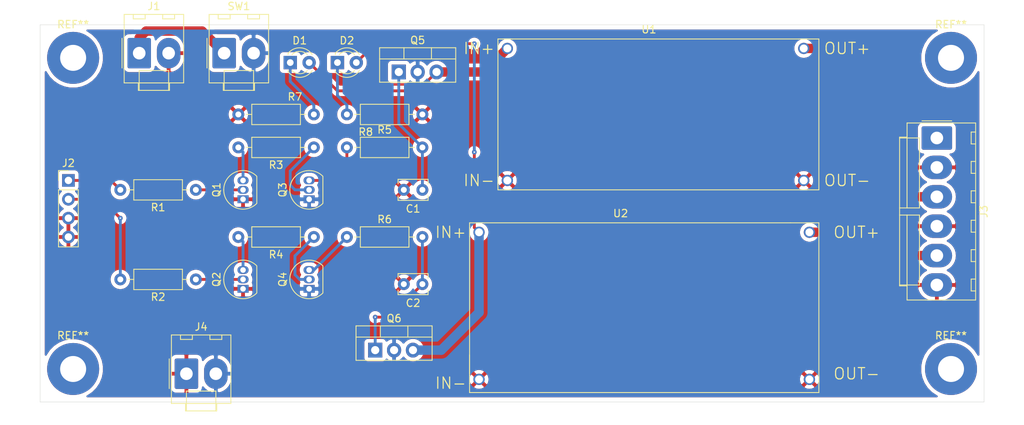
<source format=kicad_pcb>
(kicad_pcb (version 20171130) (host pcbnew 5.1.6-c6e7f7d~87~ubuntu20.04.1)

  (general
    (thickness 1.6)
    (drawings 4)
    (tracks 68)
    (zones 0)
    (modules 29)
    (nets 23)
  )

  (page A4)
  (layers
    (0 F.Cu signal)
    (31 B.Cu signal)
    (32 B.Adhes user)
    (33 F.Adhes user)
    (34 B.Paste user)
    (35 F.Paste user)
    (36 B.SilkS user)
    (37 F.SilkS user)
    (38 B.Mask user)
    (39 F.Mask user)
    (40 Dwgs.User user)
    (41 Cmts.User user)
    (42 Eco1.User user)
    (43 Eco2.User user)
    (44 Edge.Cuts user)
    (45 Margin user)
    (46 B.CrtYd user)
    (47 F.CrtYd user)
    (48 B.Fab user)
    (49 F.Fab user)
  )

  (setup
    (last_trace_width 0.381)
    (user_trace_width 0.1778)
    (user_trace_width 0.254)
    (user_trace_width 0.381)
    (user_trace_width 0.635)
    (user_trace_width 1.016)
    (user_trace_width 1.27)
    (trace_clearance 0.1778)
    (zone_clearance 0.508)
    (zone_45_only no)
    (trace_min 0.1524)
    (via_size 0.635)
    (via_drill 0.2032)
    (via_min_size 0.635)
    (via_min_drill 0.2032)
    (user_via 0.635 0.2032)
    (user_via 1.016 0.381)
    (uvia_size 0.635)
    (uvia_drill 0.2032)
    (uvias_allowed no)
    (uvia_min_size 0.635)
    (uvia_min_drill 0.2032)
    (edge_width 0.05)
    (segment_width 0.2)
    (pcb_text_width 0.3)
    (pcb_text_size 1.5 1.5)
    (mod_edge_width 0.12)
    (mod_text_size 1 1)
    (mod_text_width 0.15)
    (pad_size 1.524 1.524)
    (pad_drill 0.762)
    (pad_to_mask_clearance 0.05)
    (aux_axis_origin 0 0)
    (visible_elements FFFFFF7F)
    (pcbplotparams
      (layerselection 0x010fc_ffffffff)
      (usegerberextensions false)
      (usegerberattributes true)
      (usegerberadvancedattributes true)
      (creategerberjobfile true)
      (excludeedgelayer true)
      (linewidth 0.100000)
      (plotframeref false)
      (viasonmask false)
      (mode 1)
      (useauxorigin false)
      (hpglpennumber 1)
      (hpglpenspeed 20)
      (hpglpendiameter 15.000000)
      (psnegative false)
      (psa4output false)
      (plotreference true)
      (plotvalue true)
      (plotinvisibletext false)
      (padsonsilk false)
      (subtractmaskfromsilk false)
      (outputformat 1)
      (mirror false)
      (drillshape 1)
      (scaleselection 1)
      (outputdirectory ""))
  )

  (net 0 "")
  (net 1 GND)
  (net 2 "Net-(C1-Pad1)")
  (net 3 "Net-(C2-Pad1)")
  (net 4 "Net-(D1-Pad1)")
  (net 5 "Net-(D1-Pad2)")
  (net 6 "Net-(D2-Pad2)")
  (net 7 "Net-(D2-Pad1)")
  (net 8 "Net-(J1-Pad1)")
  (net 9 "Net-(J2-Pad1)")
  (net 10 "Net-(J2-Pad2)")
  (net 11 "Net-(J3-Pad1)")
  (net 12 "Net-(J3-Pad3)")
  (net 13 "Net-(J3-Pad5)")
  (net 14 "Net-(Q1-Pad3)")
  (net 15 "Net-(Q1-Pad2)")
  (net 16 "Net-(Q2-Pad3)")
  (net 17 "Net-(Q2-Pad2)")
  (net 18 "Net-(Q3-Pad2)")
  (net 19 "Net-(Q3-Pad3)")
  (net 20 +9V)
  (net 21 "Net-(Q4-Pad2)")
  (net 22 "Net-(Q4-Pad3)")

  (net_class Default "This is the default net class."
    (clearance 0.1778)
    (trace_width 0.1778)
    (via_dia 0.635)
    (via_drill 0.2032)
    (uvia_dia 0.635)
    (uvia_drill 0.2032)
    (diff_pair_width 0.1778)
    (diff_pair_gap 0.1778)
    (add_net +9V)
    (add_net GND)
    (add_net "Net-(C1-Pad1)")
    (add_net "Net-(C2-Pad1)")
    (add_net "Net-(D1-Pad1)")
    (add_net "Net-(D1-Pad2)")
    (add_net "Net-(D2-Pad1)")
    (add_net "Net-(D2-Pad2)")
    (add_net "Net-(J1-Pad1)")
    (add_net "Net-(J2-Pad1)")
    (add_net "Net-(J2-Pad2)")
    (add_net "Net-(J3-Pad1)")
    (add_net "Net-(J3-Pad3)")
    (add_net "Net-(J3-Pad5)")
    (add_net "Net-(Q1-Pad2)")
    (add_net "Net-(Q1-Pad3)")
    (add_net "Net-(Q2-Pad2)")
    (add_net "Net-(Q2-Pad3)")
    (add_net "Net-(Q3-Pad2)")
    (add_net "Net-(Q3-Pad3)")
    (add_net "Net-(Q4-Pad2)")
    (add_net "Net-(Q4-Pad3)")
  )

  (module Resistor_THT:R_Axial_DIN0207_L6.3mm_D2.5mm_P10.16mm_Horizontal (layer F.Cu) (tedit 5AE5139B) (tstamp 5F3703B9)
    (at 92.71 88.265)
    (descr "Resistor, Axial_DIN0207 series, Axial, Horizontal, pin pitch=10.16mm, 0.25W = 1/4W, length*diameter=6.3*2.5mm^2, http://cdn-reichelt.de/documents/datenblatt/B400/1_4W%23YAG.pdf")
    (tags "Resistor Axial_DIN0207 series Axial Horizontal pin pitch 10.16mm 0.25W = 1/4W length 6.3mm diameter 2.5mm")
    (path /5F379404)
    (fp_text reference R7 (at 7.62 -2.37) (layer F.SilkS)
      (effects (font (size 1 1) (thickness 0.15)))
    )
    (fp_text value 2.5k (at 7.62 2.37) (layer F.Fab)
      (effects (font (size 1 1) (thickness 0.15)))
    )
    (fp_line (start 11.21 -1.5) (end -1.05 -1.5) (layer F.CrtYd) (width 0.05))
    (fp_line (start 11.21 1.5) (end 11.21 -1.5) (layer F.CrtYd) (width 0.05))
    (fp_line (start -1.05 1.5) (end 11.21 1.5) (layer F.CrtYd) (width 0.05))
    (fp_line (start -1.05 -1.5) (end -1.05 1.5) (layer F.CrtYd) (width 0.05))
    (fp_line (start 9.12 0) (end 8.35 0) (layer F.SilkS) (width 0.12))
    (fp_line (start 1.04 0) (end 1.81 0) (layer F.SilkS) (width 0.12))
    (fp_line (start 8.35 -1.37) (end 1.81 -1.37) (layer F.SilkS) (width 0.12))
    (fp_line (start 8.35 1.37) (end 8.35 -1.37) (layer F.SilkS) (width 0.12))
    (fp_line (start 1.81 1.37) (end 8.35 1.37) (layer F.SilkS) (width 0.12))
    (fp_line (start 1.81 -1.37) (end 1.81 1.37) (layer F.SilkS) (width 0.12))
    (fp_line (start 10.16 0) (end 8.23 0) (layer F.Fab) (width 0.1))
    (fp_line (start 0 0) (end 1.93 0) (layer F.Fab) (width 0.1))
    (fp_line (start 8.23 -1.25) (end 1.93 -1.25) (layer F.Fab) (width 0.1))
    (fp_line (start 8.23 1.25) (end 8.23 -1.25) (layer F.Fab) (width 0.1))
    (fp_line (start 1.93 1.25) (end 8.23 1.25) (layer F.Fab) (width 0.1))
    (fp_line (start 1.93 -1.25) (end 1.93 1.25) (layer F.Fab) (width 0.1))
    (fp_text user %R (at 7.62 0) (layer F.Fab)
      (effects (font (size 1 1) (thickness 0.15)))
    )
    (pad 2 thru_hole oval (at 10.16 0) (size 1.6 1.6) (drill 0.8) (layers *.Cu *.Mask)
      (net 4 "Net-(D1-Pad1)"))
    (pad 1 thru_hole circle (at 0 0) (size 1.6 1.6) (drill 0.8) (layers *.Cu *.Mask)
      (net 1 GND))
    (model ${KISYS3DMOD}/Resistor_THT.3dshapes/R_Axial_DIN0207_L6.3mm_D2.5mm_P10.16mm_Horizontal.wrl
      (at (xyz 0 0 0))
      (scale (xyz 1 1 1))
      (rotate (xyz 0 0 0))
    )
  )

  (module Resistor_THT:R_Axial_DIN0207_L6.3mm_D2.5mm_P10.16mm_Horizontal (layer F.Cu) (tedit 5AE5139B) (tstamp 5F371DAF)
    (at 117.475 88.265 180)
    (descr "Resistor, Axial_DIN0207 series, Axial, Horizontal, pin pitch=10.16mm, 0.25W = 1/4W, length*diameter=6.3*2.5mm^2, http://cdn-reichelt.de/documents/datenblatt/B400/1_4W%23YAG.pdf")
    (tags "Resistor Axial_DIN0207 series Axial Horizontal pin pitch 10.16mm 0.25W = 1/4W length 6.3mm diameter 2.5mm")
    (path /5F37BB48)
    (fp_text reference R8 (at 7.62 -2.37) (layer F.SilkS)
      (effects (font (size 1 1) (thickness 0.15)))
    )
    (fp_text value 150 (at 7.62 2.37) (layer F.Fab)
      (effects (font (size 1 1) (thickness 0.15)))
    )
    (fp_line (start 11.21 -1.5) (end -1.05 -1.5) (layer F.CrtYd) (width 0.05))
    (fp_line (start 11.21 1.5) (end 11.21 -1.5) (layer F.CrtYd) (width 0.05))
    (fp_line (start -1.05 1.5) (end 11.21 1.5) (layer F.CrtYd) (width 0.05))
    (fp_line (start -1.05 -1.5) (end -1.05 1.5) (layer F.CrtYd) (width 0.05))
    (fp_line (start 9.12 0) (end 8.35 0) (layer F.SilkS) (width 0.12))
    (fp_line (start 1.04 0) (end 1.81 0) (layer F.SilkS) (width 0.12))
    (fp_line (start 8.35 -1.37) (end 1.81 -1.37) (layer F.SilkS) (width 0.12))
    (fp_line (start 8.35 1.37) (end 8.35 -1.37) (layer F.SilkS) (width 0.12))
    (fp_line (start 1.81 1.37) (end 8.35 1.37) (layer F.SilkS) (width 0.12))
    (fp_line (start 1.81 -1.37) (end 1.81 1.37) (layer F.SilkS) (width 0.12))
    (fp_line (start 10.16 0) (end 8.23 0) (layer F.Fab) (width 0.1))
    (fp_line (start 0 0) (end 1.93 0) (layer F.Fab) (width 0.1))
    (fp_line (start 8.23 -1.25) (end 1.93 -1.25) (layer F.Fab) (width 0.1))
    (fp_line (start 8.23 1.25) (end 8.23 -1.25) (layer F.Fab) (width 0.1))
    (fp_line (start 1.93 1.25) (end 8.23 1.25) (layer F.Fab) (width 0.1))
    (fp_line (start 1.93 -1.25) (end 1.93 1.25) (layer F.Fab) (width 0.1))
    (fp_text user %R (at 7.62 0) (layer F.Fab)
      (effects (font (size 1 1) (thickness 0.15)))
    )
    (pad 2 thru_hole oval (at 10.16 0 180) (size 1.6 1.6) (drill 0.8) (layers *.Cu *.Mask)
      (net 7 "Net-(D2-Pad1)"))
    (pad 1 thru_hole circle (at 0 0 180) (size 1.6 1.6) (drill 0.8) (layers *.Cu *.Mask)
      (net 1 GND))
    (model ${KISYS3DMOD}/Resistor_THT.3dshapes/R_Axial_DIN0207_L6.3mm_D2.5mm_P10.16mm_Horizontal.wrl
      (at (xyz 0 0 0))
      (scale (xyz 1 1 1))
      (rotate (xyz 0 0 0))
    )
  )

  (module MountingHole:MountingHole_3.5mm_Pad (layer F.Cu) (tedit 56D1B4CB) (tstamp 5F3711F0)
    (at 70.485 80.645)
    (descr "Mounting Hole 3.5mm")
    (tags "mounting hole 3.5mm")
    (attr virtual)
    (fp_text reference REF** (at 0 -4.5) (layer F.SilkS)
      (effects (font (size 1 1) (thickness 0.15)))
    )
    (fp_text value MountingHole_3.5mm_Pad (at 0 4.5) (layer F.Fab)
      (effects (font (size 1 1) (thickness 0.15)))
    )
    (fp_circle (center 0 0) (end 3.5 0) (layer Cmts.User) (width 0.15))
    (fp_circle (center 0 0) (end 3.75 0) (layer F.CrtYd) (width 0.05))
    (fp_text user %R (at 0.3 0) (layer F.Fab)
      (effects (font (size 1 1) (thickness 0.15)))
    )
    (pad 1 thru_hole circle (at 0 0) (size 7 7) (drill 3.5) (layers *.Cu *.Mask))
  )

  (module MountingHole:MountingHole_3.5mm_Pad (layer F.Cu) (tedit 56D1B4CB) (tstamp 5F3711C6)
    (at 70.485 122.555)
    (descr "Mounting Hole 3.5mm")
    (tags "mounting hole 3.5mm")
    (attr virtual)
    (fp_text reference REF** (at 0 -4.5) (layer F.SilkS)
      (effects (font (size 1 1) (thickness 0.15)))
    )
    (fp_text value MountingHole_3.5mm_Pad (at 0 4.5) (layer F.Fab)
      (effects (font (size 1 1) (thickness 0.15)))
    )
    (fp_circle (center 0 0) (end 3.75 0) (layer F.CrtYd) (width 0.05))
    (fp_circle (center 0 0) (end 3.5 0) (layer Cmts.User) (width 0.15))
    (fp_text user %R (at 0.3 0) (layer F.Fab)
      (effects (font (size 1 1) (thickness 0.15)))
    )
    (pad 1 thru_hole circle (at 0 0) (size 7 7) (drill 3.5) (layers *.Cu *.Mask))
  )

  (module MountingHole:MountingHole_3.5mm_Pad (layer F.Cu) (tedit 56D1B4CB) (tstamp 5F3711B8)
    (at 188.595 122.555)
    (descr "Mounting Hole 3.5mm")
    (tags "mounting hole 3.5mm")
    (attr virtual)
    (fp_text reference REF** (at 0 -4.5) (layer F.SilkS)
      (effects (font (size 1 1) (thickness 0.15)))
    )
    (fp_text value MountingHole_3.5mm_Pad (at 0 4.5) (layer F.Fab)
      (effects (font (size 1 1) (thickness 0.15)))
    )
    (fp_circle (center 0 0) (end 3.5 0) (layer Cmts.User) (width 0.15))
    (fp_circle (center 0 0) (end 3.75 0) (layer F.CrtYd) (width 0.05))
    (fp_text user %R (at 0.3 0) (layer F.Fab)
      (effects (font (size 1 1) (thickness 0.15)))
    )
    (pad 1 thru_hole circle (at 0 0) (size 7 7) (drill 3.5) (layers *.Cu *.Mask))
  )

  (module MountingHole:MountingHole_3.5mm_Pad (layer F.Cu) (tedit 56D1B4CB) (tstamp 5F371189)
    (at 188.595 80.645)
    (descr "Mounting Hole 3.5mm")
    (tags "mounting hole 3.5mm")
    (attr virtual)
    (fp_text reference REF** (at 0 -4.5) (layer F.SilkS)
      (effects (font (size 1 1) (thickness 0.15)))
    )
    (fp_text value MountingHole_3.5mm_Pad (at 0 4.5) (layer F.Fab)
      (effects (font (size 1 1) (thickness 0.15)))
    )
    (fp_circle (center 0 0) (end 3.75 0) (layer F.CrtYd) (width 0.05))
    (fp_circle (center 0 0) (end 3.5 0) (layer Cmts.User) (width 0.15))
    (fp_text user %R (at 0.3 0) (layer F.Fab)
      (effects (font (size 1 1) (thickness 0.15)))
    )
    (pad 1 thru_hole circle (at 0 0) (size 7 7) (drill 3.5) (layers *.Cu *.Mask))
  )

  (module Capacitor_THT:C_Disc_D3.8mm_W2.6mm_P2.50mm (layer F.Cu) (tedit 5AE50EF0) (tstamp 5F3701DF)
    (at 117.475 98.425 180)
    (descr "C, Disc series, Radial, pin pitch=2.50mm, , diameter*width=3.8*2.6mm^2, Capacitor, http://www.vishay.com/docs/45233/krseries.pdf")
    (tags "C Disc series Radial pin pitch 2.50mm  diameter 3.8mm width 2.6mm Capacitor")
    (path /5F36DCF4)
    (fp_text reference C1 (at 1.25 -2.55) (layer F.SilkS)
      (effects (font (size 1 1) (thickness 0.15)))
    )
    (fp_text value 0.1uF (at 1.25 2.55) (layer F.Fab)
      (effects (font (size 1 1) (thickness 0.15)))
    )
    (fp_line (start -0.65 -1.3) (end -0.65 1.3) (layer F.Fab) (width 0.1))
    (fp_line (start -0.65 1.3) (end 3.15 1.3) (layer F.Fab) (width 0.1))
    (fp_line (start 3.15 1.3) (end 3.15 -1.3) (layer F.Fab) (width 0.1))
    (fp_line (start 3.15 -1.3) (end -0.65 -1.3) (layer F.Fab) (width 0.1))
    (fp_line (start -0.77 -1.42) (end 3.27 -1.42) (layer F.SilkS) (width 0.12))
    (fp_line (start -0.77 1.42) (end 3.27 1.42) (layer F.SilkS) (width 0.12))
    (fp_line (start -0.77 -1.42) (end -0.77 -0.795) (layer F.SilkS) (width 0.12))
    (fp_line (start -0.77 0.795) (end -0.77 1.42) (layer F.SilkS) (width 0.12))
    (fp_line (start 3.27 -1.42) (end 3.27 -0.795) (layer F.SilkS) (width 0.12))
    (fp_line (start 3.27 0.795) (end 3.27 1.42) (layer F.SilkS) (width 0.12))
    (fp_line (start -1.05 -1.55) (end -1.05 1.55) (layer F.CrtYd) (width 0.05))
    (fp_line (start -1.05 1.55) (end 3.55 1.55) (layer F.CrtYd) (width 0.05))
    (fp_line (start 3.55 1.55) (end 3.55 -1.55) (layer F.CrtYd) (width 0.05))
    (fp_line (start 3.55 -1.55) (end -1.05 -1.55) (layer F.CrtYd) (width 0.05))
    (fp_text user %R (at 1.25 0) (layer F.Fab)
      (effects (font (size 0.76 0.76) (thickness 0.114)))
    )
    (pad 2 thru_hole circle (at 2.5 0 180) (size 1.6 1.6) (drill 0.8) (layers *.Cu *.Mask)
      (net 1 GND))
    (pad 1 thru_hole circle (at 0 0 180) (size 1.6 1.6) (drill 0.8) (layers *.Cu *.Mask)
      (net 2 "Net-(C1-Pad1)"))
    (model ${KISYS3DMOD}/Capacitor_THT.3dshapes/C_Disc_D3.8mm_W2.6mm_P2.50mm.wrl
      (at (xyz 0 0 0))
      (scale (xyz 1 1 1))
      (rotate (xyz 0 0 0))
    )
  )

  (module Capacitor_THT:C_Disc_D3.8mm_W2.6mm_P2.50mm (layer F.Cu) (tedit 5AE50EF0) (tstamp 5F3701F4)
    (at 117.475 111.125 180)
    (descr "C, Disc series, Radial, pin pitch=2.50mm, , diameter*width=3.8*2.6mm^2, Capacitor, http://www.vishay.com/docs/45233/krseries.pdf")
    (tags "C Disc series Radial pin pitch 2.50mm  diameter 3.8mm width 2.6mm Capacitor")
    (path /5F37BB02)
    (fp_text reference C2 (at 1.25 -2.55) (layer F.SilkS)
      (effects (font (size 1 1) (thickness 0.15)))
    )
    (fp_text value 0.1uF (at 1.25 2.55) (layer F.Fab)
      (effects (font (size 1 1) (thickness 0.15)))
    )
    (fp_line (start 3.55 -1.55) (end -1.05 -1.55) (layer F.CrtYd) (width 0.05))
    (fp_line (start 3.55 1.55) (end 3.55 -1.55) (layer F.CrtYd) (width 0.05))
    (fp_line (start -1.05 1.55) (end 3.55 1.55) (layer F.CrtYd) (width 0.05))
    (fp_line (start -1.05 -1.55) (end -1.05 1.55) (layer F.CrtYd) (width 0.05))
    (fp_line (start 3.27 0.795) (end 3.27 1.42) (layer F.SilkS) (width 0.12))
    (fp_line (start 3.27 -1.42) (end 3.27 -0.795) (layer F.SilkS) (width 0.12))
    (fp_line (start -0.77 0.795) (end -0.77 1.42) (layer F.SilkS) (width 0.12))
    (fp_line (start -0.77 -1.42) (end -0.77 -0.795) (layer F.SilkS) (width 0.12))
    (fp_line (start -0.77 1.42) (end 3.27 1.42) (layer F.SilkS) (width 0.12))
    (fp_line (start -0.77 -1.42) (end 3.27 -1.42) (layer F.SilkS) (width 0.12))
    (fp_line (start 3.15 -1.3) (end -0.65 -1.3) (layer F.Fab) (width 0.1))
    (fp_line (start 3.15 1.3) (end 3.15 -1.3) (layer F.Fab) (width 0.1))
    (fp_line (start -0.65 1.3) (end 3.15 1.3) (layer F.Fab) (width 0.1))
    (fp_line (start -0.65 -1.3) (end -0.65 1.3) (layer F.Fab) (width 0.1))
    (fp_text user %R (at 1.25 0) (layer F.Fab)
      (effects (font (size 0.76 0.76) (thickness 0.114)))
    )
    (pad 1 thru_hole circle (at 0 0 180) (size 1.6 1.6) (drill 0.8) (layers *.Cu *.Mask)
      (net 3 "Net-(C2-Pad1)"))
    (pad 2 thru_hole circle (at 2.5 0 180) (size 1.6 1.6) (drill 0.8) (layers *.Cu *.Mask)
      (net 1 GND))
    (model ${KISYS3DMOD}/Capacitor_THT.3dshapes/C_Disc_D3.8mm_W2.6mm_P2.50mm.wrl
      (at (xyz 0 0 0))
      (scale (xyz 1 1 1))
      (rotate (xyz 0 0 0))
    )
  )

  (module LED_THT:LED_D3.0mm (layer F.Cu) (tedit 587A3A7B) (tstamp 5F370207)
    (at 99.695 81.28)
    (descr "LED, diameter 3.0mm, 2 pins")
    (tags "LED diameter 3.0mm 2 pins")
    (path /5F374C37)
    (fp_text reference D1 (at 1.27 -2.96) (layer F.SilkS)
      (effects (font (size 1 1) (thickness 0.15)))
    )
    (fp_text value LED (at 1.27 2.96) (layer F.Fab)
      (effects (font (size 1 1) (thickness 0.15)))
    )
    (fp_line (start 3.7 -2.25) (end -1.15 -2.25) (layer F.CrtYd) (width 0.05))
    (fp_line (start 3.7 2.25) (end 3.7 -2.25) (layer F.CrtYd) (width 0.05))
    (fp_line (start -1.15 2.25) (end 3.7 2.25) (layer F.CrtYd) (width 0.05))
    (fp_line (start -1.15 -2.25) (end -1.15 2.25) (layer F.CrtYd) (width 0.05))
    (fp_line (start -0.29 1.08) (end -0.29 1.236) (layer F.SilkS) (width 0.12))
    (fp_line (start -0.29 -1.236) (end -0.29 -1.08) (layer F.SilkS) (width 0.12))
    (fp_line (start -0.23 -1.16619) (end -0.23 1.16619) (layer F.Fab) (width 0.1))
    (fp_circle (center 1.27 0) (end 2.77 0) (layer F.Fab) (width 0.1))
    (fp_arc (start 1.27 0) (end -0.23 -1.16619) (angle 284.3) (layer F.Fab) (width 0.1))
    (fp_arc (start 1.27 0) (end -0.29 -1.235516) (angle 108.8) (layer F.SilkS) (width 0.12))
    (fp_arc (start 1.27 0) (end -0.29 1.235516) (angle -108.8) (layer F.SilkS) (width 0.12))
    (fp_arc (start 1.27 0) (end 0.229039 -1.08) (angle 87.9) (layer F.SilkS) (width 0.12))
    (fp_arc (start 1.27 0) (end 0.229039 1.08) (angle -87.9) (layer F.SilkS) (width 0.12))
    (pad 1 thru_hole rect (at 0 0) (size 1.8 1.8) (drill 0.9) (layers *.Cu *.Mask)
      (net 4 "Net-(D1-Pad1)"))
    (pad 2 thru_hole circle (at 2.54 0) (size 1.8 1.8) (drill 0.9) (layers *.Cu *.Mask)
      (net 5 "Net-(D1-Pad2)"))
    (model ${KISYS3DMOD}/LED_THT.3dshapes/LED_D3.0mm.wrl
      (at (xyz 0 0 0))
      (scale (xyz 1 1 1))
      (rotate (xyz 0 0 0))
    )
  )

  (module LED_THT:LED_D3.0mm (layer F.Cu) (tedit 587A3A7B) (tstamp 5F37021A)
    (at 106.045 81.28)
    (descr "LED, diameter 3.0mm, 2 pins")
    (tags "LED diameter 3.0mm 2 pins")
    (path /5F37BB38)
    (fp_text reference D2 (at 1.27 -2.96) (layer F.SilkS)
      (effects (font (size 1 1) (thickness 0.15)))
    )
    (fp_text value LED (at 1.27 2.96) (layer F.Fab)
      (effects (font (size 1 1) (thickness 0.15)))
    )
    (fp_circle (center 1.27 0) (end 2.77 0) (layer F.Fab) (width 0.1))
    (fp_line (start -0.23 -1.16619) (end -0.23 1.16619) (layer F.Fab) (width 0.1))
    (fp_line (start -0.29 -1.236) (end -0.29 -1.08) (layer F.SilkS) (width 0.12))
    (fp_line (start -0.29 1.08) (end -0.29 1.236) (layer F.SilkS) (width 0.12))
    (fp_line (start -1.15 -2.25) (end -1.15 2.25) (layer F.CrtYd) (width 0.05))
    (fp_line (start -1.15 2.25) (end 3.7 2.25) (layer F.CrtYd) (width 0.05))
    (fp_line (start 3.7 2.25) (end 3.7 -2.25) (layer F.CrtYd) (width 0.05))
    (fp_line (start 3.7 -2.25) (end -1.15 -2.25) (layer F.CrtYd) (width 0.05))
    (fp_arc (start 1.27 0) (end 0.229039 1.08) (angle -87.9) (layer F.SilkS) (width 0.12))
    (fp_arc (start 1.27 0) (end 0.229039 -1.08) (angle 87.9) (layer F.SilkS) (width 0.12))
    (fp_arc (start 1.27 0) (end -0.29 1.235516) (angle -108.8) (layer F.SilkS) (width 0.12))
    (fp_arc (start 1.27 0) (end -0.29 -1.235516) (angle 108.8) (layer F.SilkS) (width 0.12))
    (fp_arc (start 1.27 0) (end -0.23 -1.16619) (angle 284.3) (layer F.Fab) (width 0.1))
    (pad 2 thru_hole circle (at 2.54 0) (size 1.8 1.8) (drill 0.9) (layers *.Cu *.Mask)
      (net 6 "Net-(D2-Pad2)"))
    (pad 1 thru_hole rect (at 0 0) (size 1.8 1.8) (drill 0.9) (layers *.Cu *.Mask)
      (net 7 "Net-(D2-Pad1)"))
    (model ${KISYS3DMOD}/LED_THT.3dshapes/LED_D3.0mm.wrl
      (at (xyz 0 0 0))
      (scale (xyz 1 1 1))
      (rotate (xyz 0 0 0))
    )
  )

  (module Connector_Molex:Molex_KK-396_A-41791-0002_1x02_P3.96mm_Vertical (layer F.Cu) (tedit 5DC431B4) (tstamp 5F370244)
    (at 79.375 80.01)
    (descr "Molex KK 396 Interconnect System, old/engineering part number: A-41791-0002 example for new part number: 26-60-4020, 2 Pins (https://www.molex.com/pdm_docs/sd/026604020_sd.pdf), generated with kicad-footprint-generator")
    (tags "connector Molex KK-396 vertical")
    (path /5F3B2C69)
    (fp_text reference J1 (at 1.98 -6.31) (layer F.SilkS)
      (effects (font (size 1 1) (thickness 0.15)))
    )
    (fp_text value Conn_01x02_Male (at 1.98 6.1) (layer F.Fab)
      (effects (font (size 1 1) (thickness 0.15)))
    )
    (fp_line (start 6.37 -5.61) (end -2.41 -5.61) (layer F.CrtYd) (width 0.05))
    (fp_line (start 6.37 5.4) (end 6.37 -5.61) (layer F.CrtYd) (width 0.05))
    (fp_line (start -2.41 5.4) (end 6.37 5.4) (layer F.CrtYd) (width 0.05))
    (fp_line (start -2.41 -5.61) (end -2.41 5.4) (layer F.CrtYd) (width 0.05))
    (fp_line (start 4.76 -4.62) (end 4.76 -5.22) (layer F.SilkS) (width 0.12))
    (fp_line (start 3.16 -4.62) (end 4.76 -4.62) (layer F.SilkS) (width 0.12))
    (fp_line (start 3.16 -5.22) (end 3.16 -4.62) (layer F.SilkS) (width 0.12))
    (fp_line (start 0.8 -4.62) (end 0.8 -5.22) (layer F.SilkS) (width 0.12))
    (fp_line (start -0.8 -4.62) (end 0.8 -4.62) (layer F.SilkS) (width 0.12))
    (fp_line (start -0.8 -5.22) (end -0.8 -4.62) (layer F.SilkS) (width 0.12))
    (fp_line (start 3.96 2.34) (end 3.96 4.01) (layer F.SilkS) (width 0.12))
    (fp_line (start 0 2.34) (end 3.96 2.34) (layer F.SilkS) (width 0.12))
    (fp_line (start 0 4.01) (end 0 2.34) (layer F.SilkS) (width 0.12))
    (fp_line (start 3.96 4.01) (end 3.96 5.01) (layer F.SilkS) (width 0.12))
    (fp_line (start 0 4.01) (end 3.96 4.01) (layer F.SilkS) (width 0.12))
    (fp_line (start 0 5.01) (end 0 4.01) (layer F.SilkS) (width 0.12))
    (fp_line (start -1.202893 0) (end -1.91 0.5) (layer F.Fab) (width 0.1))
    (fp_line (start -1.91 -0.5) (end -1.202893 0) (layer F.Fab) (width 0.1))
    (fp_line (start -2.31 -2) (end -2.31 2) (layer F.SilkS) (width 0.12))
    (fp_line (start -2.02 4.005) (end -2.02 -5.22) (layer F.SilkS) (width 0.12))
    (fp_line (start -0.115 4.005) (end -2.02 4.005) (layer F.SilkS) (width 0.12))
    (fp_line (start -0.115 5.01) (end -0.115 4.005) (layer F.SilkS) (width 0.12))
    (fp_line (start 4.075 5.01) (end -0.115 5.01) (layer F.SilkS) (width 0.12))
    (fp_line (start 4.075 4.005) (end 4.075 5.01) (layer F.SilkS) (width 0.12))
    (fp_line (start 5.98 4.005) (end 4.075 4.005) (layer F.SilkS) (width 0.12))
    (fp_line (start 5.98 -5.22) (end 5.98 4.005) (layer F.SilkS) (width 0.12))
    (fp_line (start -2.02 -5.22) (end 5.98 -5.22) (layer F.SilkS) (width 0.12))
    (fp_line (start -1.91 3.895) (end -1.91 -5.11) (layer F.Fab) (width 0.1))
    (fp_line (start -0.005 3.895) (end -1.91 3.895) (layer F.Fab) (width 0.1))
    (fp_line (start -0.005 4.9) (end -0.005 3.895) (layer F.Fab) (width 0.1))
    (fp_line (start 3.965 4.9) (end -0.005 4.9) (layer F.Fab) (width 0.1))
    (fp_line (start 3.965 3.895) (end 3.965 4.9) (layer F.Fab) (width 0.1))
    (fp_line (start 5.87 3.895) (end 3.965 3.895) (layer F.Fab) (width 0.1))
    (fp_line (start 5.87 -5.11) (end 5.87 3.895) (layer F.Fab) (width 0.1))
    (fp_line (start -1.91 -5.11) (end 5.87 -5.11) (layer F.Fab) (width 0.1))
    (fp_text user %R (at 1.98 -4.41) (layer F.Fab)
      (effects (font (size 1 1) (thickness 0.15)))
    )
    (pad 1 thru_hole roundrect (at 0 0) (size 3.16 4.1) (drill 1.7) (layers *.Cu *.Mask) (roundrect_rratio 0.079114)
      (net 8 "Net-(J1-Pad1)"))
    (pad 2 thru_hole oval (at 3.96 0) (size 3.16 4.1) (drill 1.7) (layers *.Cu *.Mask)
      (net 1 GND))
    (model ${KISYS3DMOD}/Connector_Molex.3dshapes/Molex_KK-396_A-41791-0002_1x02_P3.96mm_Vertical.wrl
      (at (xyz 0 0 0))
      (scale (xyz 1 1 1))
      (rotate (xyz 0 0 0))
    )
  )

  (module Connector_PinHeader_2.54mm:PinHeader_1x04_P2.54mm_Vertical (layer F.Cu) (tedit 59FED5CC) (tstamp 5F3713C2)
    (at 69.85 97.155)
    (descr "Through hole straight pin header, 1x04, 2.54mm pitch, single row")
    (tags "Through hole pin header THT 1x04 2.54mm single row")
    (path /5F3A1570)
    (fp_text reference J2 (at 0 -2.33) (layer F.SilkS)
      (effects (font (size 1 1) (thickness 0.15)))
    )
    (fp_text value Conn_01x04_Male (at 0 9.95) (layer F.Fab)
      (effects (font (size 1 1) (thickness 0.15)))
    )
    (fp_line (start 1.8 -1.8) (end -1.8 -1.8) (layer F.CrtYd) (width 0.05))
    (fp_line (start 1.8 9.4) (end 1.8 -1.8) (layer F.CrtYd) (width 0.05))
    (fp_line (start -1.8 9.4) (end 1.8 9.4) (layer F.CrtYd) (width 0.05))
    (fp_line (start -1.8 -1.8) (end -1.8 9.4) (layer F.CrtYd) (width 0.05))
    (fp_line (start -1.33 -1.33) (end 0 -1.33) (layer F.SilkS) (width 0.12))
    (fp_line (start -1.33 0) (end -1.33 -1.33) (layer F.SilkS) (width 0.12))
    (fp_line (start -1.33 1.27) (end 1.33 1.27) (layer F.SilkS) (width 0.12))
    (fp_line (start 1.33 1.27) (end 1.33 8.95) (layer F.SilkS) (width 0.12))
    (fp_line (start -1.33 1.27) (end -1.33 8.95) (layer F.SilkS) (width 0.12))
    (fp_line (start -1.33 8.95) (end 1.33 8.95) (layer F.SilkS) (width 0.12))
    (fp_line (start -1.27 -0.635) (end -0.635 -1.27) (layer F.Fab) (width 0.1))
    (fp_line (start -1.27 8.89) (end -1.27 -0.635) (layer F.Fab) (width 0.1))
    (fp_line (start 1.27 8.89) (end -1.27 8.89) (layer F.Fab) (width 0.1))
    (fp_line (start 1.27 -1.27) (end 1.27 8.89) (layer F.Fab) (width 0.1))
    (fp_line (start -0.635 -1.27) (end 1.27 -1.27) (layer F.Fab) (width 0.1))
    (fp_text user %R (at 0 3.81 90) (layer F.Fab)
      (effects (font (size 1 1) (thickness 0.15)))
    )
    (pad 1 thru_hole rect (at 0 0) (size 1.7 1.7) (drill 1) (layers *.Cu *.Mask)
      (net 9 "Net-(J2-Pad1)"))
    (pad 2 thru_hole oval (at 0 2.54) (size 1.7 1.7) (drill 1) (layers *.Cu *.Mask)
      (net 10 "Net-(J2-Pad2)"))
    (pad 3 thru_hole oval (at 0 5.08) (size 1.7 1.7) (drill 1) (layers *.Cu *.Mask)
      (net 1 GND))
    (pad 4 thru_hole oval (at 0 7.62) (size 1.7 1.7) (drill 1) (layers *.Cu *.Mask)
      (net 1 GND))
    (model ${KISYS3DMOD}/Connector_PinHeader_2.54mm.3dshapes/PinHeader_1x04_P2.54mm_Vertical.wrl
      (at (xyz 0 0 0))
      (scale (xyz 1 1 1))
      (rotate (xyz 0 0 0))
    )
  )

  (module Connector_Molex:Molex_KK-396_A-41791-0006_1x06_P3.96mm_Vertical (layer F.Cu) (tedit 5DC431B4) (tstamp 5F37029C)
    (at 186.69 91.44 270)
    (descr "Molex KK 396 Interconnect System, old/engineering part number: A-41791-0006 example for new part number: 26-60-4060, 6 Pins (https://www.molex.com/pdm_docs/sd/026604020_sd.pdf), generated with kicad-footprint-generator")
    (tags "connector Molex KK-396 vertical")
    (path /5F3A8420)
    (fp_text reference J3 (at 9.9 -6.31 90) (layer F.SilkS)
      (effects (font (size 1 1) (thickness 0.15)))
    )
    (fp_text value Conn_01x06_Male (at 9.9 6.1 90) (layer F.Fab)
      (effects (font (size 1 1) (thickness 0.15)))
    )
    (fp_line (start 22.21 -5.61) (end -2.41 -5.61) (layer F.CrtYd) (width 0.05))
    (fp_line (start 22.21 5.4) (end 22.21 -5.61) (layer F.CrtYd) (width 0.05))
    (fp_line (start -2.41 5.4) (end 22.21 5.4) (layer F.CrtYd) (width 0.05))
    (fp_line (start -2.41 -5.61) (end -2.41 5.4) (layer F.CrtYd) (width 0.05))
    (fp_line (start 20.6 -4.62) (end 20.6 -5.22) (layer F.SilkS) (width 0.12))
    (fp_line (start 19 -4.62) (end 20.6 -4.62) (layer F.SilkS) (width 0.12))
    (fp_line (start 19 -5.22) (end 19 -4.62) (layer F.SilkS) (width 0.12))
    (fp_line (start 16.64 -4.62) (end 16.64 -5.22) (layer F.SilkS) (width 0.12))
    (fp_line (start 15.04 -4.62) (end 16.64 -4.62) (layer F.SilkS) (width 0.12))
    (fp_line (start 15.04 -5.22) (end 15.04 -4.62) (layer F.SilkS) (width 0.12))
    (fp_line (start 12.68 -4.62) (end 12.68 -5.22) (layer F.SilkS) (width 0.12))
    (fp_line (start 11.08 -4.62) (end 12.68 -4.62) (layer F.SilkS) (width 0.12))
    (fp_line (start 11.08 -5.22) (end 11.08 -4.62) (layer F.SilkS) (width 0.12))
    (fp_line (start 8.72 -4.62) (end 8.72 -5.22) (layer F.SilkS) (width 0.12))
    (fp_line (start 7.12 -4.62) (end 8.72 -4.62) (layer F.SilkS) (width 0.12))
    (fp_line (start 7.12 -5.22) (end 7.12 -4.62) (layer F.SilkS) (width 0.12))
    (fp_line (start 4.76 -4.62) (end 4.76 -5.22) (layer F.SilkS) (width 0.12))
    (fp_line (start 3.16 -4.62) (end 4.76 -4.62) (layer F.SilkS) (width 0.12))
    (fp_line (start 3.16 -5.22) (end 3.16 -4.62) (layer F.SilkS) (width 0.12))
    (fp_line (start 0.8 -4.62) (end 0.8 -5.22) (layer F.SilkS) (width 0.12))
    (fp_line (start -0.8 -4.62) (end 0.8 -4.62) (layer F.SilkS) (width 0.12))
    (fp_line (start -0.8 -5.22) (end -0.8 -4.62) (layer F.SilkS) (width 0.12))
    (fp_line (start 19.8 2.34) (end 19.8 4.01) (layer F.SilkS) (width 0.12))
    (fp_line (start 10.38 2.34) (end 19.8 2.34) (layer F.SilkS) (width 0.12))
    (fp_line (start 10.38 4.01) (end 10.38 2.34) (layer F.SilkS) (width 0.12))
    (fp_line (start 19.8 4.01) (end 19.8 5.01) (layer F.SilkS) (width 0.12))
    (fp_line (start 10.38 4.01) (end 19.8 4.01) (layer F.SilkS) (width 0.12))
    (fp_line (start 10.38 5.01) (end 10.38 4.01) (layer F.SilkS) (width 0.12))
    (fp_line (start 9.42 2.34) (end 9.42 4.01) (layer F.SilkS) (width 0.12))
    (fp_line (start 0 2.34) (end 9.42 2.34) (layer F.SilkS) (width 0.12))
    (fp_line (start 0 4.01) (end 0 2.34) (layer F.SilkS) (width 0.12))
    (fp_line (start 9.42 4.01) (end 9.42 5.01) (layer F.SilkS) (width 0.12))
    (fp_line (start 0 4.01) (end 9.42 4.01) (layer F.SilkS) (width 0.12))
    (fp_line (start 0 5.01) (end 0 4.01) (layer F.SilkS) (width 0.12))
    (fp_line (start -1.202893 0) (end -1.91 0.5) (layer F.Fab) (width 0.1))
    (fp_line (start -1.91 -0.5) (end -1.202893 0) (layer F.Fab) (width 0.1))
    (fp_line (start -2.31 -2) (end -2.31 2) (layer F.SilkS) (width 0.12))
    (fp_line (start -2.02 4.005) (end -2.02 -5.22) (layer F.SilkS) (width 0.12))
    (fp_line (start -0.115 4.005) (end -2.02 4.005) (layer F.SilkS) (width 0.12))
    (fp_line (start -0.115 5.01) (end -0.115 4.005) (layer F.SilkS) (width 0.12))
    (fp_line (start 19.915 5.01) (end -0.115 5.01) (layer F.SilkS) (width 0.12))
    (fp_line (start 19.915 4.005) (end 19.915 5.01) (layer F.SilkS) (width 0.12))
    (fp_line (start 21.82 4.005) (end 19.915 4.005) (layer F.SilkS) (width 0.12))
    (fp_line (start 21.82 -5.22) (end 21.82 4.005) (layer F.SilkS) (width 0.12))
    (fp_line (start -2.02 -5.22) (end 21.82 -5.22) (layer F.SilkS) (width 0.12))
    (fp_line (start -1.91 3.895) (end -1.91 -5.11) (layer F.Fab) (width 0.1))
    (fp_line (start -0.005 3.895) (end -1.91 3.895) (layer F.Fab) (width 0.1))
    (fp_line (start -0.005 4.9) (end -0.005 3.895) (layer F.Fab) (width 0.1))
    (fp_line (start 19.805 4.9) (end -0.005 4.9) (layer F.Fab) (width 0.1))
    (fp_line (start 19.805 3.895) (end 19.805 4.9) (layer F.Fab) (width 0.1))
    (fp_line (start 21.71 3.895) (end 19.805 3.895) (layer F.Fab) (width 0.1))
    (fp_line (start 21.71 -5.11) (end 21.71 3.895) (layer F.Fab) (width 0.1))
    (fp_line (start -1.91 -5.11) (end 21.71 -5.11) (layer F.Fab) (width 0.1))
    (fp_text user %R (at 9.9 -4.41 90) (layer F.Fab)
      (effects (font (size 1 1) (thickness 0.15)))
    )
    (pad 1 thru_hole roundrect (at 0 0 270) (size 3.16 4.1) (drill 1.7) (layers *.Cu *.Mask) (roundrect_rratio 0.079114)
      (net 11 "Net-(J3-Pad1)"))
    (pad 2 thru_hole oval (at 3.96 0 270) (size 3.16 4.1) (drill 1.7) (layers *.Cu *.Mask)
      (net 1 GND))
    (pad 3 thru_hole oval (at 7.92 0 270) (size 3.16 4.1) (drill 1.7) (layers *.Cu *.Mask)
      (net 12 "Net-(J3-Pad3)"))
    (pad 4 thru_hole oval (at 11.88 0 270) (size 3.16 4.1) (drill 1.7) (layers *.Cu *.Mask)
      (net 1 GND))
    (pad 5 thru_hole oval (at 15.84 0 270) (size 3.16 4.1) (drill 1.7) (layers *.Cu *.Mask)
      (net 13 "Net-(J3-Pad5)"))
    (pad 6 thru_hole oval (at 19.8 0 270) (size 3.16 4.1) (drill 1.7) (layers *.Cu *.Mask)
      (net 1 GND))
    (model ${KISYS3DMOD}/Connector_Molex.3dshapes/Molex_KK-396_A-41791-0006_1x06_P3.96mm_Vertical.wrl
      (at (xyz 0 0 0))
      (scale (xyz 1 1 1))
      (rotate (xyz 0 0 0))
    )
  )

  (module Package_TO_SOT_THT:TO-92_Inline (layer F.Cu) (tedit 5A1DD157) (tstamp 5F3702AE)
    (at 93.345 99.695 90)
    (descr "TO-92 leads in-line, narrow, oval pads, drill 0.75mm (see NXP sot054_po.pdf)")
    (tags "to-92 sc-43 sc-43a sot54 PA33 transistor")
    (path /5F371AF0)
    (fp_text reference Q1 (at 1.27 -3.56 90) (layer F.SilkS)
      (effects (font (size 1 1) (thickness 0.15)))
    )
    (fp_text value 2N3904 (at 1.27 2.79 90) (layer F.Fab)
      (effects (font (size 1 1) (thickness 0.15)))
    )
    (fp_line (start -0.53 1.85) (end 3.07 1.85) (layer F.SilkS) (width 0.12))
    (fp_line (start -0.5 1.75) (end 3 1.75) (layer F.Fab) (width 0.1))
    (fp_line (start -1.46 -2.73) (end 4 -2.73) (layer F.CrtYd) (width 0.05))
    (fp_line (start -1.46 -2.73) (end -1.46 2.01) (layer F.CrtYd) (width 0.05))
    (fp_line (start 4 2.01) (end 4 -2.73) (layer F.CrtYd) (width 0.05))
    (fp_line (start 4 2.01) (end -1.46 2.01) (layer F.CrtYd) (width 0.05))
    (fp_arc (start 1.27 0) (end 1.27 -2.6) (angle 135) (layer F.SilkS) (width 0.12))
    (fp_arc (start 1.27 0) (end 1.27 -2.48) (angle -135) (layer F.Fab) (width 0.1))
    (fp_arc (start 1.27 0) (end 1.27 -2.6) (angle -135) (layer F.SilkS) (width 0.12))
    (fp_arc (start 1.27 0) (end 1.27 -2.48) (angle 135) (layer F.Fab) (width 0.1))
    (fp_text user %R (at 1.27 -3.56 90) (layer F.Fab)
      (effects (font (size 1 1) (thickness 0.15)))
    )
    (pad 1 thru_hole rect (at 0 0 90) (size 1.05 1.5) (drill 0.75) (layers *.Cu *.Mask)
      (net 1 GND))
    (pad 3 thru_hole oval (at 2.54 0 90) (size 1.05 1.5) (drill 0.75) (layers *.Cu *.Mask)
      (net 14 "Net-(Q1-Pad3)"))
    (pad 2 thru_hole oval (at 1.27 0 90) (size 1.05 1.5) (drill 0.75) (layers *.Cu *.Mask)
      (net 15 "Net-(Q1-Pad2)"))
    (model ${KISYS3DMOD}/Package_TO_SOT_THT.3dshapes/TO-92_Inline.wrl
      (at (xyz 0 0 0))
      (scale (xyz 1 1 1))
      (rotate (xyz 0 0 0))
    )
  )

  (module Package_TO_SOT_THT:TO-92_Inline (layer F.Cu) (tedit 5A1DD157) (tstamp 5F3702C0)
    (at 93.345 111.76 90)
    (descr "TO-92 leads in-line, narrow, oval pads, drill 0.75mm (see NXP sot054_po.pdf)")
    (tags "to-92 sc-43 sc-43a sot54 PA33 transistor")
    (path /5F37BB12)
    (fp_text reference Q2 (at 1.27 -3.56 90) (layer F.SilkS)
      (effects (font (size 1 1) (thickness 0.15)))
    )
    (fp_text value 2N3904 (at 1.27 2.79 90) (layer F.Fab)
      (effects (font (size 1 1) (thickness 0.15)))
    )
    (fp_line (start -0.53 1.85) (end 3.07 1.85) (layer F.SilkS) (width 0.12))
    (fp_line (start -0.5 1.75) (end 3 1.75) (layer F.Fab) (width 0.1))
    (fp_line (start -1.46 -2.73) (end 4 -2.73) (layer F.CrtYd) (width 0.05))
    (fp_line (start -1.46 -2.73) (end -1.46 2.01) (layer F.CrtYd) (width 0.05))
    (fp_line (start 4 2.01) (end 4 -2.73) (layer F.CrtYd) (width 0.05))
    (fp_line (start 4 2.01) (end -1.46 2.01) (layer F.CrtYd) (width 0.05))
    (fp_arc (start 1.27 0) (end 1.27 -2.6) (angle 135) (layer F.SilkS) (width 0.12))
    (fp_arc (start 1.27 0) (end 1.27 -2.48) (angle -135) (layer F.Fab) (width 0.1))
    (fp_arc (start 1.27 0) (end 1.27 -2.6) (angle -135) (layer F.SilkS) (width 0.12))
    (fp_arc (start 1.27 0) (end 1.27 -2.48) (angle 135) (layer F.Fab) (width 0.1))
    (fp_text user %R (at 1.27 -3.56 90) (layer F.Fab)
      (effects (font (size 1 1) (thickness 0.15)))
    )
    (pad 1 thru_hole rect (at 0 0 90) (size 1.05 1.5) (drill 0.75) (layers *.Cu *.Mask)
      (net 1 GND))
    (pad 3 thru_hole oval (at 2.54 0 90) (size 1.05 1.5) (drill 0.75) (layers *.Cu *.Mask)
      (net 16 "Net-(Q2-Pad3)"))
    (pad 2 thru_hole oval (at 1.27 0 90) (size 1.05 1.5) (drill 0.75) (layers *.Cu *.Mask)
      (net 17 "Net-(Q2-Pad2)"))
    (model ${KISYS3DMOD}/Package_TO_SOT_THT.3dshapes/TO-92_Inline.wrl
      (at (xyz 0 0 0))
      (scale (xyz 1 1 1))
      (rotate (xyz 0 0 0))
    )
  )

  (module Package_TO_SOT_THT:TO-92_Inline (layer F.Cu) (tedit 5A1DD157) (tstamp 5F3702D2)
    (at 102.235 99.695 90)
    (descr "TO-92 leads in-line, narrow, oval pads, drill 0.75mm (see NXP sot054_po.pdf)")
    (tags "to-92 sc-43 sc-43a sot54 PA33 transistor")
    (path /5F36BBD2)
    (fp_text reference Q3 (at 1.27 -3.56 90) (layer F.SilkS)
      (effects (font (size 1 1) (thickness 0.15)))
    )
    (fp_text value 2N3906 (at 1.27 2.79 90) (layer F.Fab)
      (effects (font (size 1 1) (thickness 0.15)))
    )
    (fp_line (start 4 2.01) (end -1.46 2.01) (layer F.CrtYd) (width 0.05))
    (fp_line (start 4 2.01) (end 4 -2.73) (layer F.CrtYd) (width 0.05))
    (fp_line (start -1.46 -2.73) (end -1.46 2.01) (layer F.CrtYd) (width 0.05))
    (fp_line (start -1.46 -2.73) (end 4 -2.73) (layer F.CrtYd) (width 0.05))
    (fp_line (start -0.5 1.75) (end 3 1.75) (layer F.Fab) (width 0.1))
    (fp_line (start -0.53 1.85) (end 3.07 1.85) (layer F.SilkS) (width 0.12))
    (fp_text user %R (at 1.27 -3.56 90) (layer F.Fab)
      (effects (font (size 1 1) (thickness 0.15)))
    )
    (fp_arc (start 1.27 0) (end 1.27 -2.48) (angle 135) (layer F.Fab) (width 0.1))
    (fp_arc (start 1.27 0) (end 1.27 -2.6) (angle -135) (layer F.SilkS) (width 0.12))
    (fp_arc (start 1.27 0) (end 1.27 -2.48) (angle -135) (layer F.Fab) (width 0.1))
    (fp_arc (start 1.27 0) (end 1.27 -2.6) (angle 135) (layer F.SilkS) (width 0.12))
    (pad 2 thru_hole oval (at 1.27 0 90) (size 1.05 1.5) (drill 0.75) (layers *.Cu *.Mask)
      (net 18 "Net-(Q3-Pad2)"))
    (pad 3 thru_hole oval (at 2.54 0 90) (size 1.05 1.5) (drill 0.75) (layers *.Cu *.Mask)
      (net 19 "Net-(Q3-Pad3)"))
    (pad 1 thru_hole rect (at 0 0 90) (size 1.05 1.5) (drill 0.75) (layers *.Cu *.Mask)
      (net 20 +9V))
    (model ${KISYS3DMOD}/Package_TO_SOT_THT.3dshapes/TO-92_Inline.wrl
      (at (xyz 0 0 0))
      (scale (xyz 1 1 1))
      (rotate (xyz 0 0 0))
    )
  )

  (module Package_TO_SOT_THT:TO-92_Inline (layer F.Cu) (tedit 5A1DD157) (tstamp 5F3702E4)
    (at 102.235 111.76 90)
    (descr "TO-92 leads in-line, narrow, oval pads, drill 0.75mm (see NXP sot054_po.pdf)")
    (tags "to-92 sc-43 sc-43a sot54 PA33 transistor")
    (path /5F37BAEC)
    (fp_text reference Q4 (at 1.27 -3.56 90) (layer F.SilkS)
      (effects (font (size 1 1) (thickness 0.15)))
    )
    (fp_text value 2N3906 (at 1.27 2.79 90) (layer F.Fab)
      (effects (font (size 1 1) (thickness 0.15)))
    )
    (fp_line (start 4 2.01) (end -1.46 2.01) (layer F.CrtYd) (width 0.05))
    (fp_line (start 4 2.01) (end 4 -2.73) (layer F.CrtYd) (width 0.05))
    (fp_line (start -1.46 -2.73) (end -1.46 2.01) (layer F.CrtYd) (width 0.05))
    (fp_line (start -1.46 -2.73) (end 4 -2.73) (layer F.CrtYd) (width 0.05))
    (fp_line (start -0.5 1.75) (end 3 1.75) (layer F.Fab) (width 0.1))
    (fp_line (start -0.53 1.85) (end 3.07 1.85) (layer F.SilkS) (width 0.12))
    (fp_text user %R (at 1.27 -3.56 90) (layer F.Fab)
      (effects (font (size 1 1) (thickness 0.15)))
    )
    (fp_arc (start 1.27 0) (end 1.27 -2.48) (angle 135) (layer F.Fab) (width 0.1))
    (fp_arc (start 1.27 0) (end 1.27 -2.6) (angle -135) (layer F.SilkS) (width 0.12))
    (fp_arc (start 1.27 0) (end 1.27 -2.48) (angle -135) (layer F.Fab) (width 0.1))
    (fp_arc (start 1.27 0) (end 1.27 -2.6) (angle 135) (layer F.SilkS) (width 0.12))
    (pad 2 thru_hole oval (at 1.27 0 90) (size 1.05 1.5) (drill 0.75) (layers *.Cu *.Mask)
      (net 21 "Net-(Q4-Pad2)"))
    (pad 3 thru_hole oval (at 2.54 0 90) (size 1.05 1.5) (drill 0.75) (layers *.Cu *.Mask)
      (net 22 "Net-(Q4-Pad3)"))
    (pad 1 thru_hole rect (at 0 0 90) (size 1.05 1.5) (drill 0.75) (layers *.Cu *.Mask)
      (net 20 +9V))
    (model ${KISYS3DMOD}/Package_TO_SOT_THT.3dshapes/TO-92_Inline.wrl
      (at (xyz 0 0 0))
      (scale (xyz 1 1 1))
      (rotate (xyz 0 0 0))
    )
  )

  (module Package_TO_SOT_THT:TO-220-3_Vertical (layer F.Cu) (tedit 5AC8BA0D) (tstamp 5F3702FE)
    (at 114.3 82.55)
    (descr "TO-220-3, Vertical, RM 2.54mm, see https://www.vishay.com/docs/66542/to-220-1.pdf")
    (tags "TO-220-3 Vertical RM 2.54mm")
    (path /5F36A605)
    (fp_text reference Q5 (at 2.54 -4.27) (layer F.SilkS)
      (effects (font (size 1 1) (thickness 0.15)))
    )
    (fp_text value IRF540N (at 2.54 2.5) (layer F.Fab)
      (effects (font (size 1 1) (thickness 0.15)))
    )
    (fp_line (start 7.79 -3.4) (end -2.71 -3.4) (layer F.CrtYd) (width 0.05))
    (fp_line (start 7.79 1.51) (end 7.79 -3.4) (layer F.CrtYd) (width 0.05))
    (fp_line (start -2.71 1.51) (end 7.79 1.51) (layer F.CrtYd) (width 0.05))
    (fp_line (start -2.71 -3.4) (end -2.71 1.51) (layer F.CrtYd) (width 0.05))
    (fp_line (start 4.391 -3.27) (end 4.391 -1.76) (layer F.SilkS) (width 0.12))
    (fp_line (start 0.69 -3.27) (end 0.69 -1.76) (layer F.SilkS) (width 0.12))
    (fp_line (start -2.58 -1.76) (end 7.66 -1.76) (layer F.SilkS) (width 0.12))
    (fp_line (start 7.66 -3.27) (end 7.66 1.371) (layer F.SilkS) (width 0.12))
    (fp_line (start -2.58 -3.27) (end -2.58 1.371) (layer F.SilkS) (width 0.12))
    (fp_line (start -2.58 1.371) (end 7.66 1.371) (layer F.SilkS) (width 0.12))
    (fp_line (start -2.58 -3.27) (end 7.66 -3.27) (layer F.SilkS) (width 0.12))
    (fp_line (start 4.39 -3.15) (end 4.39 -1.88) (layer F.Fab) (width 0.1))
    (fp_line (start 0.69 -3.15) (end 0.69 -1.88) (layer F.Fab) (width 0.1))
    (fp_line (start -2.46 -1.88) (end 7.54 -1.88) (layer F.Fab) (width 0.1))
    (fp_line (start 7.54 -3.15) (end -2.46 -3.15) (layer F.Fab) (width 0.1))
    (fp_line (start 7.54 1.25) (end 7.54 -3.15) (layer F.Fab) (width 0.1))
    (fp_line (start -2.46 1.25) (end 7.54 1.25) (layer F.Fab) (width 0.1))
    (fp_line (start -2.46 -3.15) (end -2.46 1.25) (layer F.Fab) (width 0.1))
    (fp_text user %R (at 2.54 -4.27) (layer F.Fab)
      (effects (font (size 1 1) (thickness 0.15)))
    )
    (pad 1 thru_hole rect (at 0 0) (size 1.905 2) (drill 1.1) (layers *.Cu *.Mask)
      (net 2 "Net-(C1-Pad1)"))
    (pad 2 thru_hole oval (at 2.54 0) (size 1.905 2) (drill 1.1) (layers *.Cu *.Mask)
      (net 20 +9V))
    (pad 3 thru_hole oval (at 5.08 0) (size 1.905 2) (drill 1.1) (layers *.Cu *.Mask)
      (net 5 "Net-(D1-Pad2)"))
    (model ${KISYS3DMOD}/Package_TO_SOT_THT.3dshapes/TO-220-3_Vertical.wrl
      (at (xyz 0 0 0))
      (scale (xyz 1 1 1))
      (rotate (xyz 0 0 0))
    )
  )

  (module Package_TO_SOT_THT:TO-220-3_Vertical (layer F.Cu) (tedit 5AC8BA0D) (tstamp 5F370318)
    (at 111.125 120.015)
    (descr "TO-220-3, Vertical, RM 2.54mm, see https://www.vishay.com/docs/66542/to-220-1.pdf")
    (tags "TO-220-3 Vertical RM 2.54mm")
    (path /5F37BAE2)
    (fp_text reference Q6 (at 2.54 -4.27) (layer F.SilkS)
      (effects (font (size 1 1) (thickness 0.15)))
    )
    (fp_text value IRF540N (at 2.54 2.5) (layer F.Fab)
      (effects (font (size 1 1) (thickness 0.15)))
    )
    (fp_line (start -2.46 -3.15) (end -2.46 1.25) (layer F.Fab) (width 0.1))
    (fp_line (start -2.46 1.25) (end 7.54 1.25) (layer F.Fab) (width 0.1))
    (fp_line (start 7.54 1.25) (end 7.54 -3.15) (layer F.Fab) (width 0.1))
    (fp_line (start 7.54 -3.15) (end -2.46 -3.15) (layer F.Fab) (width 0.1))
    (fp_line (start -2.46 -1.88) (end 7.54 -1.88) (layer F.Fab) (width 0.1))
    (fp_line (start 0.69 -3.15) (end 0.69 -1.88) (layer F.Fab) (width 0.1))
    (fp_line (start 4.39 -3.15) (end 4.39 -1.88) (layer F.Fab) (width 0.1))
    (fp_line (start -2.58 -3.27) (end 7.66 -3.27) (layer F.SilkS) (width 0.12))
    (fp_line (start -2.58 1.371) (end 7.66 1.371) (layer F.SilkS) (width 0.12))
    (fp_line (start -2.58 -3.27) (end -2.58 1.371) (layer F.SilkS) (width 0.12))
    (fp_line (start 7.66 -3.27) (end 7.66 1.371) (layer F.SilkS) (width 0.12))
    (fp_line (start -2.58 -1.76) (end 7.66 -1.76) (layer F.SilkS) (width 0.12))
    (fp_line (start 0.69 -3.27) (end 0.69 -1.76) (layer F.SilkS) (width 0.12))
    (fp_line (start 4.391 -3.27) (end 4.391 -1.76) (layer F.SilkS) (width 0.12))
    (fp_line (start -2.71 -3.4) (end -2.71 1.51) (layer F.CrtYd) (width 0.05))
    (fp_line (start -2.71 1.51) (end 7.79 1.51) (layer F.CrtYd) (width 0.05))
    (fp_line (start 7.79 1.51) (end 7.79 -3.4) (layer F.CrtYd) (width 0.05))
    (fp_line (start 7.79 -3.4) (end -2.71 -3.4) (layer F.CrtYd) (width 0.05))
    (fp_text user %R (at 2.54 -4.27) (layer F.Fab)
      (effects (font (size 1 1) (thickness 0.15)))
    )
    (pad 3 thru_hole oval (at 5.08 0) (size 1.905 2) (drill 1.1) (layers *.Cu *.Mask)
      (net 6 "Net-(D2-Pad2)"))
    (pad 2 thru_hole oval (at 2.54 0) (size 1.905 2) (drill 1.1) (layers *.Cu *.Mask)
      (net 20 +9V))
    (pad 1 thru_hole rect (at 0 0) (size 1.905 2) (drill 1.1) (layers *.Cu *.Mask)
      (net 3 "Net-(C2-Pad1)"))
    (model ${KISYS3DMOD}/Package_TO_SOT_THT.3dshapes/TO-220-3_Vertical.wrl
      (at (xyz 0 0 0))
      (scale (xyz 1 1 1))
      (rotate (xyz 0 0 0))
    )
  )

  (module Resistor_THT:R_Axial_DIN0207_L6.3mm_D2.5mm_P10.16mm_Horizontal (layer F.Cu) (tedit 5AE5139B) (tstamp 5F37032F)
    (at 86.995 98.425 180)
    (descr "Resistor, Axial_DIN0207 series, Axial, Horizontal, pin pitch=10.16mm, 0.25W = 1/4W, length*diameter=6.3*2.5mm^2, http://cdn-reichelt.de/documents/datenblatt/B400/1_4W%23YAG.pdf")
    (tags "Resistor Axial_DIN0207 series Axial Horizontal pin pitch 10.16mm 0.25W = 1/4W length 6.3mm diameter 2.5mm")
    (path /5F373B59)
    (fp_text reference R1 (at 5.08 -2.37) (layer F.SilkS)
      (effects (font (size 1 1) (thickness 0.15)))
    )
    (fp_text value R_US (at 5.08 2.37) (layer F.Fab)
      (effects (font (size 1 1) (thickness 0.15)))
    )
    (fp_line (start 11.21 -1.5) (end -1.05 -1.5) (layer F.CrtYd) (width 0.05))
    (fp_line (start 11.21 1.5) (end 11.21 -1.5) (layer F.CrtYd) (width 0.05))
    (fp_line (start -1.05 1.5) (end 11.21 1.5) (layer F.CrtYd) (width 0.05))
    (fp_line (start -1.05 -1.5) (end -1.05 1.5) (layer F.CrtYd) (width 0.05))
    (fp_line (start 9.12 0) (end 8.35 0) (layer F.SilkS) (width 0.12))
    (fp_line (start 1.04 0) (end 1.81 0) (layer F.SilkS) (width 0.12))
    (fp_line (start 8.35 -1.37) (end 1.81 -1.37) (layer F.SilkS) (width 0.12))
    (fp_line (start 8.35 1.37) (end 8.35 -1.37) (layer F.SilkS) (width 0.12))
    (fp_line (start 1.81 1.37) (end 8.35 1.37) (layer F.SilkS) (width 0.12))
    (fp_line (start 1.81 -1.37) (end 1.81 1.37) (layer F.SilkS) (width 0.12))
    (fp_line (start 10.16 0) (end 8.23 0) (layer F.Fab) (width 0.1))
    (fp_line (start 0 0) (end 1.93 0) (layer F.Fab) (width 0.1))
    (fp_line (start 8.23 -1.25) (end 1.93 -1.25) (layer F.Fab) (width 0.1))
    (fp_line (start 8.23 1.25) (end 8.23 -1.25) (layer F.Fab) (width 0.1))
    (fp_line (start 1.93 1.25) (end 8.23 1.25) (layer F.Fab) (width 0.1))
    (fp_line (start 1.93 -1.25) (end 1.93 1.25) (layer F.Fab) (width 0.1))
    (fp_text user %R (at 5.08 0) (layer F.Fab)
      (effects (font (size 1 1) (thickness 0.15)))
    )
    (pad 1 thru_hole circle (at 0 0 180) (size 1.6 1.6) (drill 0.8) (layers *.Cu *.Mask)
      (net 15 "Net-(Q1-Pad2)"))
    (pad 2 thru_hole oval (at 10.16 0 180) (size 1.6 1.6) (drill 0.8) (layers *.Cu *.Mask)
      (net 9 "Net-(J2-Pad1)"))
    (model ${KISYS3DMOD}/Resistor_THT.3dshapes/R_Axial_DIN0207_L6.3mm_D2.5mm_P10.16mm_Horizontal.wrl
      (at (xyz 0 0 0))
      (scale (xyz 1 1 1))
      (rotate (xyz 0 0 0))
    )
  )

  (module Resistor_THT:R_Axial_DIN0207_L6.3mm_D2.5mm_P10.16mm_Horizontal (layer F.Cu) (tedit 5AE5139B) (tstamp 5F370346)
    (at 86.995 110.49 180)
    (descr "Resistor, Axial_DIN0207 series, Axial, Horizontal, pin pitch=10.16mm, 0.25W = 1/4W, length*diameter=6.3*2.5mm^2, http://cdn-reichelt.de/documents/datenblatt/B400/1_4W%23YAG.pdf")
    (tags "Resistor Axial_DIN0207 series Axial Horizontal pin pitch 10.16mm 0.25W = 1/4W length 6.3mm diameter 2.5mm")
    (path /5F37BB2C)
    (fp_text reference R2 (at 5.08 -2.37) (layer F.SilkS)
      (effects (font (size 1 1) (thickness 0.15)))
    )
    (fp_text value R_US (at 5.08 2.37) (layer F.Fab)
      (effects (font (size 1 1) (thickness 0.15)))
    )
    (fp_line (start 1.93 -1.25) (end 1.93 1.25) (layer F.Fab) (width 0.1))
    (fp_line (start 1.93 1.25) (end 8.23 1.25) (layer F.Fab) (width 0.1))
    (fp_line (start 8.23 1.25) (end 8.23 -1.25) (layer F.Fab) (width 0.1))
    (fp_line (start 8.23 -1.25) (end 1.93 -1.25) (layer F.Fab) (width 0.1))
    (fp_line (start 0 0) (end 1.93 0) (layer F.Fab) (width 0.1))
    (fp_line (start 10.16 0) (end 8.23 0) (layer F.Fab) (width 0.1))
    (fp_line (start 1.81 -1.37) (end 1.81 1.37) (layer F.SilkS) (width 0.12))
    (fp_line (start 1.81 1.37) (end 8.35 1.37) (layer F.SilkS) (width 0.12))
    (fp_line (start 8.35 1.37) (end 8.35 -1.37) (layer F.SilkS) (width 0.12))
    (fp_line (start 8.35 -1.37) (end 1.81 -1.37) (layer F.SilkS) (width 0.12))
    (fp_line (start 1.04 0) (end 1.81 0) (layer F.SilkS) (width 0.12))
    (fp_line (start 9.12 0) (end 8.35 0) (layer F.SilkS) (width 0.12))
    (fp_line (start -1.05 -1.5) (end -1.05 1.5) (layer F.CrtYd) (width 0.05))
    (fp_line (start -1.05 1.5) (end 11.21 1.5) (layer F.CrtYd) (width 0.05))
    (fp_line (start 11.21 1.5) (end 11.21 -1.5) (layer F.CrtYd) (width 0.05))
    (fp_line (start 11.21 -1.5) (end -1.05 -1.5) (layer F.CrtYd) (width 0.05))
    (fp_text user %R (at 5.08 0) (layer F.Fab)
      (effects (font (size 1 1) (thickness 0.15)))
    )
    (pad 2 thru_hole oval (at 10.16 0 180) (size 1.6 1.6) (drill 0.8) (layers *.Cu *.Mask)
      (net 10 "Net-(J2-Pad2)"))
    (pad 1 thru_hole circle (at 0 0 180) (size 1.6 1.6) (drill 0.8) (layers *.Cu *.Mask)
      (net 17 "Net-(Q2-Pad2)"))
    (model ${KISYS3DMOD}/Resistor_THT.3dshapes/R_Axial_DIN0207_L6.3mm_D2.5mm_P10.16mm_Horizontal.wrl
      (at (xyz 0 0 0))
      (scale (xyz 1 1 1))
      (rotate (xyz 0 0 0))
    )
  )

  (module Resistor_THT:R_Axial_DIN0207_L6.3mm_D2.5mm_P10.16mm_Horizontal (layer F.Cu) (tedit 5AE5139B) (tstamp 5F37035D)
    (at 102.87 92.71 180)
    (descr "Resistor, Axial_DIN0207 series, Axial, Horizontal, pin pitch=10.16mm, 0.25W = 1/4W, length*diameter=6.3*2.5mm^2, http://cdn-reichelt.de/documents/datenblatt/B400/1_4W%23YAG.pdf")
    (tags "Resistor Axial_DIN0207 series Axial Horizontal pin pitch 10.16mm 0.25W = 1/4W length 6.3mm diameter 2.5mm")
    (path /5F3730B9)
    (fp_text reference R3 (at 5.08 -2.37) (layer F.SilkS)
      (effects (font (size 1 1) (thickness 0.15)))
    )
    (fp_text value R_US (at 5.08 2.37) (layer F.Fab)
      (effects (font (size 1 1) (thickness 0.15)))
    )
    (fp_line (start 1.93 -1.25) (end 1.93 1.25) (layer F.Fab) (width 0.1))
    (fp_line (start 1.93 1.25) (end 8.23 1.25) (layer F.Fab) (width 0.1))
    (fp_line (start 8.23 1.25) (end 8.23 -1.25) (layer F.Fab) (width 0.1))
    (fp_line (start 8.23 -1.25) (end 1.93 -1.25) (layer F.Fab) (width 0.1))
    (fp_line (start 0 0) (end 1.93 0) (layer F.Fab) (width 0.1))
    (fp_line (start 10.16 0) (end 8.23 0) (layer F.Fab) (width 0.1))
    (fp_line (start 1.81 -1.37) (end 1.81 1.37) (layer F.SilkS) (width 0.12))
    (fp_line (start 1.81 1.37) (end 8.35 1.37) (layer F.SilkS) (width 0.12))
    (fp_line (start 8.35 1.37) (end 8.35 -1.37) (layer F.SilkS) (width 0.12))
    (fp_line (start 8.35 -1.37) (end 1.81 -1.37) (layer F.SilkS) (width 0.12))
    (fp_line (start 1.04 0) (end 1.81 0) (layer F.SilkS) (width 0.12))
    (fp_line (start 9.12 0) (end 8.35 0) (layer F.SilkS) (width 0.12))
    (fp_line (start -1.05 -1.5) (end -1.05 1.5) (layer F.CrtYd) (width 0.05))
    (fp_line (start -1.05 1.5) (end 11.21 1.5) (layer F.CrtYd) (width 0.05))
    (fp_line (start 11.21 1.5) (end 11.21 -1.5) (layer F.CrtYd) (width 0.05))
    (fp_line (start 11.21 -1.5) (end -1.05 -1.5) (layer F.CrtYd) (width 0.05))
    (fp_text user %R (at 5.08 0) (layer F.Fab)
      (effects (font (size 1 1) (thickness 0.15)))
    )
    (pad 2 thru_hole oval (at 10.16 0 180) (size 1.6 1.6) (drill 0.8) (layers *.Cu *.Mask)
      (net 14 "Net-(Q1-Pad3)"))
    (pad 1 thru_hole circle (at 0 0 180) (size 1.6 1.6) (drill 0.8) (layers *.Cu *.Mask)
      (net 18 "Net-(Q3-Pad2)"))
    (model ${KISYS3DMOD}/Resistor_THT.3dshapes/R_Axial_DIN0207_L6.3mm_D2.5mm_P10.16mm_Horizontal.wrl
      (at (xyz 0 0 0))
      (scale (xyz 1 1 1))
      (rotate (xyz 0 0 0))
    )
  )

  (module Resistor_THT:R_Axial_DIN0207_L6.3mm_D2.5mm_P10.16mm_Horizontal (layer F.Cu) (tedit 5AE5139B) (tstamp 5F370374)
    (at 102.87 104.775 180)
    (descr "Resistor, Axial_DIN0207 series, Axial, Horizontal, pin pitch=10.16mm, 0.25W = 1/4W, length*diameter=6.3*2.5mm^2, http://cdn-reichelt.de/documents/datenblatt/B400/1_4W%23YAG.pdf")
    (tags "Resistor Axial_DIN0207 series Axial Horizontal pin pitch 10.16mm 0.25W = 1/4W length 6.3mm diameter 2.5mm")
    (path /5F37BB1F)
    (fp_text reference R4 (at 5.08 -2.37) (layer F.SilkS)
      (effects (font (size 1 1) (thickness 0.15)))
    )
    (fp_text value R_US (at 5.08 2.37) (layer F.Fab)
      (effects (font (size 1 1) (thickness 0.15)))
    )
    (fp_line (start 11.21 -1.5) (end -1.05 -1.5) (layer F.CrtYd) (width 0.05))
    (fp_line (start 11.21 1.5) (end 11.21 -1.5) (layer F.CrtYd) (width 0.05))
    (fp_line (start -1.05 1.5) (end 11.21 1.5) (layer F.CrtYd) (width 0.05))
    (fp_line (start -1.05 -1.5) (end -1.05 1.5) (layer F.CrtYd) (width 0.05))
    (fp_line (start 9.12 0) (end 8.35 0) (layer F.SilkS) (width 0.12))
    (fp_line (start 1.04 0) (end 1.81 0) (layer F.SilkS) (width 0.12))
    (fp_line (start 8.35 -1.37) (end 1.81 -1.37) (layer F.SilkS) (width 0.12))
    (fp_line (start 8.35 1.37) (end 8.35 -1.37) (layer F.SilkS) (width 0.12))
    (fp_line (start 1.81 1.37) (end 8.35 1.37) (layer F.SilkS) (width 0.12))
    (fp_line (start 1.81 -1.37) (end 1.81 1.37) (layer F.SilkS) (width 0.12))
    (fp_line (start 10.16 0) (end 8.23 0) (layer F.Fab) (width 0.1))
    (fp_line (start 0 0) (end 1.93 0) (layer F.Fab) (width 0.1))
    (fp_line (start 8.23 -1.25) (end 1.93 -1.25) (layer F.Fab) (width 0.1))
    (fp_line (start 8.23 1.25) (end 8.23 -1.25) (layer F.Fab) (width 0.1))
    (fp_line (start 1.93 1.25) (end 8.23 1.25) (layer F.Fab) (width 0.1))
    (fp_line (start 1.93 -1.25) (end 1.93 1.25) (layer F.Fab) (width 0.1))
    (fp_text user %R (at 5.08 0) (layer F.Fab)
      (effects (font (size 1 1) (thickness 0.15)))
    )
    (pad 1 thru_hole circle (at 0 0 180) (size 1.6 1.6) (drill 0.8) (layers *.Cu *.Mask)
      (net 21 "Net-(Q4-Pad2)"))
    (pad 2 thru_hole oval (at 10.16 0 180) (size 1.6 1.6) (drill 0.8) (layers *.Cu *.Mask)
      (net 16 "Net-(Q2-Pad3)"))
    (model ${KISYS3DMOD}/Resistor_THT.3dshapes/R_Axial_DIN0207_L6.3mm_D2.5mm_P10.16mm_Horizontal.wrl
      (at (xyz 0 0 0))
      (scale (xyz 1 1 1))
      (rotate (xyz 0 0 0))
    )
  )

  (module Resistor_THT:R_Axial_DIN0207_L6.3mm_D2.5mm_P10.16mm_Horizontal (layer F.Cu) (tedit 5AE5139B) (tstamp 5F37038B)
    (at 107.315 92.71)
    (descr "Resistor, Axial_DIN0207 series, Axial, Horizontal, pin pitch=10.16mm, 0.25W = 1/4W, length*diameter=6.3*2.5mm^2, http://cdn-reichelt.de/documents/datenblatt/B400/1_4W%23YAG.pdf")
    (tags "Resistor Axial_DIN0207 series Axial Horizontal pin pitch 10.16mm 0.25W = 1/4W length 6.3mm diameter 2.5mm")
    (path /5F36D084)
    (fp_text reference R5 (at 5.08 -2.37) (layer F.SilkS)
      (effects (font (size 1 1) (thickness 0.15)))
    )
    (fp_text value R_US (at 5.08 2.37) (layer F.Fab)
      (effects (font (size 1 1) (thickness 0.15)))
    )
    (fp_line (start 11.21 -1.5) (end -1.05 -1.5) (layer F.CrtYd) (width 0.05))
    (fp_line (start 11.21 1.5) (end 11.21 -1.5) (layer F.CrtYd) (width 0.05))
    (fp_line (start -1.05 1.5) (end 11.21 1.5) (layer F.CrtYd) (width 0.05))
    (fp_line (start -1.05 -1.5) (end -1.05 1.5) (layer F.CrtYd) (width 0.05))
    (fp_line (start 9.12 0) (end 8.35 0) (layer F.SilkS) (width 0.12))
    (fp_line (start 1.04 0) (end 1.81 0) (layer F.SilkS) (width 0.12))
    (fp_line (start 8.35 -1.37) (end 1.81 -1.37) (layer F.SilkS) (width 0.12))
    (fp_line (start 8.35 1.37) (end 8.35 -1.37) (layer F.SilkS) (width 0.12))
    (fp_line (start 1.81 1.37) (end 8.35 1.37) (layer F.SilkS) (width 0.12))
    (fp_line (start 1.81 -1.37) (end 1.81 1.37) (layer F.SilkS) (width 0.12))
    (fp_line (start 10.16 0) (end 8.23 0) (layer F.Fab) (width 0.1))
    (fp_line (start 0 0) (end 1.93 0) (layer F.Fab) (width 0.1))
    (fp_line (start 8.23 -1.25) (end 1.93 -1.25) (layer F.Fab) (width 0.1))
    (fp_line (start 8.23 1.25) (end 8.23 -1.25) (layer F.Fab) (width 0.1))
    (fp_line (start 1.93 1.25) (end 8.23 1.25) (layer F.Fab) (width 0.1))
    (fp_line (start 1.93 -1.25) (end 1.93 1.25) (layer F.Fab) (width 0.1))
    (fp_text user %R (at 5.08 0) (layer F.Fab)
      (effects (font (size 1 1) (thickness 0.15)))
    )
    (pad 1 thru_hole circle (at 0 0) (size 1.6 1.6) (drill 0.8) (layers *.Cu *.Mask)
      (net 19 "Net-(Q3-Pad3)"))
    (pad 2 thru_hole oval (at 10.16 0) (size 1.6 1.6) (drill 0.8) (layers *.Cu *.Mask)
      (net 2 "Net-(C1-Pad1)"))
    (model ${KISYS3DMOD}/Resistor_THT.3dshapes/R_Axial_DIN0207_L6.3mm_D2.5mm_P10.16mm_Horizontal.wrl
      (at (xyz 0 0 0))
      (scale (xyz 1 1 1))
      (rotate (xyz 0 0 0))
    )
  )

  (module Resistor_THT:R_Axial_DIN0207_L6.3mm_D2.5mm_P10.16mm_Horizontal (layer F.Cu) (tedit 5AE5139B) (tstamp 5F3703A2)
    (at 107.315 104.775)
    (descr "Resistor, Axial_DIN0207 series, Axial, Horizontal, pin pitch=10.16mm, 0.25W = 1/4W, length*diameter=6.3*2.5mm^2, http://cdn-reichelt.de/documents/datenblatt/B400/1_4W%23YAG.pdf")
    (tags "Resistor Axial_DIN0207 series Axial Horizontal pin pitch 10.16mm 0.25W = 1/4W length 6.3mm diameter 2.5mm")
    (path /5F37BAF8)
    (fp_text reference R6 (at 5.08 -2.37) (layer F.SilkS)
      (effects (font (size 1 1) (thickness 0.15)))
    )
    (fp_text value R_US (at 5.08 2.37) (layer F.Fab)
      (effects (font (size 1 1) (thickness 0.15)))
    )
    (fp_line (start 1.93 -1.25) (end 1.93 1.25) (layer F.Fab) (width 0.1))
    (fp_line (start 1.93 1.25) (end 8.23 1.25) (layer F.Fab) (width 0.1))
    (fp_line (start 8.23 1.25) (end 8.23 -1.25) (layer F.Fab) (width 0.1))
    (fp_line (start 8.23 -1.25) (end 1.93 -1.25) (layer F.Fab) (width 0.1))
    (fp_line (start 0 0) (end 1.93 0) (layer F.Fab) (width 0.1))
    (fp_line (start 10.16 0) (end 8.23 0) (layer F.Fab) (width 0.1))
    (fp_line (start 1.81 -1.37) (end 1.81 1.37) (layer F.SilkS) (width 0.12))
    (fp_line (start 1.81 1.37) (end 8.35 1.37) (layer F.SilkS) (width 0.12))
    (fp_line (start 8.35 1.37) (end 8.35 -1.37) (layer F.SilkS) (width 0.12))
    (fp_line (start 8.35 -1.37) (end 1.81 -1.37) (layer F.SilkS) (width 0.12))
    (fp_line (start 1.04 0) (end 1.81 0) (layer F.SilkS) (width 0.12))
    (fp_line (start 9.12 0) (end 8.35 0) (layer F.SilkS) (width 0.12))
    (fp_line (start -1.05 -1.5) (end -1.05 1.5) (layer F.CrtYd) (width 0.05))
    (fp_line (start -1.05 1.5) (end 11.21 1.5) (layer F.CrtYd) (width 0.05))
    (fp_line (start 11.21 1.5) (end 11.21 -1.5) (layer F.CrtYd) (width 0.05))
    (fp_line (start 11.21 -1.5) (end -1.05 -1.5) (layer F.CrtYd) (width 0.05))
    (fp_text user %R (at 5.08 0) (layer F.Fab)
      (effects (font (size 1 1) (thickness 0.15)))
    )
    (pad 2 thru_hole oval (at 10.16 0) (size 1.6 1.6) (drill 0.8) (layers *.Cu *.Mask)
      (net 3 "Net-(C2-Pad1)"))
    (pad 1 thru_hole circle (at 0 0) (size 1.6 1.6) (drill 0.8) (layers *.Cu *.Mask)
      (net 22 "Net-(Q4-Pad3)"))
    (model ${KISYS3DMOD}/Resistor_THT.3dshapes/R_Axial_DIN0207_L6.3mm_D2.5mm_P10.16mm_Horizontal.wrl
      (at (xyz 0 0 0))
      (scale (xyz 1 1 1))
      (rotate (xyz 0 0 0))
    )
  )

  (module Connector_Molex:Molex_KK-396_A-41791-0002_1x02_P3.96mm_Vertical (layer F.Cu) (tedit 5DC431B4) (tstamp 5F3703FA)
    (at 90.805 80.01)
    (descr "Molex KK 396 Interconnect System, old/engineering part number: A-41791-0002 example for new part number: 26-60-4020, 2 Pins (https://www.molex.com/pdm_docs/sd/026604020_sd.pdf), generated with kicad-footprint-generator")
    (tags "connector Molex KK-396 vertical")
    (path /5F3B8CC1)
    (fp_text reference SW1 (at 1.98 -6.31) (layer F.SilkS)
      (effects (font (size 1 1) (thickness 0.15)))
    )
    (fp_text value SW_SPST (at 1.98 6.1) (layer F.Fab)
      (effects (font (size 1 1) (thickness 0.15)))
    )
    (fp_line (start -1.91 -5.11) (end 5.87 -5.11) (layer F.Fab) (width 0.1))
    (fp_line (start 5.87 -5.11) (end 5.87 3.895) (layer F.Fab) (width 0.1))
    (fp_line (start 5.87 3.895) (end 3.965 3.895) (layer F.Fab) (width 0.1))
    (fp_line (start 3.965 3.895) (end 3.965 4.9) (layer F.Fab) (width 0.1))
    (fp_line (start 3.965 4.9) (end -0.005 4.9) (layer F.Fab) (width 0.1))
    (fp_line (start -0.005 4.9) (end -0.005 3.895) (layer F.Fab) (width 0.1))
    (fp_line (start -0.005 3.895) (end -1.91 3.895) (layer F.Fab) (width 0.1))
    (fp_line (start -1.91 3.895) (end -1.91 -5.11) (layer F.Fab) (width 0.1))
    (fp_line (start -2.02 -5.22) (end 5.98 -5.22) (layer F.SilkS) (width 0.12))
    (fp_line (start 5.98 -5.22) (end 5.98 4.005) (layer F.SilkS) (width 0.12))
    (fp_line (start 5.98 4.005) (end 4.075 4.005) (layer F.SilkS) (width 0.12))
    (fp_line (start 4.075 4.005) (end 4.075 5.01) (layer F.SilkS) (width 0.12))
    (fp_line (start 4.075 5.01) (end -0.115 5.01) (layer F.SilkS) (width 0.12))
    (fp_line (start -0.115 5.01) (end -0.115 4.005) (layer F.SilkS) (width 0.12))
    (fp_line (start -0.115 4.005) (end -2.02 4.005) (layer F.SilkS) (width 0.12))
    (fp_line (start -2.02 4.005) (end -2.02 -5.22) (layer F.SilkS) (width 0.12))
    (fp_line (start -2.31 -2) (end -2.31 2) (layer F.SilkS) (width 0.12))
    (fp_line (start -1.91 -0.5) (end -1.202893 0) (layer F.Fab) (width 0.1))
    (fp_line (start -1.202893 0) (end -1.91 0.5) (layer F.Fab) (width 0.1))
    (fp_line (start 0 5.01) (end 0 4.01) (layer F.SilkS) (width 0.12))
    (fp_line (start 0 4.01) (end 3.96 4.01) (layer F.SilkS) (width 0.12))
    (fp_line (start 3.96 4.01) (end 3.96 5.01) (layer F.SilkS) (width 0.12))
    (fp_line (start 0 4.01) (end 0 2.34) (layer F.SilkS) (width 0.12))
    (fp_line (start 0 2.34) (end 3.96 2.34) (layer F.SilkS) (width 0.12))
    (fp_line (start 3.96 2.34) (end 3.96 4.01) (layer F.SilkS) (width 0.12))
    (fp_line (start -0.8 -5.22) (end -0.8 -4.62) (layer F.SilkS) (width 0.12))
    (fp_line (start -0.8 -4.62) (end 0.8 -4.62) (layer F.SilkS) (width 0.12))
    (fp_line (start 0.8 -4.62) (end 0.8 -5.22) (layer F.SilkS) (width 0.12))
    (fp_line (start 3.16 -5.22) (end 3.16 -4.62) (layer F.SilkS) (width 0.12))
    (fp_line (start 3.16 -4.62) (end 4.76 -4.62) (layer F.SilkS) (width 0.12))
    (fp_line (start 4.76 -4.62) (end 4.76 -5.22) (layer F.SilkS) (width 0.12))
    (fp_line (start -2.41 -5.61) (end -2.41 5.4) (layer F.CrtYd) (width 0.05))
    (fp_line (start -2.41 5.4) (end 6.37 5.4) (layer F.CrtYd) (width 0.05))
    (fp_line (start 6.37 5.4) (end 6.37 -5.61) (layer F.CrtYd) (width 0.05))
    (fp_line (start 6.37 -5.61) (end -2.41 -5.61) (layer F.CrtYd) (width 0.05))
    (fp_text user %R (at 1.98 -4.41) (layer F.Fab)
      (effects (font (size 1 1) (thickness 0.15)))
    )
    (pad 2 thru_hole oval (at 3.96 0) (size 3.16 4.1) (drill 1.7) (layers *.Cu *.Mask)
      (net 20 +9V))
    (pad 1 thru_hole roundrect (at 0 0) (size 3.16 4.1) (drill 1.7) (layers *.Cu *.Mask) (roundrect_rratio 0.079114)
      (net 8 "Net-(J1-Pad1)"))
    (model ${KISYS3DMOD}/Connector_Molex.3dshapes/Molex_KK-396_A-41791-0002_1x02_P3.96mm_Vertical.wrl
      (at (xyz 0 0 0))
      (scale (xyz 1 1 1))
      (rotate (xyz 0 0 0))
    )
  )

  (module ebay_dc:ebay_XL6009 (layer F.Cu) (tedit 5F36993F) (tstamp 5F37040A)
    (at 128.905 79.375)
    (path /5F368D21)
    (fp_text reference U1 (at 19.05 -2.54) (layer F.SilkS)
      (effects (font (size 1 1) (thickness 0.15)))
    )
    (fp_text value BOOST (at 7.62 -2.54) (layer F.Fab)
      (effects (font (size 1 1) (thickness 0.15)))
    )
    (fp_line (start -1.27 19.05) (end -1.27 -1.27) (layer F.SilkS) (width 0.12))
    (fp_line (start 41.91 19.05) (end -1.27 19.05) (layer F.SilkS) (width 0.12))
    (fp_line (start 41.91 -1.27) (end 41.91 19.05) (layer F.SilkS) (width 0.12))
    (fp_line (start -1.27 -1.27) (end 41.91 -1.27) (layer F.SilkS) (width 0.12))
    (fp_text user IN+ (at -3.81 0) (layer F.SilkS)
      (effects (font (size 1.524 1.524) (thickness 0.1524)))
    )
    (fp_text user IN- (at -3.81 17.78) (layer F.SilkS)
      (effects (font (size 1.524 1.524) (thickness 0.1524)))
    )
    (fp_text user OUT+ (at 45.72 0) (layer F.SilkS)
      (effects (font (size 1.524 1.524) (thickness 0.1524)))
    )
    (fp_text user OUT- (at 45.72 17.78) (layer F.SilkS)
      (effects (font (size 1.524 1.524) (thickness 0.1524)))
    )
    (pad 1 thru_hole circle (at 0 0) (size 1.524 1.524) (drill 1.0668) (layers *.Cu *.Mask)
      (net 5 "Net-(D1-Pad2)"))
    (pad 2 thru_hole circle (at 0 17.78) (size 1.524 1.524) (drill 1.0668) (layers *.Cu *.Mask)
      (net 1 GND))
    (pad 3 thru_hole circle (at 39.878 0) (size 1.524 1.524) (drill 1.0668) (layers *.Cu *.Mask)
      (net 12 "Net-(J3-Pad3)"))
    (pad 4 thru_hole circle (at 39.878 17.78) (size 1.524 1.524) (drill 1.0668) (layers *.Cu *.Mask)
      (net 1 GND))
  )

  (module ebay_dc:ebay_buck (layer F.Cu) (tedit 5F369A0C) (tstamp 5F37041C)
    (at 125.095 104.14)
    (path /5F37BABE)
    (fp_text reference U2 (at 19.05 -2.54) (layer F.SilkS)
      (effects (font (size 1 1) (thickness 0.15)))
    )
    (fp_text value BUCK (at 7.62 -2.54) (layer F.Fab)
      (effects (font (size 1 1) (thickness 0.15)))
    )
    (fp_line (start -1.27 16.51) (end -1.27 21.59) (layer F.SilkS) (width 0.12))
    (fp_line (start 41.91 -1.27) (end 45.72 -1.27) (layer F.SilkS) (width 0.12))
    (fp_line (start -1.27 19.05) (end -1.27 -1.27) (layer F.SilkS) (width 0.12))
    (fp_line (start 45.72 21.59) (end -1.27 21.59) (layer F.SilkS) (width 0.12))
    (fp_line (start 45.72 -1.27) (end 45.72 21.59) (layer F.SilkS) (width 0.12))
    (fp_line (start -1.27 -1.27) (end 41.91 -1.27) (layer F.SilkS) (width 0.12))
    (fp_text user IN+ (at -3.81 0) (layer F.SilkS)
      (effects (font (size 1.524 1.524) (thickness 0.1524)))
    )
    (fp_text user IN- (at -3.81 20.32) (layer F.SilkS)
      (effects (font (size 1.524 1.524) (thickness 0.1524)))
    )
    (fp_text user OUT+ (at 50.8 0) (layer F.SilkS)
      (effects (font (size 1.524 1.524) (thickness 0.1524)))
    )
    (fp_text user OUT- (at 50.8 19.05) (layer F.SilkS)
      (effects (font (size 1.524 1.524) (thickness 0.1524)))
    )
    (pad 1 thru_hole circle (at 0 0) (size 1.524 1.524) (drill 1.0668) (layers *.Cu *.Mask)
      (net 6 "Net-(D2-Pad2)"))
    (pad 2 thru_hole circle (at 0 19.812) (size 1.524 1.524) (drill 1.0668) (layers *.Cu *.Mask)
      (net 1 GND))
    (pad 3 thru_hole circle (at 44.45 0) (size 1.524 1.524) (drill 1.0668) (layers *.Cu *.Mask)
      (net 13 "Net-(J3-Pad5)"))
    (pad 4 thru_hole circle (at 44.45 19.812) (size 1.524 1.524) (drill 1.0668) (layers *.Cu *.Mask)
      (net 1 GND))
  )

  (module Connector_Molex:Molex_KK-396_A-41791-0002_1x02_P3.96mm_Vertical (layer F.Cu) (tedit 5DC431B4) (tstamp 5F371FDB)
    (at 85.725 123.19)
    (descr "Molex KK 396 Interconnect System, old/engineering part number: A-41791-0002 example for new part number: 26-60-4020, 2 Pins (https://www.molex.com/pdm_docs/sd/026604020_sd.pdf), generated with kicad-footprint-generator")
    (tags "connector Molex KK-396 vertical")
    (path /5F3C2EB8)
    (fp_text reference J4 (at 1.98 -6.31) (layer F.SilkS)
      (effects (font (size 1 1) (thickness 0.15)))
    )
    (fp_text value Conn_01x02_Male (at 1.98 6.1) (layer F.Fab)
      (effects (font (size 1 1) (thickness 0.15)))
    )
    (fp_line (start 6.37 -5.61) (end -2.41 -5.61) (layer F.CrtYd) (width 0.05))
    (fp_line (start 6.37 5.4) (end 6.37 -5.61) (layer F.CrtYd) (width 0.05))
    (fp_line (start -2.41 5.4) (end 6.37 5.4) (layer F.CrtYd) (width 0.05))
    (fp_line (start -2.41 -5.61) (end -2.41 5.4) (layer F.CrtYd) (width 0.05))
    (fp_line (start 4.76 -4.62) (end 4.76 -5.22) (layer F.SilkS) (width 0.12))
    (fp_line (start 3.16 -4.62) (end 4.76 -4.62) (layer F.SilkS) (width 0.12))
    (fp_line (start 3.16 -5.22) (end 3.16 -4.62) (layer F.SilkS) (width 0.12))
    (fp_line (start 0.8 -4.62) (end 0.8 -5.22) (layer F.SilkS) (width 0.12))
    (fp_line (start -0.8 -4.62) (end 0.8 -4.62) (layer F.SilkS) (width 0.12))
    (fp_line (start -0.8 -5.22) (end -0.8 -4.62) (layer F.SilkS) (width 0.12))
    (fp_line (start 3.96 2.34) (end 3.96 4.01) (layer F.SilkS) (width 0.12))
    (fp_line (start 0 2.34) (end 3.96 2.34) (layer F.SilkS) (width 0.12))
    (fp_line (start 0 4.01) (end 0 2.34) (layer F.SilkS) (width 0.12))
    (fp_line (start 3.96 4.01) (end 3.96 5.01) (layer F.SilkS) (width 0.12))
    (fp_line (start 0 4.01) (end 3.96 4.01) (layer F.SilkS) (width 0.12))
    (fp_line (start 0 5.01) (end 0 4.01) (layer F.SilkS) (width 0.12))
    (fp_line (start -1.202893 0) (end -1.91 0.5) (layer F.Fab) (width 0.1))
    (fp_line (start -1.91 -0.5) (end -1.202893 0) (layer F.Fab) (width 0.1))
    (fp_line (start -2.31 -2) (end -2.31 2) (layer F.SilkS) (width 0.12))
    (fp_line (start -2.02 4.005) (end -2.02 -5.22) (layer F.SilkS) (width 0.12))
    (fp_line (start -0.115 4.005) (end -2.02 4.005) (layer F.SilkS) (width 0.12))
    (fp_line (start -0.115 5.01) (end -0.115 4.005) (layer F.SilkS) (width 0.12))
    (fp_line (start 4.075 5.01) (end -0.115 5.01) (layer F.SilkS) (width 0.12))
    (fp_line (start 4.075 4.005) (end 4.075 5.01) (layer F.SilkS) (width 0.12))
    (fp_line (start 5.98 4.005) (end 4.075 4.005) (layer F.SilkS) (width 0.12))
    (fp_line (start 5.98 -5.22) (end 5.98 4.005) (layer F.SilkS) (width 0.12))
    (fp_line (start -2.02 -5.22) (end 5.98 -5.22) (layer F.SilkS) (width 0.12))
    (fp_line (start -1.91 3.895) (end -1.91 -5.11) (layer F.Fab) (width 0.1))
    (fp_line (start -0.005 3.895) (end -1.91 3.895) (layer F.Fab) (width 0.1))
    (fp_line (start -0.005 4.9) (end -0.005 3.895) (layer F.Fab) (width 0.1))
    (fp_line (start 3.965 4.9) (end -0.005 4.9) (layer F.Fab) (width 0.1))
    (fp_line (start 3.965 3.895) (end 3.965 4.9) (layer F.Fab) (width 0.1))
    (fp_line (start 5.87 3.895) (end 3.965 3.895) (layer F.Fab) (width 0.1))
    (fp_line (start 5.87 -5.11) (end 5.87 3.895) (layer F.Fab) (width 0.1))
    (fp_line (start -1.91 -5.11) (end 5.87 -5.11) (layer F.Fab) (width 0.1))
    (fp_text user %R (at 1.98 -4.41) (layer F.Fab)
      (effects (font (size 1 1) (thickness 0.15)))
    )
    (pad 1 thru_hole roundrect (at 0 0) (size 3.16 4.1) (drill 1.7) (layers *.Cu *.Mask) (roundrect_rratio 0.079114)
      (net 1 GND))
    (pad 2 thru_hole oval (at 3.96 0) (size 3.16 4.1) (drill 1.7) (layers *.Cu *.Mask)
      (net 20 +9V))
    (model ${KISYS3DMOD}/Connector_Molex.3dshapes/Molex_KK-396_A-41791-0002_1x02_P3.96mm_Vertical.wrl
      (at (xyz 0 0 0))
      (scale (xyz 1 1 1))
      (rotate (xyz 0 0 0))
    )
  )

  (gr_line (start 193.04 127) (end 66.04 127) (layer Edge.Cuts) (width 0.05) (tstamp 5F370B0E))
  (gr_line (start 193.04 76.2) (end 193.04 127) (layer Edge.Cuts) (width 0.05))
  (gr_line (start 66.04 76.2) (end 193.04 76.2) (layer Edge.Cuts) (width 0.05))
  (gr_line (start 66.04 127) (end 66.04 76.2) (layer Edge.Cuts) (width 0.05))

  (segment (start 117.475 92.71) (end 114.3 89.535) (width 0.381) (layer B.Cu) (net 2))
  (segment (start 114.3 89.535) (end 114.3 82.55) (width 0.381) (layer B.Cu) (net 2))
  (segment (start 117.475 92.71) (end 117.475 98.425) (width 0.381) (layer B.Cu) (net 2))
  (segment (start 117.475 104.775) (end 117.475 111.125) (width 0.381) (layer B.Cu) (net 3))
  (segment (start 117.475 111.125) (end 113.03 115.57) (width 0.381) (layer F.Cu) (net 3))
  (segment (start 113.03 115.57) (end 111.125 115.57) (width 0.381) (layer F.Cu) (net 3))
  (via (at 111.125 115.57) (size 0.635) (drill 0.2032) (layers F.Cu B.Cu) (net 3))
  (segment (start 111.125 115.57) (end 111.125 120.015) (width 0.381) (layer B.Cu) (net 3))
  (segment (start 102.87 88.265) (end 102.87 86.995) (width 0.381) (layer B.Cu) (net 4))
  (segment (start 99.695 83.82) (end 99.695 81.28) (width 0.381) (layer B.Cu) (net 4))
  (segment (start 102.87 86.995) (end 99.695 83.82) (width 0.381) (layer B.Cu) (net 4))
  (segment (start 125.73 82.55) (end 128.905 79.375) (width 1.27) (layer F.Cu) (net 5))
  (segment (start 119.38 82.55) (end 125.73 82.55) (width 1.27) (layer F.Cu) (net 5))
  (segment (start 102.235 81.28) (end 106.045 85.09) (width 0.381) (layer F.Cu) (net 5))
  (segment (start 116.84 85.09) (end 119.38 82.55) (width 0.381) (layer F.Cu) (net 5))
  (segment (start 106.045 85.09) (end 116.84 85.09) (width 0.381) (layer F.Cu) (net 5))
  (segment (start 120.015 120.015) (end 125.095 114.935) (width 1.27) (layer B.Cu) (net 6))
  (segment (start 125.095 114.935) (end 125.095 104.14) (width 1.27) (layer B.Cu) (net 6))
  (segment (start 116.205 120.015) (end 120.015 120.015) (width 1.27) (layer B.Cu) (net 6))
  (segment (start 108.585 81.28) (end 111.125 78.74) (width 0.381) (layer F.Cu) (net 6))
  (segment (start 111.125 78.74) (end 124.46 78.74) (width 0.381) (layer F.Cu) (net 6))
  (via (at 124.46 78.74) (size 0.635) (drill 0.2032) (layers F.Cu B.Cu) (net 6))
  (segment (start 124.46 78.74) (end 124.46 93.345) (width 0.381) (layer B.Cu) (net 6))
  (via (at 124.46 93.345) (size 0.635) (drill 0.2032) (layers F.Cu B.Cu) (net 6))
  (segment (start 124.46 103.505) (end 125.095 104.14) (width 0.381) (layer F.Cu) (net 6))
  (segment (start 124.46 93.345) (end 124.46 103.505) (width 0.381) (layer F.Cu) (net 6))
  (segment (start 107.315 88.265) (end 107.315 86.995) (width 0.381) (layer B.Cu) (net 7))
  (segment (start 106.045 85.725) (end 106.045 81.28) (width 0.381) (layer B.Cu) (net 7))
  (segment (start 107.315 86.995) (end 106.045 85.725) (width 0.381) (layer B.Cu) (net 7))
  (segment (start 79.375 77.96) (end 80.29719 77.03781) (width 1.27) (layer F.Cu) (net 8))
  (segment (start 79.375 80.01) (end 79.375 77.96) (width 1.27) (layer F.Cu) (net 8))
  (segment (start 87.83281 77.03781) (end 90.805 80.01) (width 1.27) (layer F.Cu) (net 8))
  (segment (start 80.29719 77.03781) (end 87.83281 77.03781) (width 1.27) (layer F.Cu) (net 8))
  (segment (start 75.565 97.155) (end 76.835 98.425) (width 0.381) (layer F.Cu) (net 9))
  (segment (start 69.85 97.155) (end 75.565 97.155) (width 0.381) (layer F.Cu) (net 9))
  (segment (start 69.85 99.695) (end 74.295 99.695) (width 0.381) (layer F.Cu) (net 10))
  (segment (start 74.295 99.695) (end 76.835 102.235) (width 0.381) (layer F.Cu) (net 10) (status 40000))
  (via (at 76.835 102.235) (size 0.635) (drill 0.2032) (layers F.Cu B.Cu) (net 10))
  (segment (start 76.835 102.235) (end 76.835 110.49) (width 0.381) (layer B.Cu) (net 10))
  (segment (start 181.91 99.36) (end 186.69 99.36) (width 1.27) (layer F.Cu) (net 12))
  (segment (start 178.435 95.885) (end 181.91 99.36) (width 1.27) (layer F.Cu) (net 12))
  (segment (start 178.435 85.725) (end 178.435 95.885) (width 1.27) (layer F.Cu) (net 12))
  (segment (start 172.085 79.375) (end 178.435 85.725) (width 1.27) (layer F.Cu) (net 12))
  (segment (start 168.783 79.375) (end 172.085 79.375) (width 1.27) (layer F.Cu) (net 12))
  (segment (start 169.545 104.14) (end 173.355 104.14) (width 1.27) (layer F.Cu) (net 13))
  (segment (start 176.495 107.28) (end 186.69 107.28) (width 1.27) (layer F.Cu) (net 13))
  (segment (start 173.355 104.14) (end 176.495 107.28) (width 1.27) (layer F.Cu) (net 13))
  (segment (start 93.345 93.345) (end 92.71 92.71) (width 0.381) (layer B.Cu) (net 14))
  (segment (start 93.345 97.155) (end 93.345 93.345) (width 0.381) (layer B.Cu) (net 14))
  (segment (start 86.995 98.425) (end 93.345 98.425) (width 0.381) (layer F.Cu) (net 15))
  (segment (start 93.345 105.41) (end 92.71 104.775) (width 0.381) (layer B.Cu) (net 16))
  (segment (start 93.345 109.22) (end 93.345 105.41) (width 0.381) (layer B.Cu) (net 16))
  (segment (start 86.995 110.49) (end 93.345 110.49) (width 0.381) (layer F.Cu) (net 17))
  (segment (start 102.235 98.425) (end 100.33 98.425) (width 0.381) (layer B.Cu) (net 18))
  (segment (start 100.33 98.425) (end 99.695 97.79) (width 0.381) (layer B.Cu) (net 18))
  (segment (start 99.695 97.79) (end 99.695 95.885) (width 0.381) (layer B.Cu) (net 18))
  (segment (start 99.695 95.885) (end 100.965 94.615) (width 0.381) (layer B.Cu) (net 18))
  (segment (start 100.965 94.615) (end 102.87 92.71) (width 0.381) (layer B.Cu) (net 18))
  (segment (start 102.235 97.155) (end 105.41 97.155) (width 0.381) (layer F.Cu) (net 19))
  (segment (start 107.315 95.25) (end 107.315 92.71) (width 0.381) (layer F.Cu) (net 19))
  (segment (start 105.41 97.155) (end 107.315 95.25) (width 0.381) (layer F.Cu) (net 19))
  (segment (start 102.235 99.695) (end 102.235 100.33) (width 0.381) (layer B.Cu) (net 20))
  (segment (start 102.87 104.775) (end 100.33 107.315) (width 0.381) (layer B.Cu) (net 21))
  (segment (start 100.33 107.315) (end 100.33 109.855) (width 0.381) (layer B.Cu) (net 21))
  (segment (start 100.965 110.49) (end 102.235 110.49) (width 0.381) (layer B.Cu) (net 21))
  (segment (start 100.33 109.855) (end 100.965 110.49) (width 0.381) (layer B.Cu) (net 21))
  (segment (start 102.87 109.22) (end 107.315 104.775) (width 0.381) (layer B.Cu) (net 22))
  (segment (start 102.235 109.22) (end 102.87 109.22) (width 0.381) (layer B.Cu) (net 22))

  (zone (net 1) (net_name GND) (layer F.Cu) (tstamp 0) (hatch edge 0.508)
    (connect_pads (clearance 0.508))
    (min_thickness 0.254)
    (fill yes (arc_segments 32) (thermal_gap 0.508) (thermal_bridge_width 0.508))
    (polygon
      (pts
        (xy 192.405 126.365) (xy 66.675 126.365) (xy 66.675 76.835) (xy 192.405 76.835)
      )
    )
    (filled_polygon
      (pts
        (xy 78.521086 77.017864) (xy 78.472631 77.05763) (xy 78.313926 77.251012) (xy 78.276021 77.321928) (xy 78.045 77.321928)
        (xy 77.871746 77.338992) (xy 77.70515 77.389528) (xy 77.551614 77.471595) (xy 77.417038 77.582038) (xy 77.306595 77.716614)
        (xy 77.224528 77.87015) (xy 77.173992 78.036746) (xy 77.156928 78.21) (xy 77.156928 81.81) (xy 77.173992 81.983254)
        (xy 77.224528 82.14985) (xy 77.306595 82.303386) (xy 77.417038 82.437962) (xy 77.551614 82.548405) (xy 77.70515 82.630472)
        (xy 77.871746 82.681008) (xy 78.045 82.698072) (xy 80.705 82.698072) (xy 80.878254 82.681008) (xy 81.04485 82.630472)
        (xy 81.198386 82.548405) (xy 81.332962 82.437962) (xy 81.443405 82.303386) (xy 81.525472 82.14985) (xy 81.576008 81.983254)
        (xy 81.5897 81.844238) (xy 81.858562 82.136044) (xy 82.210009 82.392262) (xy 82.604689 82.574993) (xy 82.863631 82.644263)
        (xy 83.208 82.532324) (xy 83.208 80.137) (xy 83.462 80.137) (xy 83.462 82.532324) (xy 83.806369 82.644263)
        (xy 84.065311 82.574993) (xy 84.459991 82.392262) (xy 84.811438 82.136044) (xy 85.106147 81.816185) (xy 85.332792 81.444977)
        (xy 85.482663 81.036685) (xy 85.55 80.607) (xy 85.55 80.137) (xy 83.462 80.137) (xy 83.208 80.137)
        (xy 83.188 80.137) (xy 83.188 79.883) (xy 83.208 79.883) (xy 83.208 79.863) (xy 83.462 79.863)
        (xy 83.462 79.883) (xy 85.55 79.883) (xy 85.55 79.413) (xy 85.482663 78.983315) (xy 85.332792 78.575023)
        (xy 85.169642 78.30781) (xy 87.30676 78.30781) (xy 88.586928 79.587979) (xy 88.586928 81.81) (xy 88.603992 81.983254)
        (xy 88.654528 82.14985) (xy 88.736595 82.303386) (xy 88.847038 82.437962) (xy 88.981614 82.548405) (xy 89.13515 82.630472)
        (xy 89.301746 82.681008) (xy 89.475 82.698072) (xy 92.135 82.698072) (xy 92.308254 82.681008) (xy 92.47485 82.630472)
        (xy 92.628386 82.548405) (xy 92.762962 82.437962) (xy 92.873405 82.303386) (xy 92.955472 82.14985) (xy 93.006008 81.983254)
        (xy 93.019644 81.844801) (xy 93.191181 82.05382) (xy 93.528459 82.330616) (xy 93.913256 82.536294) (xy 94.330785 82.66295)
        (xy 94.765 82.705717) (xy 95.199216 82.66295) (xy 95.616745 82.536294) (xy 96.001542 82.330616) (xy 96.33882 82.05382)
        (xy 96.615616 81.716542) (xy 96.821294 81.331744) (xy 96.94795 80.914215) (xy 96.98 80.588809) (xy 96.98 80.38)
        (xy 98.156928 80.38) (xy 98.156928 82.18) (xy 98.169188 82.304482) (xy 98.205498 82.42418) (xy 98.264463 82.534494)
        (xy 98.343815 82.631185) (xy 98.440506 82.710537) (xy 98.55082 82.769502) (xy 98.670518 82.805812) (xy 98.795 82.818072)
        (xy 100.595 82.818072) (xy 100.719482 82.805812) (xy 100.83918 82.769502) (xy 100.949494 82.710537) (xy 101.046185 82.631185)
        (xy 101.125537 82.534494) (xy 101.184502 82.42418) (xy 101.190056 82.405873) (xy 101.256495 82.472312) (xy 101.507905 82.640299)
        (xy 101.787257 82.756011) (xy 102.083816 82.815) (xy 102.386184 82.815) (xy 102.566667 82.7791) (xy 105.432611 85.645045)
        (xy 105.458459 85.676541) (xy 105.489955 85.702389) (xy 105.489958 85.702392) (xy 105.584157 85.779699) (xy 105.727566 85.856353)
        (xy 105.883174 85.903556) (xy 106.004447 85.9155) (xy 106.004449 85.9155) (xy 106.045 85.919494) (xy 106.08555 85.9155)
        (xy 116.79945 85.9155) (xy 116.84 85.919494) (xy 116.88055 85.9155) (xy 116.880553 85.9155) (xy 117.001826 85.903556)
        (xy 117.157434 85.856353) (xy 117.300842 85.779699) (xy 117.426541 85.676541) (xy 117.452398 85.645034) (xy 118.966449 84.130983)
        (xy 119.068797 84.16203) (xy 119.38 84.192681) (xy 119.691204 84.16203) (xy 119.990449 84.071255) (xy 120.266235 83.923845)
        (xy 120.39277 83.82) (xy 125.667627 83.82) (xy 125.73 83.826143) (xy 125.792373 83.82) (xy 125.79238 83.82)
        (xy 125.978963 83.801623) (xy 126.218359 83.729003) (xy 126.438988 83.611075) (xy 126.63237 83.45237) (xy 126.672141 83.403909)
        (xy 129.389732 80.686319) (xy 129.566727 80.613005) (xy 129.795535 80.46012) (xy 129.99012 80.265535) (xy 130.143005 80.036727)
        (xy 130.248314 79.78249) (xy 130.302 79.512592) (xy 130.302 79.237408) (xy 167.386 79.237408) (xy 167.386 79.512592)
        (xy 167.439686 79.78249) (xy 167.544995 80.036727) (xy 167.69788 80.265535) (xy 167.892465 80.46012) (xy 168.121273 80.613005)
        (xy 168.37551 80.718314) (xy 168.645408 80.772) (xy 168.920592 80.772) (xy 169.19049 80.718314) (xy 169.367485 80.645)
        (xy 171.55895 80.645) (xy 177.165 86.251051) (xy 177.165001 95.822617) (xy 177.158857 95.885) (xy 177.183377 96.133963)
        (xy 177.243084 96.330788) (xy 177.255998 96.373359) (xy 177.373926 96.593988) (xy 177.532631 96.78737) (xy 177.581087 96.827137)
        (xy 180.967863 100.213914) (xy 181.00763 100.26237) (xy 181.201012 100.421075) (xy 181.421641 100.539003) (xy 181.588416 100.589594)
        (xy 181.661036 100.611623) (xy 181.686755 100.614156) (xy 181.84762 100.63) (xy 181.847626 100.63) (xy 181.909999 100.636143)
        (xy 181.972372 100.63) (xy 184.396842 100.63) (xy 184.64618 100.93382) (xy 184.983458 101.210616) (xy 185.225713 101.340104)
        (xy 184.883815 101.548853) (xy 184.563956 101.843562) (xy 184.307738 102.195009) (xy 184.125007 102.589689) (xy 184.055737 102.848631)
        (xy 184.167676 103.193) (xy 186.563 103.193) (xy 186.563 103.173) (xy 186.817 103.173) (xy 186.817 103.193)
        (xy 189.212324 103.193) (xy 189.324263 102.848631) (xy 189.254993 102.589689) (xy 189.072262 102.195009) (xy 188.816044 101.843562)
        (xy 188.496185 101.548853) (xy 188.154287 101.340104) (xy 188.396542 101.210616) (xy 188.73382 100.93382) (xy 189.010616 100.596542)
        (xy 189.216294 100.211745) (xy 189.34295 99.794216) (xy 189.385717 99.36) (xy 189.34295 98.925784) (xy 189.216294 98.508255)
        (xy 189.010616 98.123458) (xy 188.73382 97.78618) (xy 188.396542 97.509384) (xy 188.154287 97.379896) (xy 188.496185 97.171147)
        (xy 188.816044 96.876438) (xy 189.072262 96.524991) (xy 189.254993 96.130311) (xy 189.324263 95.871369) (xy 189.212324 95.527)
        (xy 186.817 95.527) (xy 186.817 95.547) (xy 186.563 95.547) (xy 186.563 95.527) (xy 184.167676 95.527)
        (xy 184.055737 95.871369) (xy 184.125007 96.130311) (xy 184.307738 96.524991) (xy 184.563956 96.876438) (xy 184.883815 97.171147)
        (xy 185.225713 97.379896) (xy 184.983458 97.509384) (xy 184.64618 97.78618) (xy 184.396842 98.09) (xy 182.436051 98.09)
        (xy 179.705 95.35895) (xy 179.705 90.11) (xy 184.001928 90.11) (xy 184.001928 92.77) (xy 184.018992 92.943254)
        (xy 184.069528 93.10985) (xy 184.151595 93.263386) (xy 184.262038 93.397962) (xy 184.396614 93.508405) (xy 184.55015 93.590472)
        (xy 184.716746 93.641008) (xy 184.855762 93.6547) (xy 184.563956 93.923562) (xy 184.307738 94.275009) (xy 184.125007 94.669689)
        (xy 184.055737 94.928631) (xy 184.167676 95.273) (xy 186.563 95.273) (xy 186.563 95.253) (xy 186.817 95.253)
        (xy 186.817 95.273) (xy 189.212324 95.273) (xy 189.324263 94.928631) (xy 189.254993 94.669689) (xy 189.072262 94.275009)
        (xy 188.816044 93.923562) (xy 188.524238 93.6547) (xy 188.663254 93.641008) (xy 188.82985 93.590472) (xy 188.983386 93.508405)
        (xy 189.117962 93.397962) (xy 189.228405 93.263386) (xy 189.310472 93.10985) (xy 189.361008 92.943254) (xy 189.378072 92.77)
        (xy 189.378072 90.11) (xy 189.361008 89.936746) (xy 189.310472 89.77015) (xy 189.228405 89.616614) (xy 189.117962 89.482038)
        (xy 188.983386 89.371595) (xy 188.82985 89.289528) (xy 188.663254 89.238992) (xy 188.49 89.221928) (xy 184.89 89.221928)
        (xy 184.716746 89.238992) (xy 184.55015 89.289528) (xy 184.396614 89.371595) (xy 184.262038 89.482038) (xy 184.151595 89.616614)
        (xy 184.069528 89.77015) (xy 184.018992 89.936746) (xy 184.001928 90.11) (xy 179.705 90.11) (xy 179.705 85.787372)
        (xy 179.711143 85.724999) (xy 179.705 85.662626) (xy 179.705 85.66262) (xy 179.686623 85.476037) (xy 179.614003 85.236641)
        (xy 179.496075 85.016012) (xy 179.33737 84.82263) (xy 179.288915 84.782864) (xy 173.027141 78.521091) (xy 172.98737 78.47263)
        (xy 172.793988 78.313925) (xy 172.573359 78.195997) (xy 172.333963 78.123377) (xy 172.14738 78.105) (xy 172.147373 78.105)
        (xy 172.085 78.098857) (xy 172.022627 78.105) (xy 169.367485 78.105) (xy 169.19049 78.031686) (xy 168.920592 77.978)
        (xy 168.645408 77.978) (xy 168.37551 78.031686) (xy 168.121273 78.136995) (xy 167.892465 78.28988) (xy 167.69788 78.484465)
        (xy 167.544995 78.713273) (xy 167.439686 78.96751) (xy 167.386 79.237408) (xy 130.302 79.237408) (xy 130.248314 78.96751)
        (xy 130.143005 78.713273) (xy 129.99012 78.484465) (xy 129.795535 78.28988) (xy 129.566727 78.136995) (xy 129.31249 78.031686)
        (xy 129.042592 77.978) (xy 128.767408 77.978) (xy 128.49751 78.031686) (xy 128.243273 78.136995) (xy 128.014465 78.28988)
        (xy 127.81988 78.484465) (xy 127.666995 78.713273) (xy 127.593681 78.890268) (xy 125.20395 81.28) (xy 120.392769 81.28)
        (xy 120.266234 81.176155) (xy 119.990448 81.028745) (xy 119.691203 80.93797) (xy 119.38 80.907319) (xy 119.068796 80.93797)
        (xy 118.769551 81.028745) (xy 118.493765 81.176155) (xy 118.252037 81.374537) (xy 118.11 81.547609) (xy 117.967963 81.374537)
        (xy 117.726234 81.176155) (xy 117.450448 81.028745) (xy 117.151203 80.93797) (xy 116.84 80.907319) (xy 116.528796 80.93797)
        (xy 116.229551 81.028745) (xy 115.953765 81.176155) (xy 115.827905 81.279446) (xy 115.783037 81.195506) (xy 115.703685 81.098815)
        (xy 115.606994 81.019463) (xy 115.49668 80.960498) (xy 115.376982 80.924188) (xy 115.2525 80.911928) (xy 113.3475 80.911928)
        (xy 113.223018 80.924188) (xy 113.10332 80.960498) (xy 112.993006 81.019463) (xy 112.896315 81.098815) (xy 112.816963 81.195506)
        (xy 112.757998 81.30582) (xy 112.721688 81.425518) (xy 112.709428 81.55) (xy 112.709428 83.55) (xy 112.721688 83.674482)
        (xy 112.757998 83.79418) (xy 112.816963 83.904494) (xy 112.896315 84.001185) (xy 112.993006 84.080537) (xy 113.10332 84.139502)
        (xy 113.223018 84.175812) (xy 113.3475 84.188072) (xy 115.2525 84.188072) (xy 115.376982 84.175812) (xy 115.49668 84.139502)
        (xy 115.606994 84.080537) (xy 115.703685 84.001185) (xy 115.783037 83.904494) (xy 115.827905 83.820553) (xy 115.953766 83.923845)
        (xy 116.229552 84.071255) (xy 116.528797 84.16203) (xy 116.594105 84.168462) (xy 116.498068 84.2645) (xy 106.386934 84.2645)
        (xy 104.881732 82.759299) (xy 104.90082 82.769502) (xy 105.020518 82.805812) (xy 105.145 82.818072) (xy 106.945 82.818072)
        (xy 107.069482 82.805812) (xy 107.18918 82.769502) (xy 107.299494 82.710537) (xy 107.396185 82.631185) (xy 107.475537 82.534494)
        (xy 107.534502 82.42418) (xy 107.540056 82.405873) (xy 107.606495 82.472312) (xy 107.857905 82.640299) (xy 108.137257 82.756011)
        (xy 108.433816 82.815) (xy 108.736184 82.815) (xy 109.032743 82.756011) (xy 109.312095 82.640299) (xy 109.563505 82.472312)
        (xy 109.777312 82.258505) (xy 109.945299 82.007095) (xy 110.061011 81.727743) (xy 110.12 81.431184) (xy 110.12 81.128816)
        (xy 110.0841 80.948333) (xy 111.466933 79.5655) (xy 123.980993 79.5655) (xy 124.008822 79.584095) (xy 124.182166 79.655896)
        (xy 124.366187 79.6925) (xy 124.553813 79.6925) (xy 124.737834 79.655896) (xy 124.911178 79.584095) (xy 125.067184 79.479855)
        (xy 125.199855 79.347184) (xy 125.304095 79.191178) (xy 125.375896 79.017834) (xy 125.4125 78.833813) (xy 125.4125 78.646187)
        (xy 125.375896 78.462166) (xy 125.304095 78.288822) (xy 125.199855 78.132816) (xy 125.067184 78.000145) (xy 124.911178 77.895905)
        (xy 124.737834 77.824104) (xy 124.553813 77.7875) (xy 124.366187 77.7875) (xy 124.182166 77.824104) (xy 124.008822 77.895905)
        (xy 123.980993 77.9145) (xy 111.165542 77.9145) (xy 111.124999 77.910507) (xy 111.084456 77.9145) (xy 111.084447 77.9145)
        (xy 110.963174 77.926444) (xy 110.807566 77.973647) (xy 110.673417 78.045352) (xy 110.664156 78.050302) (xy 110.608033 78.096361)
        (xy 110.538459 78.153459) (xy 110.512606 78.184961) (xy 108.916667 79.7809) (xy 108.736184 79.745) (xy 108.433816 79.745)
        (xy 108.137257 79.803989) (xy 107.857905 79.919701) (xy 107.606495 80.087688) (xy 107.540056 80.154127) (xy 107.534502 80.13582)
        (xy 107.475537 80.025506) (xy 107.396185 79.928815) (xy 107.299494 79.849463) (xy 107.18918 79.790498) (xy 107.069482 79.754188)
        (xy 106.945 79.741928) (xy 105.145 79.741928) (xy 105.020518 79.754188) (xy 104.90082 79.790498) (xy 104.790506 79.849463)
        (xy 104.693815 79.928815) (xy 104.614463 80.025506) (xy 104.555498 80.13582) (xy 104.519188 80.255518) (xy 104.506928 80.38)
        (xy 104.506928 82.18) (xy 104.519188 82.304482) (xy 104.555498 82.42418) (xy 104.565701 82.443268) (xy 103.7341 81.611667)
        (xy 103.77 81.431184) (xy 103.77 81.128816) (xy 103.711011 80.832257) (xy 103.595299 80.552905) (xy 103.427312 80.301495)
        (xy 103.213505 80.087688) (xy 102.962095 79.919701) (xy 102.682743 79.803989) (xy 102.386184 79.745) (xy 102.083816 79.745)
        (xy 101.787257 79.803989) (xy 101.507905 79.919701) (xy 101.256495 80.087688) (xy 101.190056 80.154127) (xy 101.184502 80.13582)
        (xy 101.125537 80.025506) (xy 101.046185 79.928815) (xy 100.949494 79.849463) (xy 100.83918 79.790498) (xy 100.719482 79.754188)
        (xy 100.595 79.741928) (xy 98.795 79.741928) (xy 98.670518 79.754188) (xy 98.55082 79.790498) (xy 98.440506 79.849463)
        (xy 98.343815 79.928815) (xy 98.264463 80.025506) (xy 98.205498 80.13582) (xy 98.169188 80.255518) (xy 98.156928 80.38)
        (xy 96.98 80.38) (xy 96.98 79.43119) (xy 96.94795 79.105784) (xy 96.821294 78.688255) (xy 96.615616 78.303458)
        (xy 96.33882 77.96618) (xy 96.001542 77.689384) (xy 95.616744 77.483706) (xy 95.199215 77.35705) (xy 94.765 77.314283)
        (xy 94.330784 77.35705) (xy 93.913255 77.483706) (xy 93.528458 77.689384) (xy 93.19118 77.96618) (xy 93.019644 78.175198)
        (xy 93.006008 78.036746) (xy 92.955472 77.87015) (xy 92.873405 77.716614) (xy 92.762962 77.582038) (xy 92.628386 77.471595)
        (xy 92.47485 77.389528) (xy 92.308254 77.338992) (xy 92.135 77.321928) (xy 89.912978 77.321928) (xy 89.55305 76.962)
        (xy 186.681274 76.962) (xy 186.636343 76.980611) (xy 185.959091 77.433136) (xy 185.383136 78.009091) (xy 184.930611 78.686343)
        (xy 184.618906 79.438865) (xy 184.46 80.237738) (xy 184.46 81.052262) (xy 184.618906 81.851135) (xy 184.930611 82.603657)
        (xy 185.383136 83.280909) (xy 185.959091 83.856864) (xy 186.636343 84.309389) (xy 187.388865 84.621094) (xy 188.187738 84.78)
        (xy 189.002262 84.78) (xy 189.801135 84.621094) (xy 190.553657 84.309389) (xy 191.230909 83.856864) (xy 191.806864 83.280909)
        (xy 192.259389 82.603657) (xy 192.278 82.558726) (xy 192.278 120.641274) (xy 192.259389 120.596343) (xy 191.806864 119.919091)
        (xy 191.230909 119.343136) (xy 190.553657 118.890611) (xy 189.801135 118.578906) (xy 189.002262 118.42) (xy 188.187738 118.42)
        (xy 187.388865 118.578906) (xy 186.636343 118.890611) (xy 185.959091 119.343136) (xy 185.383136 119.919091) (xy 184.930611 120.596343)
        (xy 184.618906 121.348865) (xy 184.46 122.147738) (xy 184.46 122.962262) (xy 184.618906 123.761135) (xy 184.930611 124.513657)
        (xy 185.383136 125.190909) (xy 185.959091 125.766864) (xy 186.636343 126.219389) (xy 186.681274 126.238) (xy 72.398726 126.238)
        (xy 72.443657 126.219389) (xy 73.120909 125.766864) (xy 73.647773 125.24) (xy 83.506928 125.24) (xy 83.519188 125.364482)
        (xy 83.555498 125.48418) (xy 83.614463 125.594494) (xy 83.693815 125.691185) (xy 83.790506 125.770537) (xy 83.90082 125.829502)
        (xy 84.020518 125.865812) (xy 84.145 125.878072) (xy 85.43925 125.875) (xy 85.598 125.71625) (xy 85.598 123.317)
        (xy 83.66875 123.317) (xy 83.51 123.47575) (xy 83.506928 125.24) (xy 73.647773 125.24) (xy 73.696864 125.190909)
        (xy 74.149389 124.513657) (xy 74.461094 123.761135) (xy 74.62 122.962262) (xy 74.62 122.147738) (xy 74.461094 121.348865)
        (xy 74.37458 121.14) (xy 83.506928 121.14) (xy 83.51 122.90425) (xy 83.66875 123.063) (xy 85.598 123.063)
        (xy 85.598 120.66375) (xy 85.852 120.66375) (xy 85.852 123.063) (xy 85.872 123.063) (xy 85.872 123.317)
        (xy 85.852 123.317) (xy 85.852 125.71625) (xy 86.01075 125.875) (xy 87.305 125.878072) (xy 87.429482 125.865812)
        (xy 87.54918 125.829502) (xy 87.659494 125.770537) (xy 87.756185 125.691185) (xy 87.835537 125.594494) (xy 87.894502 125.48418)
        (xy 87.930812 125.364482) (xy 87.943072 125.24) (xy 87.942704 125.028529) (xy 88.111181 125.23382) (xy 88.448459 125.510616)
        (xy 88.833256 125.716294) (xy 89.250785 125.84295) (xy 89.685 125.885717) (xy 90.119216 125.84295) (xy 90.536745 125.716294)
        (xy 90.921542 125.510616) (xy 91.25882 125.23382) (xy 91.518362 124.917565) (xy 124.30904 124.917565) (xy 124.37602 125.157656)
        (xy 124.625048 125.274756) (xy 124.892135 125.341023) (xy 125.167017 125.35391) (xy 125.439133 125.312922) (xy 125.698023 125.219636)
        (xy 125.81398 125.157656) (xy 125.88096 124.917565) (xy 168.75904 124.917565) (xy 168.82602 125.157656) (xy 169.075048 125.274756)
        (xy 169.342135 125.341023) (xy 169.617017 125.35391) (xy 169.889133 125.312922) (xy 170.148023 125.219636) (xy 170.26398 125.157656)
        (xy 170.33096 124.917565) (xy 169.545 124.131605) (xy 168.75904 124.917565) (xy 125.88096 124.917565) (xy 125.095 124.131605)
        (xy 124.30904 124.917565) (xy 91.518362 124.917565) (xy 91.535616 124.896542) (xy 91.741294 124.511744) (xy 91.86795 124.094215)
        (xy 91.874863 124.024017) (xy 123.69309 124.024017) (xy 123.734078 124.296133) (xy 123.827364 124.555023) (xy 123.889344 124.67098)
        (xy 124.129435 124.73796) (xy 124.915395 123.952) (xy 125.274605 123.952) (xy 126.060565 124.73796) (xy 126.300656 124.67098)
        (xy 126.417756 124.421952) (xy 126.484023 124.154865) (xy 126.490157 124.024017) (xy 168.14309 124.024017) (xy 168.184078 124.296133)
        (xy 168.277364 124.555023) (xy 168.339344 124.67098) (xy 168.579435 124.73796) (xy 169.365395 123.952) (xy 169.724605 123.952)
        (xy 170.510565 124.73796) (xy 170.750656 124.67098) (xy 170.867756 124.421952) (xy 170.934023 124.154865) (xy 170.94691 123.879983)
        (xy 170.905922 123.607867) (xy 170.812636 123.348977) (xy 170.750656 123.23302) (xy 170.510565 123.16604) (xy 169.724605 123.952)
        (xy 169.365395 123.952) (xy 168.579435 123.16604) (xy 168.339344 123.23302) (xy 168.222244 123.482048) (xy 168.155977 123.749135)
        (xy 168.14309 124.024017) (xy 126.490157 124.024017) (xy 126.49691 123.879983) (xy 126.455922 123.607867) (xy 126.362636 123.348977)
        (xy 126.300656 123.23302) (xy 126.060565 123.16604) (xy 125.274605 123.952) (xy 124.915395 123.952) (xy 124.129435 123.16604)
        (xy 123.889344 123.23302) (xy 123.772244 123.482048) (xy 123.705977 123.749135) (xy 123.69309 124.024017) (xy 91.874863 124.024017)
        (xy 91.9 123.768809) (xy 91.9 122.986435) (xy 124.30904 122.986435) (xy 125.095 123.772395) (xy 125.88096 122.986435)
        (xy 168.75904 122.986435) (xy 169.545 123.772395) (xy 170.33096 122.986435) (xy 170.26398 122.746344) (xy 170.014952 122.629244)
        (xy 169.747865 122.562977) (xy 169.472983 122.55009) (xy 169.200867 122.591078) (xy 168.941977 122.684364) (xy 168.82602 122.746344)
        (xy 168.75904 122.986435) (xy 125.88096 122.986435) (xy 125.81398 122.746344) (xy 125.564952 122.629244) (xy 125.297865 122.562977)
        (xy 125.022983 122.55009) (xy 124.750867 122.591078) (xy 124.491977 122.684364) (xy 124.37602 122.746344) (xy 124.30904 122.986435)
        (xy 91.9 122.986435) (xy 91.9 122.61119) (xy 91.86795 122.285784) (xy 91.741294 121.868255) (xy 91.535616 121.483458)
        (xy 91.25882 121.14618) (xy 90.921542 120.869384) (xy 90.536744 120.663706) (xy 90.119215 120.53705) (xy 89.685 120.494283)
        (xy 89.250784 120.53705) (xy 88.833255 120.663706) (xy 88.448458 120.869384) (xy 88.11118 121.14618) (xy 87.942704 121.35147)
        (xy 87.943072 121.14) (xy 87.930812 121.015518) (xy 87.894502 120.89582) (xy 87.835537 120.785506) (xy 87.756185 120.688815)
        (xy 87.659494 120.609463) (xy 87.54918 120.550498) (xy 87.429482 120.514188) (xy 87.305 120.501928) (xy 86.01075 120.505)
        (xy 85.852 120.66375) (xy 85.598 120.66375) (xy 85.43925 120.505) (xy 84.145 120.501928) (xy 84.020518 120.514188)
        (xy 83.90082 120.550498) (xy 83.790506 120.609463) (xy 83.693815 120.688815) (xy 83.614463 120.785506) (xy 83.555498 120.89582)
        (xy 83.519188 121.015518) (xy 83.506928 121.14) (xy 74.37458 121.14) (xy 74.149389 120.596343) (xy 73.696864 119.919091)
        (xy 73.120909 119.343136) (xy 72.629819 119.015) (xy 109.534428 119.015) (xy 109.534428 121.015) (xy 109.546688 121.139482)
        (xy 109.582998 121.25918) (xy 109.641963 121.369494) (xy 109.721315 121.466185) (xy 109.818006 121.545537) (xy 109.92832 121.604502)
        (xy 110.048018 121.640812) (xy 110.1725 121.653072) (xy 112.0775 121.653072) (xy 112.201982 121.640812) (xy 112.32168 121.604502)
        (xy 112.431994 121.545537) (xy 112.528685 121.466185) (xy 112.608037 121.369494) (xy 112.652905 121.285553) (xy 112.778766 121.388845)
        (xy 113.054552 121.536255) (xy 113.353797 121.62703) (xy 113.665 121.657681) (xy 113.976204 121.62703) (xy 114.275449 121.536255)
        (xy 114.551235 121.388845) (xy 114.792963 121.190463) (xy 114.935 121.017391) (xy 115.077037 121.190463) (xy 115.318766 121.388845)
        (xy 115.594552 121.536255) (xy 115.893797 121.62703) (xy 116.205 121.657681) (xy 116.516204 121.62703) (xy 116.815449 121.536255)
        (xy 117.091235 121.388845) (xy 117.332963 121.190463) (xy 117.531345 120.948734) (xy 117.678755 120.672948) (xy 117.76953 120.373703)
        (xy 117.7925 120.140485) (xy 117.7925 119.889514) (xy 117.76953 119.656296) (xy 117.678755 119.357051) (xy 117.531345 119.081265)
        (xy 117.332963 118.839537) (xy 117.091234 118.641155) (xy 116.815448 118.493745) (xy 116.516203 118.40297) (xy 116.205 118.372319)
        (xy 115.893796 118.40297) (xy 115.594551 118.493745) (xy 115.318765 118.641155) (xy 115.077037 118.839537) (xy 114.935 119.012609)
        (xy 114.792963 118.839537) (xy 114.551234 118.641155) (xy 114.275448 118.493745) (xy 113.976203 118.40297) (xy 113.665 118.372319)
        (xy 113.353796 118.40297) (xy 113.054551 118.493745) (xy 112.778765 118.641155) (xy 112.652905 118.744446) (xy 112.608037 118.660506)
        (xy 112.528685 118.563815) (xy 112.431994 118.484463) (xy 112.32168 118.425498) (xy 112.201982 118.389188) (xy 112.0775 118.376928)
        (xy 110.1725 118.376928) (xy 110.048018 118.389188) (xy 109.92832 118.425498) (xy 109.818006 118.484463) (xy 109.721315 118.563815)
        (xy 109.641963 118.660506) (xy 109.582998 118.77082) (xy 109.546688 118.890518) (xy 109.534428 119.015) (xy 72.629819 119.015)
        (xy 72.443657 118.890611) (xy 71.691135 118.578906) (xy 70.892262 118.42) (xy 70.077738 118.42) (xy 69.278865 118.578906)
        (xy 68.526343 118.890611) (xy 67.849091 119.343136) (xy 67.273136 119.919091) (xy 66.820611 120.596343) (xy 66.802 120.641274)
        (xy 66.802 115.476187) (xy 110.1725 115.476187) (xy 110.1725 115.663813) (xy 110.209104 115.847834) (xy 110.280905 116.021178)
        (xy 110.385145 116.177184) (xy 110.517816 116.309855) (xy 110.673822 116.414095) (xy 110.847166 116.485896) (xy 111.031187 116.5225)
        (xy 111.218813 116.5225) (xy 111.402834 116.485896) (xy 111.576178 116.414095) (xy 111.604007 116.3955) (xy 112.98945 116.3955)
        (xy 113.03 116.399494) (xy 113.07055 116.3955) (xy 113.070553 116.3955) (xy 113.191826 116.383556) (xy 113.347434 116.336353)
        (xy 113.490842 116.259699) (xy 113.616541 116.156541) (xy 113.642398 116.125034) (xy 117.228376 112.539056) (xy 117.333665 112.56)
        (xy 117.616335 112.56) (xy 117.893574 112.504853) (xy 118.154727 112.39668) (xy 118.389759 112.239637) (xy 118.589637 112.039759)
        (xy 118.74668 111.804727) (xy 118.78535 111.711369) (xy 184.055737 111.711369) (xy 184.125007 111.970311) (xy 184.307738 112.364991)
        (xy 184.563956 112.716438) (xy 184.883815 113.011147) (xy 185.255023 113.237792) (xy 185.663315 113.387663) (xy 186.093 113.455)
        (xy 186.563 113.455) (xy 186.563 111.367) (xy 186.817 111.367) (xy 186.817 113.455) (xy 187.287 113.455)
        (xy 187.716685 113.387663) (xy 188.124977 113.237792) (xy 188.496185 113.011147) (xy 188.816044 112.716438) (xy 189.072262 112.364991)
        (xy 189.254993 111.970311) (xy 189.324263 111.711369) (xy 189.212324 111.367) (xy 186.817 111.367) (xy 186.563 111.367)
        (xy 184.167676 111.367) (xy 184.055737 111.711369) (xy 118.78535 111.711369) (xy 118.854853 111.543574) (xy 118.91 111.266335)
        (xy 118.91 110.983665) (xy 118.854853 110.706426) (xy 118.74668 110.445273) (xy 118.589637 110.210241) (xy 118.389759 110.010363)
        (xy 118.154727 109.85332) (xy 117.893574 109.745147) (xy 117.616335 109.69) (xy 117.333665 109.69) (xy 117.056426 109.745147)
        (xy 116.795273 109.85332) (xy 116.560241 110.010363) (xy 116.360363 110.210241) (xy 116.226308 110.410869) (xy 116.211671 110.383486)
        (xy 115.967702 110.311903) (xy 115.154605 111.125) (xy 115.168748 111.139143) (xy 114.989143 111.318748) (xy 114.975 111.304605)
        (xy 114.161903 112.117702) (xy 114.233486 112.361671) (xy 114.488996 112.482571) (xy 114.763184 112.5513) (xy 114.87572 112.556847)
        (xy 112.688068 114.7445) (xy 111.604007 114.7445) (xy 111.576178 114.725905) (xy 111.402834 114.654104) (xy 111.218813 114.6175)
        (xy 111.031187 114.6175) (xy 110.847166 114.654104) (xy 110.673822 114.725905) (xy 110.517816 114.830145) (xy 110.385145 114.962816)
        (xy 110.280905 115.118822) (xy 110.209104 115.292166) (xy 110.1725 115.476187) (xy 66.802 115.476187) (xy 66.802 112.285)
        (xy 91.956928 112.285) (xy 91.969188 112.409482) (xy 92.005498 112.52918) (xy 92.064463 112.639494) (xy 92.143815 112.736185)
        (xy 92.240506 112.815537) (xy 92.35082 112.874502) (xy 92.470518 112.910812) (xy 92.595 112.923072) (xy 93.05925 112.92)
        (xy 93.218 112.76125) (xy 93.218 111.887) (xy 93.472 111.887) (xy 93.472 112.76125) (xy 93.63075 112.92)
        (xy 94.095 112.923072) (xy 94.219482 112.910812) (xy 94.33918 112.874502) (xy 94.449494 112.815537) (xy 94.546185 112.736185)
        (xy 94.625537 112.639494) (xy 94.684502 112.52918) (xy 94.720812 112.409482) (xy 94.733072 112.285) (xy 94.73 112.04575)
        (xy 94.57125 111.887) (xy 93.472 111.887) (xy 93.218 111.887) (xy 92.11875 111.887) (xy 91.96 112.04575)
        (xy 91.956928 112.285) (xy 66.802 112.285) (xy 66.802 110.348665) (xy 75.4 110.348665) (xy 75.4 110.631335)
        (xy 75.455147 110.908574) (xy 75.56332 111.169727) (xy 75.720363 111.404759) (xy 75.920241 111.604637) (xy 76.155273 111.76168)
        (xy 76.416426 111.869853) (xy 76.693665 111.925) (xy 76.976335 111.925) (xy 77.253574 111.869853) (xy 77.514727 111.76168)
        (xy 77.749759 111.604637) (xy 77.949637 111.404759) (xy 78.10668 111.169727) (xy 78.214853 110.908574) (xy 78.27 110.631335)
        (xy 78.27 110.348665) (xy 85.56 110.348665) (xy 85.56 110.631335) (xy 85.615147 110.908574) (xy 85.72332 111.169727)
        (xy 85.880363 111.404759) (xy 86.080241 111.604637) (xy 86.315273 111.76168) (xy 86.576426 111.869853) (xy 86.853665 111.925)
        (xy 87.136335 111.925) (xy 87.413574 111.869853) (xy 87.674727 111.76168) (xy 87.909759 111.604637) (xy 88.109637 111.404759)
        (xy 88.169278 111.3155) (xy 91.957962 111.3155) (xy 91.96 111.47425) (xy 92.11875 111.633) (xy 92.891891 111.633)
        (xy 92.8926 111.633215) (xy 93.063021 111.65) (xy 93.626979 111.65) (xy 93.7974 111.633215) (xy 93.798109 111.633)
        (xy 94.57125 111.633) (xy 94.73 111.47425) (xy 94.733072 111.235) (xy 94.720812 111.110518) (xy 94.684502 110.99082)
        (xy 94.649907 110.926098) (xy 94.713215 110.7174) (xy 94.735612 110.49) (xy 94.713215 110.2626) (xy 94.646885 110.04394)
        (xy 94.545895 109.855) (xy 94.646885 109.66606) (xy 94.713215 109.4474) (xy 94.735612 109.22) (xy 100.844388 109.22)
        (xy 100.866785 109.4474) (xy 100.933115 109.66606) (xy 101.034105 109.855) (xy 100.933115 110.04394) (xy 100.866785 110.2626)
        (xy 100.844388 110.49) (xy 100.866785 110.7174) (xy 100.930093 110.926098) (xy 100.895498 110.99082) (xy 100.859188 111.110518)
        (xy 100.846928 111.235) (xy 100.846928 112.285) (xy 100.859188 112.409482) (xy 100.895498 112.52918) (xy 100.954463 112.639494)
        (xy 101.033815 112.736185) (xy 101.130506 112.815537) (xy 101.24082 112.874502) (xy 101.360518 112.910812) (xy 101.485 112.923072)
        (xy 102.985 112.923072) (xy 103.109482 112.910812) (xy 103.22918 112.874502) (xy 103.339494 112.815537) (xy 103.436185 112.736185)
        (xy 103.515537 112.639494) (xy 103.574502 112.52918) (xy 103.610812 112.409482) (xy 103.623072 112.285) (xy 103.623072 111.235)
        (xy 103.619183 111.195512) (xy 113.534783 111.195512) (xy 113.576213 111.47513) (xy 113.671397 111.741292) (xy 113.738329 111.866514)
        (xy 113.982298 111.938097) (xy 114.795395 111.125) (xy 113.982298 110.311903) (xy 113.738329 110.383486) (xy 113.617429 110.638996)
        (xy 113.5487 110.913184) (xy 113.534783 111.195512) (xy 103.619183 111.195512) (xy 103.610812 111.110518) (xy 103.574502 110.99082)
        (xy 103.539907 110.926098) (xy 103.603215 110.7174) (xy 103.625612 110.49) (xy 103.603215 110.2626) (xy 103.563689 110.132298)
        (xy 114.161903 110.132298) (xy 114.975 110.945395) (xy 115.788097 110.132298) (xy 115.716514 109.888329) (xy 115.461004 109.767429)
        (xy 115.186816 109.6987) (xy 114.904488 109.684783) (xy 114.62487 109.726213) (xy 114.358708 109.821397) (xy 114.233486 109.888329)
        (xy 114.161903 110.132298) (xy 103.563689 110.132298) (xy 103.536885 110.04394) (xy 103.435895 109.855) (xy 103.536885 109.66606)
        (xy 103.603215 109.4474) (xy 103.625612 109.22) (xy 103.603215 108.9926) (xy 103.536885 108.77394) (xy 103.429171 108.572421)
        (xy 103.284212 108.395788) (xy 103.107579 108.250829) (xy 102.90606 108.143115) (xy 102.6874 108.076785) (xy 102.516979 108.06)
        (xy 101.953021 108.06) (xy 101.7826 108.076785) (xy 101.56394 108.143115) (xy 101.362421 108.250829) (xy 101.185788 108.395788)
        (xy 101.040829 108.572421) (xy 100.933115 108.77394) (xy 100.866785 108.9926) (xy 100.844388 109.22) (xy 94.735612 109.22)
        (xy 94.713215 108.9926) (xy 94.646885 108.77394) (xy 94.539171 108.572421) (xy 94.394212 108.395788) (xy 94.217579 108.250829)
        (xy 94.01606 108.143115) (xy 93.7974 108.076785) (xy 93.626979 108.06) (xy 93.063021 108.06) (xy 92.8926 108.076785)
        (xy 92.67394 108.143115) (xy 92.472421 108.250829) (xy 92.295788 108.395788) (xy 92.150829 108.572421) (xy 92.043115 108.77394)
        (xy 91.976785 108.9926) (xy 91.954388 109.22) (xy 91.976785 109.4474) (xy 92.042642 109.6645) (xy 88.169278 109.6645)
        (xy 88.109637 109.575241) (xy 87.909759 109.375363) (xy 87.674727 109.21832) (xy 87.413574 109.110147) (xy 87.136335 109.055)
        (xy 86.853665 109.055) (xy 86.576426 109.110147) (xy 86.315273 109.21832) (xy 86.080241 109.375363) (xy 85.880363 109.575241)
        (xy 85.72332 109.810273) (xy 85.615147 110.071426) (xy 85.56 110.348665) (xy 78.27 110.348665) (xy 78.214853 110.071426)
        (xy 78.10668 109.810273) (xy 77.949637 109.575241) (xy 77.749759 109.375363) (xy 77.514727 109.21832) (xy 77.253574 109.110147)
        (xy 76.976335 109.055) (xy 76.693665 109.055) (xy 76.416426 109.110147) (xy 76.155273 109.21832) (xy 75.920241 109.375363)
        (xy 75.720363 109.575241) (xy 75.56332 109.810273) (xy 75.455147 110.071426) (xy 75.4 110.348665) (xy 66.802 110.348665)
        (xy 66.802 105.13189) (xy 68.408524 105.13189) (xy 68.453175 105.279099) (xy 68.578359 105.54192) (xy 68.752412 105.775269)
        (xy 68.968645 105.970178) (xy 69.218748 106.119157) (xy 69.493109 106.216481) (xy 69.723 106.095814) (xy 69.723 104.902)
        (xy 69.977 104.902) (xy 69.977 106.095814) (xy 70.206891 106.216481) (xy 70.481252 106.119157) (xy 70.731355 105.970178)
        (xy 70.947588 105.775269) (xy 71.121641 105.54192) (xy 71.246825 105.279099) (xy 71.291476 105.13189) (xy 71.170155 104.902)
        (xy 69.977 104.902) (xy 69.723 104.902) (xy 68.529845 104.902) (xy 68.408524 105.13189) (xy 66.802 105.13189)
        (xy 66.802 102.59189) (xy 68.408524 102.59189) (xy 68.453175 102.739099) (xy 68.578359 103.00192) (xy 68.752412 103.235269)
        (xy 68.968645 103.430178) (xy 69.094255 103.505) (xy 68.968645 103.579822) (xy 68.752412 103.774731) (xy 68.578359 104.00808)
        (xy 68.453175 104.270901) (xy 68.408524 104.41811) (xy 68.529845 104.648) (xy 69.723 104.648) (xy 69.723 102.362)
        (xy 69.977 102.362) (xy 69.977 104.648) (xy 71.170155 104.648) (xy 71.17772 104.633665) (xy 91.275 104.633665)
        (xy 91.275 104.916335) (xy 91.330147 105.193574) (xy 91.43832 105.454727) (xy 91.595363 105.689759) (xy 91.795241 105.889637)
        (xy 92.030273 106.04668) (xy 92.291426 106.154853) (xy 92.568665 106.21) (xy 92.851335 106.21) (xy 93.128574 106.154853)
        (xy 93.389727 106.04668) (xy 93.624759 105.889637) (xy 93.824637 105.689759) (xy 93.98168 105.454727) (xy 94.089853 105.193574)
        (xy 94.145 104.916335) (xy 94.145 104.633665) (xy 101.435 104.633665) (xy 101.435 104.916335) (xy 101.490147 105.193574)
        (xy 101.59832 105.454727) (xy 101.755363 105.689759) (xy 101.955241 105.889637) (xy 102.190273 106.04668) (xy 102.451426 106.154853)
        (xy 102.728665 106.21) (xy 103.011335 106.21) (xy 103.288574 106.154853) (xy 103.549727 106.04668) (xy 103.784759 105.889637)
        (xy 103.984637 105.689759) (xy 104.14168 105.454727) (xy 104.249853 105.193574) (xy 104.305 104.916335) (xy 104.305 104.633665)
        (xy 105.88 104.633665) (xy 105.88 104.916335) (xy 105.935147 105.193574) (xy 106.04332 105.454727) (xy 106.200363 105.689759)
        (xy 106.400241 105.889637) (xy 106.635273 106.04668) (xy 106.896426 106.154853) (xy 107.173665 106.21) (xy 107.456335 106.21)
        (xy 107.733574 106.154853) (xy 107.994727 106.04668) (xy 108.229759 105.889637) (xy 108.429637 105.689759) (xy 108.58668 105.454727)
        (xy 108.694853 105.193574) (xy 108.75 104.916335) (xy 108.75 104.633665) (xy 116.04 104.633665) (xy 116.04 104.916335)
        (xy 116.095147 105.193574) (xy 116.20332 105.454727) (xy 116.360363 105.689759) (xy 116.560241 105.889637) (xy 116.795273 106.04668)
        (xy 117.056426 106.154853) (xy 117.333665 106.21) (xy 117.616335 106.21) (xy 117.893574 106.154853) (xy 118.154727 106.04668)
        (xy 118.389759 105.889637) (xy 118.589637 105.689759) (xy 118.74668 105.454727) (xy 118.854853 105.193574) (xy 118.91 104.916335)
        (xy 118.91 104.633665) (xy 118.854853 104.356426) (xy 118.74668 104.095273) (xy 118.589637 103.860241) (xy 118.389759 103.660363)
        (xy 118.154727 103.50332) (xy 117.893574 103.395147) (xy 117.616335 103.34) (xy 117.333665 103.34) (xy 117.056426 103.395147)
        (xy 116.795273 103.50332) (xy 116.560241 103.660363) (xy 116.360363 103.860241) (xy 116.20332 104.095273) (xy 116.095147 104.356426)
        (xy 116.04 104.633665) (xy 108.75 104.633665) (xy 108.694853 104.356426) (xy 108.58668 104.095273) (xy 108.429637 103.860241)
        (xy 108.229759 103.660363) (xy 107.994727 103.50332) (xy 107.733574 103.395147) (xy 107.456335 103.34) (xy 107.173665 103.34)
        (xy 106.896426 103.395147) (xy 106.635273 103.50332) (xy 106.400241 103.660363) (xy 106.200363 103.860241) (xy 106.04332 104.095273)
        (xy 105.935147 104.356426) (xy 105.88 104.633665) (xy 104.305 104.633665) (xy 104.249853 104.356426) (xy 104.14168 104.095273)
        (xy 103.984637 103.860241) (xy 103.784759 103.660363) (xy 103.549727 103.50332) (xy 103.288574 103.395147) (xy 103.011335 103.34)
        (xy 102.728665 103.34) (xy 102.451426 103.395147) (xy 102.190273 103.50332) (xy 101.955241 103.660363) (xy 101.755363 103.860241)
        (xy 101.59832 104.095273) (xy 101.490147 104.356426) (xy 101.435 104.633665) (xy 94.145 104.633665) (xy 94.089853 104.356426)
        (xy 93.98168 104.095273) (xy 93.824637 103.860241) (xy 93.624759 103.660363) (xy 93.389727 103.50332) (xy 93.128574 103.395147)
        (xy 92.851335 103.34) (xy 92.568665 103.34) (xy 92.291426 103.395147) (xy 92.030273 103.50332) (xy 91.795241 103.660363)
        (xy 91.595363 103.860241) (xy 91.43832 104.095273) (xy 91.330147 104.356426) (xy 91.275 104.633665) (xy 71.17772 104.633665)
        (xy 71.291476 104.41811) (xy 71.246825 104.270901) (xy 71.121641 104.00808) (xy 70.947588 103.774731) (xy 70.731355 103.579822)
        (xy 70.605745 103.505) (xy 70.731355 103.430178) (xy 70.947588 103.235269) (xy 71.121641 103.00192) (xy 71.246825 102.739099)
        (xy 71.291476 102.59189) (xy 71.170155 102.362) (xy 69.977 102.362) (xy 69.723 102.362) (xy 68.529845 102.362)
        (xy 68.408524 102.59189) (xy 66.802 102.59189) (xy 66.802 96.305) (xy 68.361928 96.305) (xy 68.361928 98.005)
        (xy 68.374188 98.129482) (xy 68.410498 98.24918) (xy 68.469463 98.359494) (xy 68.548815 98.456185) (xy 68.645506 98.535537)
        (xy 68.75582 98.594502) (xy 68.82838 98.616513) (xy 68.696525 98.748368) (xy 68.53401 98.991589) (xy 68.422068 99.261842)
        (xy 68.365 99.54874) (xy 68.365 99.84126) (xy 68.422068 100.128158) (xy 68.53401 100.398411) (xy 68.696525 100.641632)
        (xy 68.903368 100.848475) (xy 69.085534 100.970195) (xy 68.968645 101.039822) (xy 68.752412 101.234731) (xy 68.578359 101.46808)
        (xy 68.453175 101.730901) (xy 68.408524 101.87811) (xy 68.529845 102.108) (xy 69.723 102.108) (xy 69.723 102.088)
        (xy 69.977 102.088) (xy 69.977 102.108) (xy 71.170155 102.108) (xy 71.291476 101.87811) (xy 71.246825 101.730901)
        (xy 71.121641 101.46808) (xy 70.947588 101.234731) (xy 70.731355 101.039822) (xy 70.614466 100.970195) (xy 70.796632 100.848475)
        (xy 71.003475 100.641632) (xy 71.084413 100.5205) (xy 73.953068 100.5205) (xy 75.912574 102.480007) (xy 75.919104 102.512834)
        (xy 75.990905 102.686178) (xy 76.095145 102.842184) (xy 76.227816 102.974855) (xy 76.383822 103.079095) (xy 76.557166 103.150896)
        (xy 76.741187 103.1875) (xy 76.928813 103.1875) (xy 77.112834 103.150896) (xy 77.286178 103.079095) (xy 77.442184 102.974855)
        (xy 77.574855 102.842184) (xy 77.679095 102.686178) (xy 77.750896 102.512834) (xy 77.7875 102.328813) (xy 77.7875 102.141187)
        (xy 77.750896 101.957166) (xy 77.679095 101.783822) (xy 77.574855 101.627816) (xy 77.442184 101.495145) (xy 77.286178 101.390905)
        (xy 77.112834 101.319104) (xy 77.080007 101.312574) (xy 75.987433 100.22) (xy 91.956928 100.22) (xy 91.969188 100.344482)
        (xy 92.005498 100.46418) (xy 92.064463 100.574494) (xy 92.143815 100.671185) (xy 92.240506 100.750537) (xy 92.35082 100.809502)
        (xy 92.470518 100.845812) (xy 92.595 100.858072) (xy 93.05925 100.855) (xy 93.218 100.69625) (xy 93.218 99.822)
        (xy 93.472 99.822) (xy 93.472 100.69625) (xy 93.63075 100.855) (xy 94.095 100.858072) (xy 94.219482 100.845812)
        (xy 94.33918 100.809502) (xy 94.449494 100.750537) (xy 94.546185 100.671185) (xy 94.625537 100.574494) (xy 94.684502 100.46418)
        (xy 94.720812 100.344482) (xy 94.733072 100.22) (xy 94.73 99.98075) (xy 94.57125 99.822) (xy 93.472 99.822)
        (xy 93.218 99.822) (xy 92.11875 99.822) (xy 91.96 99.98075) (xy 91.956928 100.22) (xy 75.987433 100.22)
        (xy 74.907398 99.139966) (xy 74.881541 99.108459) (xy 74.755842 99.005301) (xy 74.612434 98.928647) (xy 74.456826 98.881444)
        (xy 74.335553 98.8695) (xy 74.33555 98.8695) (xy 74.295 98.865506) (xy 74.25445 98.8695) (xy 71.084413 98.8695)
        (xy 71.003475 98.748368) (xy 70.87162 98.616513) (xy 70.94418 98.594502) (xy 71.054494 98.535537) (xy 71.151185 98.456185)
        (xy 71.230537 98.359494) (xy 71.289502 98.24918) (xy 71.325812 98.129482) (xy 71.338072 98.005) (xy 71.338072 97.9805)
        (xy 75.223068 97.9805) (xy 75.420944 98.178376) (xy 75.4 98.283665) (xy 75.4 98.566335) (xy 75.455147 98.843574)
        (xy 75.56332 99.104727) (xy 75.720363 99.339759) (xy 75.920241 99.539637) (xy 76.155273 99.69668) (xy 76.416426 99.804853)
        (xy 76.693665 99.86) (xy 76.976335 99.86) (xy 77.253574 99.804853) (xy 77.514727 99.69668) (xy 77.749759 99.539637)
        (xy 77.949637 99.339759) (xy 78.10668 99.104727) (xy 78.214853 98.843574) (xy 78.27 98.566335) (xy 78.27 98.283665)
        (xy 85.56 98.283665) (xy 85.56 98.566335) (xy 85.615147 98.843574) (xy 85.72332 99.104727) (xy 85.880363 99.339759)
        (xy 86.080241 99.539637) (xy 86.315273 99.69668) (xy 86.576426 99.804853) (xy 86.853665 99.86) (xy 87.136335 99.86)
        (xy 87.413574 99.804853) (xy 87.674727 99.69668) (xy 87.909759 99.539637) (xy 88.109637 99.339759) (xy 88.169278 99.2505)
        (xy 91.957962 99.2505) (xy 91.96 99.40925) (xy 92.11875 99.568) (xy 92.891891 99.568) (xy 92.8926 99.568215)
        (xy 93.063021 99.585) (xy 93.626979 99.585) (xy 93.7974 99.568215) (xy 93.798109 99.568) (xy 94.57125 99.568)
        (xy 94.73 99.40925) (xy 94.733072 99.17) (xy 94.720812 99.045518) (xy 94.684502 98.92582) (xy 94.649907 98.861098)
        (xy 94.713215 98.6524) (xy 94.735612 98.425) (xy 94.713215 98.1976) (xy 94.646885 97.97894) (xy 94.545895 97.79)
        (xy 94.646885 97.60106) (xy 94.713215 97.3824) (xy 94.735612 97.155) (xy 100.844388 97.155) (xy 100.866785 97.3824)
        (xy 100.933115 97.60106) (xy 101.034105 97.79) (xy 100.933115 97.97894) (xy 100.866785 98.1976) (xy 100.844388 98.425)
        (xy 100.866785 98.6524) (xy 100.930093 98.861098) (xy 100.895498 98.92582) (xy 100.859188 99.045518) (xy 100.846928 99.17)
        (xy 100.846928 100.22) (xy 100.859188 100.344482) (xy 100.895498 100.46418) (xy 100.954463 100.574494) (xy 101.033815 100.671185)
        (xy 101.130506 100.750537) (xy 101.24082 100.809502) (xy 101.360518 100.845812) (xy 101.485 100.858072) (xy 102.985 100.858072)
        (xy 103.109482 100.845812) (xy 103.22918 100.809502) (xy 103.339494 100.750537) (xy 103.436185 100.671185) (xy 103.515537 100.574494)
        (xy 103.574502 100.46418) (xy 103.610812 100.344482) (xy 103.623072 100.22) (xy 103.623072 99.417702) (xy 114.161903 99.417702)
        (xy 114.233486 99.661671) (xy 114.488996 99.782571) (xy 114.763184 99.8513) (xy 115.045512 99.865217) (xy 115.32513 99.823787)
        (xy 115.591292 99.728603) (xy 115.716514 99.661671) (xy 115.788097 99.417702) (xy 114.975 98.604605) (xy 114.161903 99.417702)
        (xy 103.623072 99.417702) (xy 103.623072 99.17) (xy 103.610812 99.045518) (xy 103.574502 98.92582) (xy 103.539907 98.861098)
        (xy 103.603215 98.6524) (xy 103.618667 98.495512) (xy 113.534783 98.495512) (xy 113.576213 98.77513) (xy 113.671397 99.041292)
        (xy 113.738329 99.166514) (xy 113.982298 99.238097) (xy 114.795395 98.425) (xy 115.154605 98.425) (xy 115.967702 99.238097)
        (xy 116.211671 99.166514) (xy 116.225324 99.137659) (xy 116.360363 99.339759) (xy 116.560241 99.539637) (xy 116.795273 99.69668)
        (xy 117.056426 99.804853) (xy 117.333665 99.86) (xy 117.616335 99.86) (xy 117.893574 99.804853) (xy 118.154727 99.69668)
        (xy 118.389759 99.539637) (xy 118.589637 99.339759) (xy 118.74668 99.104727) (xy 118.854853 98.843574) (xy 118.91 98.566335)
        (xy 118.91 98.283665) (xy 118.854853 98.006426) (xy 118.74668 97.745273) (xy 118.589637 97.510241) (xy 118.389759 97.310363)
        (xy 118.154727 97.15332) (xy 117.893574 97.045147) (xy 117.616335 96.99) (xy 117.333665 96.99) (xy 117.056426 97.045147)
        (xy 116.795273 97.15332) (xy 116.560241 97.310363) (xy 116.360363 97.510241) (xy 116.226308 97.710869) (xy 116.211671 97.683486)
        (xy 115.967702 97.611903) (xy 115.154605 98.425) (xy 114.795395 98.425) (xy 113.982298 97.611903) (xy 113.738329 97.683486)
        (xy 113.617429 97.938996) (xy 113.5487 98.213184) (xy 113.534783 98.495512) (xy 103.618667 98.495512) (xy 103.625612 98.425)
        (xy 103.603215 98.1976) (xy 103.537358 97.9805) (xy 105.36945 97.9805) (xy 105.41 97.984494) (xy 105.45055 97.9805)
        (xy 105.450553 97.9805) (xy 105.571826 97.968556) (xy 105.727434 97.921353) (xy 105.870842 97.844699) (xy 105.996541 97.741541)
        (xy 106.022398 97.710034) (xy 106.300134 97.432298) (xy 114.161903 97.432298) (xy 114.975 98.245395) (xy 115.788097 97.432298)
        (xy 115.716514 97.188329) (xy 115.461004 97.067429) (xy 115.186816 96.9987) (xy 114.904488 96.984783) (xy 114.62487 97.026213)
        (xy 114.358708 97.121397) (xy 114.233486 97.188329) (xy 114.161903 97.432298) (xy 106.300134 97.432298) (xy 107.870046 95.862388)
        (xy 107.901541 95.836541) (xy 107.927389 95.805045) (xy 107.927392 95.805042) (xy 108.004699 95.710843) (xy 108.081353 95.567434)
        (xy 108.093618 95.527) (xy 108.128556 95.411826) (xy 108.1405 95.290553) (xy 108.1405 95.290551) (xy 108.144494 95.25)
        (xy 108.1405 95.20945) (xy 108.1405 93.884278) (xy 108.229759 93.824637) (xy 108.429637 93.624759) (xy 108.58668 93.389727)
        (xy 108.694853 93.128574) (xy 108.75 92.851335) (xy 108.75 92.568665) (xy 116.04 92.568665) (xy 116.04 92.851335)
        (xy 116.095147 93.128574) (xy 116.20332 93.389727) (xy 116.360363 93.624759) (xy 116.560241 93.824637) (xy 116.795273 93.98168)
        (xy 117.056426 94.089853) (xy 117.333665 94.145) (xy 117.616335 94.145) (xy 117.893574 94.089853) (xy 118.154727 93.98168)
        (xy 118.389759 93.824637) (xy 118.589637 93.624759) (xy 118.74668 93.389727) (xy 118.804065 93.251187) (xy 123.5075 93.251187)
        (xy 123.5075 93.438813) (xy 123.544104 93.622834) (xy 123.615905 93.796178) (xy 123.6345 93.824007) (xy 123.634501 103.46444)
        (xy 123.630506 103.505) (xy 123.646445 103.666826) (xy 123.693647 103.822433) (xy 123.72291 103.877179) (xy 123.698 104.002408)
        (xy 123.698 104.277592) (xy 123.751686 104.54749) (xy 123.856995 104.801727) (xy 124.00988 105.030535) (xy 124.204465 105.22512)
        (xy 124.433273 105.378005) (xy 124.68751 105.483314) (xy 124.957408 105.537) (xy 125.232592 105.537) (xy 125.50249 105.483314)
        (xy 125.756727 105.378005) (xy 125.985535 105.22512) (xy 126.18012 105.030535) (xy 126.333005 104.801727) (xy 126.438314 104.54749)
        (xy 126.492 104.277592) (xy 126.492 104.002408) (xy 168.148 104.002408) (xy 168.148 104.277592) (xy 168.201686 104.54749)
        (xy 168.306995 104.801727) (xy 168.45988 105.030535) (xy 168.654465 105.22512) (xy 168.883273 105.378005) (xy 169.13751 105.483314)
        (xy 169.407408 105.537) (xy 169.682592 105.537) (xy 169.95249 105.483314) (xy 170.129485 105.41) (xy 172.82895 105.41)
        (xy 175.552863 108.133914) (xy 175.59263 108.18237) (xy 175.786012 108.341075) (xy 176.006641 108.459003) (xy 176.246037 108.531623)
        (xy 176.495 108.556144) (xy 176.55738 108.55) (xy 184.396842 108.55) (xy 184.64618 108.85382) (xy 184.983458 109.130616)
        (xy 185.225713 109.260104) (xy 184.883815 109.468853) (xy 184.563956 109.763562) (xy 184.307738 110.115009) (xy 184.125007 110.509689)
        (xy 184.055737 110.768631) (xy 184.167676 111.113) (xy 186.563 111.113) (xy 186.563 111.093) (xy 186.817 111.093)
        (xy 186.817 111.113) (xy 189.212324 111.113) (xy 189.324263 110.768631) (xy 189.254993 110.509689) (xy 189.072262 110.115009)
        (xy 188.816044 109.763562) (xy 188.496185 109.468853) (xy 188.154287 109.260104) (xy 188.396542 109.130616) (xy 188.73382 108.85382)
        (xy 189.010616 108.516542) (xy 189.216294 108.131745) (xy 189.34295 107.714216) (xy 189.385717 107.28) (xy 189.34295 106.845784)
        (xy 189.216294 106.428255) (xy 189.010616 106.043458) (xy 188.73382 105.70618) (xy 188.396542 105.429384) (xy 188.154287 105.299896)
        (xy 188.496185 105.091147) (xy 188.816044 104.796438) (xy 189.072262 104.444991) (xy 189.254993 104.050311) (xy 189.324263 103.791369)
        (xy 189.212324 103.447) (xy 186.817 103.447) (xy 186.817 103.467) (xy 186.563 103.467) (xy 186.563 103.447)
        (xy 184.167676 103.447) (xy 184.055737 103.791369) (xy 184.125007 104.050311) (xy 184.307738 104.444991) (xy 184.563956 104.796438)
        (xy 184.883815 105.091147) (xy 185.225713 105.299896) (xy 184.983458 105.429384) (xy 184.64618 105.70618) (xy 184.396842 106.01)
        (xy 177.021051 106.01) (xy 174.297141 103.286091) (xy 174.25737 103.23763) (xy 174.063988 103.078925) (xy 173.843359 102.960997)
        (xy 173.603963 102.888377) (xy 173.41738 102.87) (xy 173.417373 102.87) (xy 173.355 102.863857) (xy 173.292627 102.87)
        (xy 170.129485 102.87) (xy 169.95249 102.796686) (xy 169.682592 102.743) (xy 169.407408 102.743) (xy 169.13751 102.796686)
        (xy 168.883273 102.901995) (xy 168.654465 103.05488) (xy 168.45988 103.249465) (xy 168.306995 103.478273) (xy 168.201686 103.73251)
        (xy 168.148 104.002408) (xy 126.492 104.002408) (xy 126.438314 103.73251) (xy 126.333005 103.478273) (xy 126.18012 103.249465)
        (xy 125.985535 103.05488) (xy 125.756727 102.901995) (xy 125.50249 102.796686) (xy 125.2855 102.753524) (xy 125.2855 98.120565)
        (xy 128.11904 98.120565) (xy 128.18602 98.360656) (xy 128.435048 98.477756) (xy 128.702135 98.544023) (xy 128.977017 98.55691)
        (xy 129.249133 98.515922) (xy 129.508023 98.422636) (xy 129.62398 98.360656) (xy 129.69096 98.120565) (xy 167.99704 98.120565)
        (xy 168.06402 98.360656) (xy 168.313048 98.477756) (xy 168.580135 98.544023) (xy 168.855017 98.55691) (xy 169.127133 98.515922)
        (xy 169.386023 98.422636) (xy 169.50198 98.360656) (xy 169.56896 98.120565) (xy 168.783 97.334605) (xy 167.99704 98.120565)
        (xy 129.69096 98.120565) (xy 128.905 97.334605) (xy 128.11904 98.120565) (xy 125.2855 98.120565) (xy 125.2855 97.227017)
        (xy 127.50309 97.227017) (xy 127.544078 97.499133) (xy 127.637364 97.758023) (xy 127.699344 97.87398) (xy 127.939435 97.94096)
        (xy 128.725395 97.155) (xy 129.084605 97.155) (xy 129.870565 97.94096) (xy 130.110656 97.87398) (xy 130.227756 97.624952)
        (xy 130.294023 97.357865) (xy 130.300157 97.227017) (xy 167.38109 97.227017) (xy 167.422078 97.499133) (xy 167.515364 97.758023)
        (xy 167.577344 97.87398) (xy 167.817435 97.94096) (xy 168.603395 97.155) (xy 168.962605 97.155) (xy 169.748565 97.94096)
        (xy 169.988656 97.87398) (xy 170.105756 97.624952) (xy 170.172023 97.357865) (xy 170.18491 97.082983) (xy 170.143922 96.810867)
        (xy 170.050636 96.551977) (xy 169.988656 96.43602) (xy 169.748565 96.36904) (xy 168.962605 97.155) (xy 168.603395 97.155)
        (xy 167.817435 96.36904) (xy 167.577344 96.43602) (xy 167.460244 96.685048) (xy 167.393977 96.952135) (xy 167.38109 97.227017)
        (xy 130.300157 97.227017) (xy 130.30691 97.082983) (xy 130.265922 96.810867) (xy 130.172636 96.551977) (xy 130.110656 96.43602)
        (xy 129.870565 96.36904) (xy 129.084605 97.155) (xy 128.725395 97.155) (xy 127.939435 96.36904) (xy 127.699344 96.43602)
        (xy 127.582244 96.685048) (xy 127.515977 96.952135) (xy 127.50309 97.227017) (xy 125.2855 97.227017) (xy 125.2855 96.189435)
        (xy 128.11904 96.189435) (xy 128.905 96.975395) (xy 129.69096 96.189435) (xy 167.99704 96.189435) (xy 168.783 96.975395)
        (xy 169.56896 96.189435) (xy 169.50198 95.949344) (xy 169.252952 95.832244) (xy 168.985865 95.765977) (xy 168.710983 95.75309)
        (xy 168.438867 95.794078) (xy 168.179977 95.887364) (xy 168.06402 95.949344) (xy 167.99704 96.189435) (xy 129.69096 96.189435)
        (xy 129.62398 95.949344) (xy 129.374952 95.832244) (xy 129.107865 95.765977) (xy 128.832983 95.75309) (xy 128.560867 95.794078)
        (xy 128.301977 95.887364) (xy 128.18602 95.949344) (xy 128.11904 96.189435) (xy 125.2855 96.189435) (xy 125.2855 93.824007)
        (xy 125.304095 93.796178) (xy 125.375896 93.622834) (xy 125.4125 93.438813) (xy 125.4125 93.251187) (xy 125.375896 93.067166)
        (xy 125.304095 92.893822) (xy 125.199855 92.737816) (xy 125.067184 92.605145) (xy 124.911178 92.500905) (xy 124.737834 92.429104)
        (xy 124.553813 92.3925) (xy 124.366187 92.3925) (xy 124.182166 92.429104) (xy 124.008822 92.500905) (xy 123.852816 92.605145)
        (xy 123.720145 92.737816) (xy 123.615905 92.893822) (xy 123.544104 93.067166) (xy 123.5075 93.251187) (xy 118.804065 93.251187)
        (xy 118.854853 93.128574) (xy 118.91 92.851335) (xy 118.91 92.568665) (xy 118.854853 92.291426) (xy 118.74668 92.030273)
        (xy 118.589637 91.795241) (xy 118.389759 91.595363) (xy 118.154727 91.43832) (xy 117.893574 91.330147) (xy 117.616335 91.275)
        (xy 117.333665 91.275) (xy 117.056426 91.330147) (xy 116.795273 91.43832) (xy 116.560241 91.595363) (xy 116.360363 91.795241)
        (xy 116.20332 92.030273) (xy 116.095147 92.291426) (xy 116.04 92.568665) (xy 108.75 92.568665) (xy 108.694853 92.291426)
        (xy 108.58668 92.030273) (xy 108.429637 91.795241) (xy 108.229759 91.595363) (xy 107.994727 91.43832) (xy 107.733574 91.330147)
        (xy 107.456335 91.275) (xy 107.173665 91.275) (xy 106.896426 91.330147) (xy 106.635273 91.43832) (xy 106.400241 91.595363)
        (xy 106.200363 91.795241) (xy 106.04332 92.030273) (xy 105.935147 92.291426) (xy 105.88 92.568665) (xy 105.88 92.851335)
        (xy 105.935147 93.128574) (xy 106.04332 93.389727) (xy 106.200363 93.624759) (xy 106.400241 93.824637) (xy 106.489501 93.884278)
        (xy 106.4895 94.908066) (xy 105.068068 96.3295) (xy 103.282643 96.3295) (xy 103.107579 96.185829) (xy 102.90606 96.078115)
        (xy 102.6874 96.011785) (xy 102.516979 95.995) (xy 101.953021 95.995) (xy 101.7826 96.011785) (xy 101.56394 96.078115)
        (xy 101.362421 96.185829) (xy 101.185788 96.330788) (xy 101.040829 96.507421) (xy 100.933115 96.70894) (xy 100.866785 96.9276)
        (xy 100.844388 97.155) (xy 94.735612 97.155) (xy 94.713215 96.9276) (xy 94.646885 96.70894) (xy 94.539171 96.507421)
        (xy 94.394212 96.330788) (xy 94.217579 96.185829) (xy 94.01606 96.078115) (xy 93.7974 96.011785) (xy 93.626979 95.995)
        (xy 93.063021 95.995) (xy 92.8926 96.011785) (xy 92.67394 96.078115) (xy 92.472421 96.185829) (xy 92.295788 96.330788)
        (xy 92.150829 96.507421) (xy 92.043115 96.70894) (xy 91.976785 96.9276) (xy 91.954388 97.155) (xy 91.976785 97.3824)
        (xy 92.042642 97.5995) (xy 88.169278 97.5995) (xy 88.109637 97.510241) (xy 87.909759 97.310363) (xy 87.674727 97.15332)
        (xy 87.413574 97.045147) (xy 87.136335 96.99) (xy 86.853665 96.99) (xy 86.576426 97.045147) (xy 86.315273 97.15332)
        (xy 86.080241 97.310363) (xy 85.880363 97.510241) (xy 85.72332 97.745273) (xy 85.615147 98.006426) (xy 85.56 98.283665)
        (xy 78.27 98.283665) (xy 78.214853 98.006426) (xy 78.10668 97.745273) (xy 77.949637 97.510241) (xy 77.749759 97.310363)
        (xy 77.514727 97.15332) (xy 77.253574 97.045147) (xy 76.976335 96.99) (xy 76.693665 96.99) (xy 76.588376 97.010944)
        (xy 76.177398 96.599966) (xy 76.151541 96.568459) (xy 76.025842 96.465301) (xy 75.882434 96.388647) (xy 75.726826 96.341444)
        (xy 75.605553 96.3295) (xy 75.60555 96.3295) (xy 75.565 96.325506) (xy 75.52445 96.3295) (xy 71.338072 96.3295)
        (xy 71.338072 96.305) (xy 71.325812 96.180518) (xy 71.289502 96.06082) (xy 71.230537 95.950506) (xy 71.151185 95.853815)
        (xy 71.054494 95.774463) (xy 70.94418 95.715498) (xy 70.824482 95.679188) (xy 70.7 95.666928) (xy 69 95.666928)
        (xy 68.875518 95.679188) (xy 68.75582 95.715498) (xy 68.645506 95.774463) (xy 68.548815 95.853815) (xy 68.469463 95.950506)
        (xy 68.410498 96.06082) (xy 68.374188 96.180518) (xy 68.361928 96.305) (xy 66.802 96.305) (xy 66.802 92.568665)
        (xy 91.275 92.568665) (xy 91.275 92.851335) (xy 91.330147 93.128574) (xy 91.43832 93.389727) (xy 91.595363 93.624759)
        (xy 91.795241 93.824637) (xy 92.030273 93.98168) (xy 92.291426 94.089853) (xy 92.568665 94.145) (xy 92.851335 94.145)
        (xy 93.128574 94.089853) (xy 93.389727 93.98168) (xy 93.624759 93.824637) (xy 93.824637 93.624759) (xy 93.98168 93.389727)
        (xy 94.089853 93.128574) (xy 94.145 92.851335) (xy 94.145 92.568665) (xy 101.435 92.568665) (xy 101.435 92.851335)
        (xy 101.490147 93.128574) (xy 101.59832 93.389727) (xy 101.755363 93.624759) (xy 101.955241 93.824637) (xy 102.190273 93.98168)
        (xy 102.451426 94.089853) (xy 102.728665 94.145) (xy 103.011335 94.145) (xy 103.288574 94.089853) (xy 103.549727 93.98168)
        (xy 103.784759 93.824637) (xy 103.984637 93.624759) (xy 104.14168 93.389727) (xy 104.249853 93.128574) (xy 104.305 92.851335)
        (xy 104.305 92.568665) (xy 104.249853 92.291426) (xy 104.14168 92.030273) (xy 103.984637 91.795241) (xy 103.784759 91.595363)
        (xy 103.549727 91.43832) (xy 103.288574 91.330147) (xy 103.011335 91.275) (xy 102.728665 91.275) (xy 102.451426 91.330147)
        (xy 102.190273 91.43832) (xy 101.955241 91.595363) (xy 101.755363 91.795241) (xy 101.59832 92.030273) (xy 101.490147 92.291426)
        (xy 101.435 92.568665) (xy 94.145 92.568665) (xy 94.089853 92.291426) (xy 93.98168 92.030273) (xy 93.824637 91.795241)
        (xy 93.624759 91.595363) (xy 93.389727 91.43832) (xy 93.128574 91.330147) (xy 92.851335 91.275) (xy 92.568665 91.275)
        (xy 92.291426 91.330147) (xy 92.030273 91.43832) (xy 91.795241 91.595363) (xy 91.595363 91.795241) (xy 91.43832 92.030273)
        (xy 91.330147 92.291426) (xy 91.275 92.568665) (xy 66.802 92.568665) (xy 66.802 89.257702) (xy 91.896903 89.257702)
        (xy 91.968486 89.501671) (xy 92.223996 89.622571) (xy 92.498184 89.6913) (xy 92.780512 89.705217) (xy 93.06013 89.663787)
        (xy 93.326292 89.568603) (xy 93.451514 89.501671) (xy 93.523097 89.257702) (xy 92.71 88.444605) (xy 91.896903 89.257702)
        (xy 66.802 89.257702) (xy 66.802 88.335512) (xy 91.269783 88.335512) (xy 91.311213 88.61513) (xy 91.406397 88.881292)
        (xy 91.473329 89.006514) (xy 91.717298 89.078097) (xy 92.530395 88.265) (xy 92.889605 88.265) (xy 93.702702 89.078097)
        (xy 93.946671 89.006514) (xy 94.067571 88.751004) (xy 94.1363 88.476816) (xy 94.150217 88.194488) (xy 94.139724 88.123665)
        (xy 101.435 88.123665) (xy 101.435 88.406335) (xy 101.490147 88.683574) (xy 101.59832 88.944727) (xy 101.755363 89.179759)
        (xy 101.955241 89.379637) (xy 102.190273 89.53668) (xy 102.451426 89.644853) (xy 102.728665 89.7) (xy 103.011335 89.7)
        (xy 103.288574 89.644853) (xy 103.549727 89.53668) (xy 103.784759 89.379637) (xy 103.984637 89.179759) (xy 104.14168 88.944727)
        (xy 104.249853 88.683574) (xy 104.305 88.406335) (xy 104.305 88.123665) (xy 105.88 88.123665) (xy 105.88 88.406335)
        (xy 105.935147 88.683574) (xy 106.04332 88.944727) (xy 106.200363 89.179759) (xy 106.400241 89.379637) (xy 106.635273 89.53668)
        (xy 106.896426 89.644853) (xy 107.173665 89.7) (xy 107.456335 89.7) (xy 107.733574 89.644853) (xy 107.994727 89.53668)
        (xy 108.229759 89.379637) (xy 108.351694 89.257702) (xy 116.661903 89.257702) (xy 116.733486 89.501671) (xy 116.988996 89.622571)
        (xy 117.263184 89.6913) (xy 117.545512 89.705217) (xy 117.82513 89.663787) (xy 118.091292 89.568603) (xy 118.216514 89.501671)
        (xy 118.288097 89.257702) (xy 117.475 88.444605) (xy 116.661903 89.257702) (xy 108.351694 89.257702) (xy 108.429637 89.179759)
        (xy 108.58668 88.944727) (xy 108.694853 88.683574) (xy 108.75 88.406335) (xy 108.75 88.335512) (xy 116.034783 88.335512)
        (xy 116.076213 88.61513) (xy 116.171397 88.881292) (xy 116.238329 89.006514) (xy 116.482298 89.078097) (xy 117.295395 88.265)
        (xy 117.654605 88.265) (xy 118.467702 89.078097) (xy 118.711671 89.006514) (xy 118.832571 88.751004) (xy 118.9013 88.476816)
        (xy 118.915217 88.194488) (xy 118.873787 87.91487) (xy 118.778603 87.648708) (xy 118.711671 87.523486) (xy 118.467702 87.451903)
        (xy 117.654605 88.265) (xy 117.295395 88.265) (xy 116.482298 87.451903) (xy 116.238329 87.523486) (xy 116.117429 87.778996)
        (xy 116.0487 88.053184) (xy 116.034783 88.335512) (xy 108.75 88.335512) (xy 108.75 88.123665) (xy 108.694853 87.846426)
        (xy 108.58668 87.585273) (xy 108.429637 87.350241) (xy 108.351694 87.272298) (xy 116.661903 87.272298) (xy 117.475 88.085395)
        (xy 118.288097 87.272298) (xy 118.216514 87.028329) (xy 117.961004 86.907429) (xy 117.686816 86.8387) (xy 117.404488 86.824783)
        (xy 117.12487 86.866213) (xy 116.858708 86.961397) (xy 116.733486 87.028329) (xy 116.661903 87.272298) (xy 108.351694 87.272298)
        (xy 108.229759 87.150363) (xy 107.994727 86.99332) (xy 107.733574 86.885147) (xy 107.456335 86.83) (xy 107.173665 86.83)
        (xy 106.896426 86.885147) (xy 106.635273 86.99332) (xy 106.400241 87.150363) (xy 106.200363 87.350241) (xy 106.04332 87.585273)
        (xy 105.935147 87.846426) (xy 105.88 88.123665) (xy 104.305 88.123665) (xy 104.249853 87.846426) (xy 104.14168 87.585273)
        (xy 103.984637 87.350241) (xy 103.784759 87.150363) (xy 103.549727 86.99332) (xy 103.288574 86.885147) (xy 103.011335 86.83)
        (xy 102.728665 86.83) (xy 102.451426 86.885147) (xy 102.190273 86.99332) (xy 101.955241 87.150363) (xy 101.755363 87.350241)
        (xy 101.59832 87.585273) (xy 101.490147 87.846426) (xy 101.435 88.123665) (xy 94.139724 88.123665) (xy 94.108787 87.91487)
        (xy 94.013603 87.648708) (xy 93.946671 87.523486) (xy 93.702702 87.451903) (xy 92.889605 88.265) (xy 92.530395 88.265)
        (xy 91.717298 87.451903) (xy 91.473329 87.523486) (xy 91.352429 87.778996) (xy 91.2837 88.053184) (xy 91.269783 88.335512)
        (xy 66.802 88.335512) (xy 66.802 87.272298) (xy 91.896903 87.272298) (xy 92.71 88.085395) (xy 93.523097 87.272298)
        (xy 93.451514 87.028329) (xy 93.196004 86.907429) (xy 92.921816 86.8387) (xy 92.639488 86.824783) (xy 92.35987 86.866213)
        (xy 92.093708 86.961397) (xy 91.968486 87.028329) (xy 91.896903 87.272298) (xy 66.802 87.272298) (xy 66.802 82.558726)
        (xy 66.820611 82.603657) (xy 67.273136 83.280909) (xy 67.849091 83.856864) (xy 68.526343 84.309389) (xy 69.278865 84.621094)
        (xy 70.077738 84.78) (xy 70.892262 84.78) (xy 71.691135 84.621094) (xy 72.443657 84.309389) (xy 73.120909 83.856864)
        (xy 73.696864 83.280909) (xy 74.149389 82.603657) (xy 74.461094 81.851135) (xy 74.62 81.052262) (xy 74.62 80.237738)
        (xy 74.461094 79.438865) (xy 74.149389 78.686343) (xy 73.696864 78.009091) (xy 73.120909 77.433136) (xy 72.443657 76.980611)
        (xy 72.398726 76.962) (xy 78.57695 76.962)
      )
    )
  )
  (zone (net 20) (net_name +9V) (layer B.Cu) (tstamp 0) (hatch edge 0.508)
    (connect_pads (clearance 0.508))
    (min_thickness 0.254)
    (fill yes (arc_segments 32) (thermal_gap 0.508) (thermal_bridge_width 0.508))
    (polygon
      (pts
        (xy 192.405 126.365) (xy 66.675 126.365) (xy 66.675 76.835) (xy 192.405 76.835)
      )
    )
    (filled_polygon
      (pts
        (xy 186.636343 76.980611) (xy 185.959091 77.433136) (xy 185.383136 78.009091) (xy 184.930611 78.686343) (xy 184.618906 79.438865)
        (xy 184.46 80.237738) (xy 184.46 81.052262) (xy 184.618906 81.851135) (xy 184.930611 82.603657) (xy 185.383136 83.280909)
        (xy 185.959091 83.856864) (xy 186.636343 84.309389) (xy 187.388865 84.621094) (xy 188.187738 84.78) (xy 189.002262 84.78)
        (xy 189.801135 84.621094) (xy 190.553657 84.309389) (xy 191.230909 83.856864) (xy 191.806864 83.280909) (xy 192.259389 82.603657)
        (xy 192.278 82.558726) (xy 192.278 120.641274) (xy 192.259389 120.596343) (xy 191.806864 119.919091) (xy 191.230909 119.343136)
        (xy 190.553657 118.890611) (xy 189.801135 118.578906) (xy 189.002262 118.42) (xy 188.187738 118.42) (xy 187.388865 118.578906)
        (xy 186.636343 118.890611) (xy 185.959091 119.343136) (xy 185.383136 119.919091) (xy 184.930611 120.596343) (xy 184.618906 121.348865)
        (xy 184.46 122.147738) (xy 184.46 122.962262) (xy 184.618906 123.761135) (xy 184.930611 124.513657) (xy 185.383136 125.190909)
        (xy 185.959091 125.766864) (xy 186.636343 126.219389) (xy 186.681274 126.238) (xy 72.398726 126.238) (xy 72.443657 126.219389)
        (xy 73.120909 125.766864) (xy 73.696864 125.190909) (xy 74.149389 124.513657) (xy 74.461094 123.761135) (xy 74.62 122.962262)
        (xy 74.62 122.147738) (xy 74.469277 121.39) (xy 83.506928 121.39) (xy 83.506928 124.99) (xy 83.523992 125.163254)
        (xy 83.574528 125.32985) (xy 83.656595 125.483386) (xy 83.767038 125.617962) (xy 83.901614 125.728405) (xy 84.05515 125.810472)
        (xy 84.221746 125.861008) (xy 84.395 125.878072) (xy 87.055 125.878072) (xy 87.228254 125.861008) (xy 87.39485 125.810472)
        (xy 87.548386 125.728405) (xy 87.682962 125.617962) (xy 87.793405 125.483386) (xy 87.875472 125.32985) (xy 87.926008 125.163254)
        (xy 87.9397 125.024238) (xy 88.208562 125.316044) (xy 88.560009 125.572262) (xy 88.954689 125.754993) (xy 89.213631 125.824263)
        (xy 89.558 125.712324) (xy 89.558 123.317) (xy 89.812 123.317) (xy 89.812 125.712324) (xy 90.156369 125.824263)
        (xy 90.415311 125.754993) (xy 90.809991 125.572262) (xy 91.161438 125.316044) (xy 91.456147 124.996185) (xy 91.682792 124.624977)
        (xy 91.832663 124.216685) (xy 91.895704 123.814408) (xy 123.698 123.814408) (xy 123.698 124.089592) (xy 123.751686 124.35949)
        (xy 123.856995 124.613727) (xy 124.00988 124.842535) (xy 124.204465 125.03712) (xy 124.433273 125.190005) (xy 124.68751 125.295314)
        (xy 124.957408 125.349) (xy 125.232592 125.349) (xy 125.50249 125.295314) (xy 125.756727 125.190005) (xy 125.985535 125.03712)
        (xy 126.18012 124.842535) (xy 126.333005 124.613727) (xy 126.438314 124.35949) (xy 126.492 124.089592) (xy 126.492 123.814408)
        (xy 168.148 123.814408) (xy 168.148 124.089592) (xy 168.201686 124.35949) (xy 168.306995 124.613727) (xy 168.45988 124.842535)
        (xy 168.654465 125.03712) (xy 168.883273 125.190005) (xy 169.13751 125.295314) (xy 169.407408 125.349) (xy 169.682592 125.349)
        (xy 169.95249 125.295314) (xy 170.206727 125.190005) (xy 170.435535 125.03712) (xy 170.63012 124.842535) (xy 170.783005 124.613727)
        (xy 170.888314 124.35949) (xy 170.942 124.089592) (xy 170.942 123.814408) (xy 170.888314 123.54451) (xy 170.783005 123.290273)
        (xy 170.63012 123.061465) (xy 170.435535 122.86688) (xy 170.206727 122.713995) (xy 169.95249 122.608686) (xy 169.682592 122.555)
        (xy 169.407408 122.555) (xy 169.13751 122.608686) (xy 168.883273 122.713995) (xy 168.654465 122.86688) (xy 168.45988 123.061465)
        (xy 168.306995 123.290273) (xy 168.201686 123.54451) (xy 168.148 123.814408) (xy 126.492 123.814408) (xy 126.438314 123.54451)
        (xy 126.333005 123.290273) (xy 126.18012 123.061465) (xy 125.985535 122.86688) (xy 125.756727 122.713995) (xy 125.50249 122.608686)
        (xy 125.232592 122.555) (xy 124.957408 122.555) (xy 124.68751 122.608686) (xy 124.433273 122.713995) (xy 124.204465 122.86688)
        (xy 124.00988 123.061465) (xy 123.856995 123.290273) (xy 123.751686 123.54451) (xy 123.698 123.814408) (xy 91.895704 123.814408)
        (xy 91.9 123.787) (xy 91.9 123.317) (xy 89.812 123.317) (xy 89.558 123.317) (xy 89.538 123.317)
        (xy 89.538 123.063) (xy 89.558 123.063) (xy 89.558 120.667676) (xy 89.812 120.667676) (xy 89.812 123.063)
        (xy 91.9 123.063) (xy 91.9 122.593) (xy 91.832663 122.163315) (xy 91.682792 121.755023) (xy 91.456147 121.383815)
        (xy 91.161438 121.063956) (xy 90.809991 120.807738) (xy 90.415311 120.625007) (xy 90.156369 120.555737) (xy 89.812 120.667676)
        (xy 89.558 120.667676) (xy 89.213631 120.555737) (xy 88.954689 120.625007) (xy 88.560009 120.807738) (xy 88.208562 121.063956)
        (xy 87.9397 121.355762) (xy 87.926008 121.216746) (xy 87.875472 121.05015) (xy 87.793405 120.896614) (xy 87.682962 120.762038)
        (xy 87.548386 120.651595) (xy 87.39485 120.569528) (xy 87.228254 120.518992) (xy 87.055 120.501928) (xy 84.395 120.501928)
        (xy 84.221746 120.518992) (xy 84.05515 120.569528) (xy 83.901614 120.651595) (xy 83.767038 120.762038) (xy 83.656595 120.896614)
        (xy 83.574528 121.05015) (xy 83.523992 121.216746) (xy 83.506928 121.39) (xy 74.469277 121.39) (xy 74.461094 121.348865)
        (xy 74.149389 120.596343) (xy 73.696864 119.919091) (xy 73.120909 119.343136) (xy 72.629819 119.015) (xy 109.534428 119.015)
        (xy 109.534428 121.015) (xy 109.546688 121.139482) (xy 109.582998 121.25918) (xy 109.641963 121.369494) (xy 109.721315 121.466185)
        (xy 109.818006 121.545537) (xy 109.92832 121.604502) (xy 110.048018 121.640812) (xy 110.1725 121.653072) (xy 112.0775 121.653072)
        (xy 112.201982 121.640812) (xy 112.32168 121.604502) (xy 112.431994 121.545537) (xy 112.528685 121.466185) (xy 112.608037 121.369494)
        (xy 112.657059 121.277781) (xy 112.798077 121.390969) (xy 113.073906 121.534571) (xy 113.29202 121.605563) (xy 113.538 121.485594)
        (xy 113.538 120.142) (xy 113.518 120.142) (xy 113.518 119.888) (xy 113.538 119.888) (xy 113.538 118.544406)
        (xy 113.792 118.544406) (xy 113.792 119.888) (xy 113.812 119.888) (xy 113.812 120.142) (xy 113.792 120.142)
        (xy 113.792 121.485594) (xy 114.03798 121.605563) (xy 114.256094 121.534571) (xy 114.531923 121.390969) (xy 114.774437 121.196315)
        (xy 114.929837 121.011101) (xy 115.077037 121.190463) (xy 115.318766 121.388845) (xy 115.594552 121.536255) (xy 115.893797 121.62703)
        (xy 116.205 121.657681) (xy 116.516204 121.62703) (xy 116.815449 121.536255) (xy 117.091235 121.388845) (xy 117.21777 121.285)
        (xy 119.952627 121.285) (xy 120.015 121.291143) (xy 120.077373 121.285) (xy 120.07738 121.285) (xy 120.263963 121.266623)
        (xy 120.503359 121.194003) (xy 120.723988 121.076075) (xy 120.91737 120.91737) (xy 120.957141 120.868909) (xy 125.948921 115.877131)
        (xy 125.99737 115.83737) (xy 126.037132 115.78892) (xy 126.037135 115.788917) (xy 126.078171 115.738914) (xy 126.156075 115.643988)
        (xy 126.274003 115.423359) (xy 126.346623 115.183963) (xy 126.365 114.99738) (xy 126.365 114.997373) (xy 126.371143 114.935)
        (xy 126.365 114.872627) (xy 126.365 104.724485) (xy 126.438314 104.54749) (xy 126.492 104.277592) (xy 126.492 104.002408)
        (xy 168.148 104.002408) (xy 168.148 104.277592) (xy 168.201686 104.54749) (xy 168.306995 104.801727) (xy 168.45988 105.030535)
        (xy 168.654465 105.22512) (xy 168.883273 105.378005) (xy 169.13751 105.483314) (xy 169.407408 105.537) (xy 169.682592 105.537)
        (xy 169.95249 105.483314) (xy 170.206727 105.378005) (xy 170.435535 105.22512) (xy 170.63012 105.030535) (xy 170.783005 104.801727)
        (xy 170.888314 104.54749) (xy 170.942 104.277592) (xy 170.942 104.002408) (xy 170.888314 103.73251) (xy 170.783005 103.478273)
        (xy 170.63012 103.249465) (xy 170.435535 103.05488) (xy 170.206727 102.901995) (xy 169.95249 102.796686) (xy 169.682592 102.743)
        (xy 169.407408 102.743) (xy 169.13751 102.796686) (xy 168.883273 102.901995) (xy 168.654465 103.05488) (xy 168.45988 103.249465)
        (xy 168.306995 103.478273) (xy 168.201686 103.73251) (xy 168.148 104.002408) (xy 126.492 104.002408) (xy 126.438314 103.73251)
        (xy 126.333005 103.478273) (xy 126.18012 103.249465) (xy 125.985535 103.05488) (xy 125.756727 102.901995) (xy 125.50249 102.796686)
        (xy 125.232592 102.743) (xy 124.957408 102.743) (xy 124.68751 102.796686) (xy 124.433273 102.901995) (xy 124.204465 103.05488)
        (xy 124.00988 103.249465) (xy 123.856995 103.478273) (xy 123.751686 103.73251) (xy 123.698 104.002408) (xy 123.698 104.277592)
        (xy 123.751686 104.54749) (xy 123.825001 104.724487) (xy 123.825 114.408948) (xy 119.48895 118.745) (xy 117.217769 118.745)
        (xy 117.091234 118.641155) (xy 116.815448 118.493745) (xy 116.516203 118.40297) (xy 116.205 118.372319) (xy 115.893796 118.40297)
        (xy 115.594551 118.493745) (xy 115.318765 118.641155) (xy 115.077037 118.839537) (xy 114.929838 119.0189) (xy 114.774437 118.833685)
        (xy 114.531923 118.639031) (xy 114.256094 118.495429) (xy 114.03798 118.424437) (xy 113.792 118.544406) (xy 113.538 118.544406)
        (xy 113.29202 118.424437) (xy 113.073906 118.495429) (xy 112.798077 118.639031) (xy 112.657059 118.752219) (xy 112.608037 118.660506)
        (xy 112.528685 118.563815) (xy 112.431994 118.484463) (xy 112.32168 118.425498) (xy 112.201982 118.389188) (xy 112.0775 118.376928)
        (xy 111.9505 118.376928) (xy 111.9505 116.049007) (xy 111.969095 116.021178) (xy 112.040896 115.847834) (xy 112.0775 115.663813)
        (xy 112.0775 115.476187) (xy 112.040896 115.292166) (xy 111.969095 115.118822) (xy 111.864855 114.962816) (xy 111.732184 114.830145)
        (xy 111.576178 114.725905) (xy 111.402834 114.654104) (xy 111.218813 114.6175) (xy 111.031187 114.6175) (xy 110.847166 114.654104)
        (xy 110.673822 114.725905) (xy 110.517816 114.830145) (xy 110.385145 114.962816) (xy 110.280905 115.118822) (xy 110.209104 115.292166)
        (xy 110.1725 115.476187) (xy 110.1725 115.663813) (xy 110.209104 115.847834) (xy 110.280905 116.021178) (xy 110.2995 116.049008)
        (xy 110.299501 118.376928) (xy 110.1725 118.376928) (xy 110.048018 118.389188) (xy 109.92832 118.425498) (xy 109.818006 118.484463)
        (xy 109.721315 118.563815) (xy 109.641963 118.660506) (xy 109.582998 118.77082) (xy 109.546688 118.890518) (xy 109.534428 119.015)
        (xy 72.629819 119.015) (xy 72.443657 118.890611) (xy 71.691135 118.578906) (xy 70.892262 118.42) (xy 70.077738 118.42)
        (xy 69.278865 118.578906) (xy 68.526343 118.890611) (xy 67.849091 119.343136) (xy 67.273136 119.919091) (xy 66.820611 120.596343)
        (xy 66.802 120.641274) (xy 66.802 110.348665) (xy 75.4 110.348665) (xy 75.4 110.631335) (xy 75.455147 110.908574)
        (xy 75.56332 111.169727) (xy 75.720363 111.404759) (xy 75.920241 111.604637) (xy 76.155273 111.76168) (xy 76.416426 111.869853)
        (xy 76.693665 111.925) (xy 76.976335 111.925) (xy 77.253574 111.869853) (xy 77.514727 111.76168) (xy 77.749759 111.604637)
        (xy 77.949637 111.404759) (xy 78.10668 111.169727) (xy 78.214853 110.908574) (xy 78.27 110.631335) (xy 78.27 110.348665)
        (xy 85.56 110.348665) (xy 85.56 110.631335) (xy 85.615147 110.908574) (xy 85.72332 111.169727) (xy 85.880363 111.404759)
        (xy 86.080241 111.604637) (xy 86.315273 111.76168) (xy 86.576426 111.869853) (xy 86.853665 111.925) (xy 87.136335 111.925)
        (xy 87.413574 111.869853) (xy 87.674727 111.76168) (xy 87.909759 111.604637) (xy 88.109637 111.404759) (xy 88.26668 111.169727)
        (xy 88.374853 110.908574) (xy 88.43 110.631335) (xy 88.43 110.348665) (xy 88.374853 110.071426) (xy 88.26668 109.810273)
        (xy 88.109637 109.575241) (xy 87.909759 109.375363) (xy 87.674727 109.21832) (xy 87.413574 109.110147) (xy 87.136335 109.055)
        (xy 86.853665 109.055) (xy 86.576426 109.110147) (xy 86.315273 109.21832) (xy 86.080241 109.375363) (xy 85.880363 109.575241)
        (xy 85.72332 109.810273) (xy 85.615147 110.071426) (xy 85.56 110.348665) (xy 78.27 110.348665) (xy 78.214853 110.071426)
        (xy 78.10668 109.810273) (xy 77.949637 109.575241) (xy 77.749759 109.375363) (xy 77.6605 109.315722) (xy 77.6605 104.633665)
        (xy 91.275 104.633665) (xy 91.275 104.916335) (xy 91.330147 105.193574) (xy 91.43832 105.454727) (xy 91.595363 105.689759)
        (xy 91.795241 105.889637) (xy 92.030273 106.04668) (xy 92.291426 106.154853) (xy 92.519501 106.20022) (xy 92.5195 108.225665)
        (xy 92.472421 108.250829) (xy 92.295788 108.395788) (xy 92.150829 108.572421) (xy 92.043115 108.77394) (xy 91.976785 108.9926)
        (xy 91.954388 109.22) (xy 91.976785 109.4474) (xy 92.043115 109.66606) (xy 92.144105 109.855) (xy 92.043115 110.04394)
        (xy 91.976785 110.2626) (xy 91.954388 110.49) (xy 91.976785 110.7174) (xy 92.040093 110.926098) (xy 92.005498 110.99082)
        (xy 91.969188 111.110518) (xy 91.956928 111.235) (xy 91.956928 112.285) (xy 91.969188 112.409482) (xy 92.005498 112.52918)
        (xy 92.064463 112.639494) (xy 92.143815 112.736185) (xy 92.240506 112.815537) (xy 92.35082 112.874502) (xy 92.470518 112.910812)
        (xy 92.595 112.923072) (xy 94.095 112.923072) (xy 94.219482 112.910812) (xy 94.33918 112.874502) (xy 94.449494 112.815537)
        (xy 94.546185 112.736185) (xy 94.625537 112.639494) (xy 94.684502 112.52918) (xy 94.720812 112.409482) (xy 94.733072 112.285)
        (xy 100.846928 112.285) (xy 100.859188 112.409482) (xy 100.895498 112.52918) (xy 100.954463 112.639494) (xy 101.033815 112.736185)
        (xy 101.130506 112.815537) (xy 101.24082 112.874502) (xy 101.360518 112.910812) (xy 101.485 112.923072) (xy 101.94925 112.92)
        (xy 102.108 112.76125) (xy 102.108 111.887) (xy 102.362 111.887) (xy 102.362 112.76125) (xy 102.52075 112.92)
        (xy 102.985 112.923072) (xy 103.109482 112.910812) (xy 103.22918 112.874502) (xy 103.339494 112.815537) (xy 103.436185 112.736185)
        (xy 103.515537 112.639494) (xy 103.574502 112.52918) (xy 103.610812 112.409482) (xy 103.623072 112.285) (xy 103.62 112.04575)
        (xy 103.46125 111.887) (xy 102.362 111.887) (xy 102.108 111.887) (xy 101.00875 111.887) (xy 100.85 112.04575)
        (xy 100.846928 112.285) (xy 94.733072 112.285) (xy 94.733072 111.235) (xy 94.720812 111.110518) (xy 94.684502 110.99082)
        (xy 94.649907 110.926098) (xy 94.713215 110.7174) (xy 94.735612 110.49) (xy 94.713215 110.2626) (xy 94.646885 110.04394)
        (xy 94.545895 109.855) (xy 94.646885 109.66606) (xy 94.713215 109.4474) (xy 94.735612 109.22) (xy 94.713215 108.9926)
        (xy 94.646885 108.77394) (xy 94.539171 108.572421) (xy 94.394212 108.395788) (xy 94.217579 108.250829) (xy 94.1705 108.225665)
        (xy 94.1705 107.315) (xy 99.500506 107.315) (xy 99.5045 107.355551) (xy 99.504501 109.81444) (xy 99.500506 109.855)
        (xy 99.516445 110.016826) (xy 99.563647 110.172433) (xy 99.640301 110.315842) (xy 99.701863 110.390854) (xy 99.74346 110.441541)
        (xy 99.774961 110.467393) (xy 100.35261 111.045044) (xy 100.378459 111.076541) (xy 100.409955 111.102389) (xy 100.409958 111.102392)
        (xy 100.504157 111.179699) (xy 100.616972 111.24) (xy 100.647566 111.256353) (xy 100.803174 111.303556) (xy 100.847865 111.307958)
        (xy 100.85 111.47425) (xy 101.00875 111.633) (xy 101.781891 111.633) (xy 101.7826 111.633215) (xy 101.953021 111.65)
        (xy 102.516979 111.65) (xy 102.6874 111.633215) (xy 102.688109 111.633) (xy 103.46125 111.633) (xy 103.62 111.47425)
        (xy 103.623072 111.235) (xy 103.610812 111.110518) (xy 103.574502 110.99082) (xy 103.570678 110.983665) (xy 113.54 110.983665)
        (xy 113.54 111.266335) (xy 113.595147 111.543574) (xy 113.70332 111.804727) (xy 113.860363 112.039759) (xy 114.060241 112.239637)
        (xy 114.295273 112.39668) (xy 114.556426 112.504853) (xy 114.833665 112.56) (xy 115.116335 112.56) (xy 115.393574 112.504853)
        (xy 115.654727 112.39668) (xy 115.889759 112.239637) (xy 116.089637 112.039759) (xy 116.225 111.837173) (xy 116.360363 112.039759)
        (xy 116.560241 112.239637) (xy 116.795273 112.39668) (xy 117.056426 112.504853) (xy 117.333665 112.56) (xy 117.616335 112.56)
        (xy 117.893574 112.504853) (xy 118.154727 112.39668) (xy 118.389759 112.239637) (xy 118.589637 112.039759) (xy 118.74668 111.804727)
        (xy 118.854853 111.543574) (xy 118.91 111.266335) (xy 118.91 110.983665) (xy 118.854853 110.706426) (xy 118.74668 110.445273)
        (xy 118.589637 110.210241) (xy 118.389759 110.010363) (xy 118.3005 109.950722) (xy 118.3005 105.949278) (xy 118.389759 105.889637)
        (xy 118.589637 105.689759) (xy 118.74668 105.454727) (xy 118.854853 105.193574) (xy 118.91 104.916335) (xy 118.91 104.633665)
        (xy 118.854853 104.356426) (xy 118.74668 104.095273) (xy 118.589637 103.860241) (xy 118.389759 103.660363) (xy 118.154727 103.50332)
        (xy 117.893574 103.395147) (xy 117.616335 103.34) (xy 117.333665 103.34) (xy 117.056426 103.395147) (xy 116.795273 103.50332)
        (xy 116.560241 103.660363) (xy 116.360363 103.860241) (xy 116.20332 104.095273) (xy 116.095147 104.356426) (xy 116.04 104.633665)
        (xy 116.04 104.916335) (xy 116.095147 105.193574) (xy 116.20332 105.454727) (xy 116.360363 105.689759) (xy 116.560241 105.889637)
        (xy 116.6495 105.949278) (xy 116.649501 109.950722) (xy 116.560241 110.010363) (xy 116.360363 110.210241) (xy 116.225 110.412827)
        (xy 116.089637 110.210241) (xy 115.889759 110.010363) (xy 115.654727 109.85332) (xy 115.393574 109.745147) (xy 115.116335 109.69)
        (xy 114.833665 109.69) (xy 114.556426 109.745147) (xy 114.295273 109.85332) (xy 114.060241 110.010363) (xy 113.860363 110.210241)
        (xy 113.70332 110.445273) (xy 113.595147 110.706426) (xy 113.54 110.983665) (xy 103.570678 110.983665) (xy 103.539907 110.926098)
        (xy 103.603215 110.7174) (xy 103.625612 110.49) (xy 103.603215 110.2626) (xy 103.536885 110.04394) (xy 103.435895 109.855)
        (xy 103.471613 109.788176) (xy 103.482398 109.775034) (xy 107.068376 106.189056) (xy 107.173665 106.21) (xy 107.456335 106.21)
        (xy 107.733574 106.154853) (xy 107.994727 106.04668) (xy 108.229759 105.889637) (xy 108.429637 105.689759) (xy 108.58668 105.454727)
        (xy 108.694853 105.193574) (xy 108.75 104.916335) (xy 108.75 104.633665) (xy 108.694853 104.356426) (xy 108.58668 104.095273)
        (xy 108.429637 103.860241) (xy 108.229759 103.660363) (xy 107.994727 103.50332) (xy 107.733574 103.395147) (xy 107.456335 103.34)
        (xy 107.173665 103.34) (xy 106.896426 103.395147) (xy 106.635273 103.50332) (xy 106.400241 103.660363) (xy 106.200363 103.860241)
        (xy 106.04332 104.095273) (xy 105.935147 104.356426) (xy 105.88 104.633665) (xy 105.88 104.916335) (xy 105.900944 105.021624)
        (xy 102.80892 108.113648) (xy 102.6874 108.076785) (xy 102.516979 108.06) (xy 101.953021 108.06) (xy 101.7826 108.076785)
        (xy 101.56394 108.143115) (xy 101.362421 108.250829) (xy 101.185788 108.395788) (xy 101.1555 108.432694) (xy 101.1555 107.656932)
        (xy 102.623376 106.189056) (xy 102.728665 106.21) (xy 103.011335 106.21) (xy 103.288574 106.154853) (xy 103.549727 106.04668)
        (xy 103.784759 105.889637) (xy 103.984637 105.689759) (xy 104.14168 105.454727) (xy 104.249853 105.193574) (xy 104.305 104.916335)
        (xy 104.305 104.633665) (xy 104.249853 104.356426) (xy 104.14168 104.095273) (xy 103.984637 103.860241) (xy 103.784759 103.660363)
        (xy 103.549727 103.50332) (xy 103.288574 103.395147) (xy 103.011335 103.34) (xy 102.728665 103.34) (xy 102.451426 103.395147)
        (xy 102.190273 103.50332) (xy 101.955241 103.660363) (xy 101.755363 103.860241) (xy 101.59832 104.095273) (xy 101.490147 104.356426)
        (xy 101.435 104.633665) (xy 101.435 104.916335) (xy 101.455944 105.021624) (xy 99.774966 106.702602) (xy 99.743459 106.728459)
        (xy 99.674214 106.812835) (xy 99.640301 106.854158) (xy 99.563648 106.997566) (xy 99.563647 106.997567) (xy 99.516444 107.153175)
        (xy 99.5045 107.274447) (xy 99.500506 107.315) (xy 94.1705 107.315) (xy 94.1705 105.45055) (xy 94.174494 105.41)
        (xy 94.166619 105.330041) (xy 94.158556 105.248174) (xy 94.111353 105.092566) (xy 94.110327 105.090646) (xy 94.145 104.916335)
        (xy 94.145 104.633665) (xy 94.089853 104.356426) (xy 93.98168 104.095273) (xy 93.824637 103.860241) (xy 93.624759 103.660363)
        (xy 93.389727 103.50332) (xy 93.128574 103.395147) (xy 92.851335 103.34) (xy 92.568665 103.34) (xy 92.291426 103.395147)
        (xy 92.030273 103.50332) (xy 91.795241 103.660363) (xy 91.595363 103.860241) (xy 91.43832 104.095273) (xy 91.330147 104.356426)
        (xy 91.275 104.633665) (xy 77.6605 104.633665) (xy 77.6605 102.714007) (xy 77.679095 102.686178) (xy 77.750896 102.512834)
        (xy 77.7875 102.328813) (xy 77.7875 102.141187) (xy 77.750896 101.957166) (xy 77.679095 101.783822) (xy 77.574855 101.627816)
        (xy 77.442184 101.495145) (xy 77.286178 101.390905) (xy 77.112834 101.319104) (xy 76.928813 101.2825) (xy 76.741187 101.2825)
        (xy 76.557166 101.319104) (xy 76.383822 101.390905) (xy 76.227816 101.495145) (xy 76.095145 101.627816) (xy 75.990905 101.783822)
        (xy 75.919104 101.957166) (xy 75.8825 102.141187) (xy 75.8825 102.328813) (xy 75.919104 102.512834) (xy 75.990905 102.686178)
        (xy 76.0095 102.714007) (xy 76.009501 109.315722) (xy 75.920241 109.375363) (xy 75.720363 109.575241) (xy 75.56332 109.810273)
        (xy 75.455147 110.071426) (xy 75.4 110.348665) (xy 66.802 110.348665) (xy 66.802 96.305) (xy 68.361928 96.305)
        (xy 68.361928 98.005) (xy 68.374188 98.129482) (xy 68.410498 98.24918) (xy 68.469463 98.359494) (xy 68.548815 98.456185)
        (xy 68.645506 98.535537) (xy 68.75582 98.594502) (xy 68.82838 98.616513) (xy 68.696525 98.748368) (xy 68.53401 98.991589)
        (xy 68.422068 99.261842) (xy 68.365 99.54874) (xy 68.365 99.84126) (xy 68.422068 100.128158) (xy 68.53401 100.398411)
        (xy 68.696525 100.641632) (xy 68.903368 100.848475) (xy 69.07776 100.965) (xy 68.903368 101.081525) (xy 68.696525 101.288368)
        (xy 68.53401 101.531589) (xy 68.422068 101.801842) (xy 68.365 102.08874) (xy 68.365 102.38126) (xy 68.422068 102.668158)
        (xy 68.53401 102.938411) (xy 68.696525 103.181632) (xy 68.903368 103.388475) (xy 69.07776 103.505) (xy 68.903368 103.621525)
        (xy 68.696525 103.828368) (xy 68.53401 104.071589) (xy 68.422068 104.341842) (xy 68.365 104.62874) (xy 68.365 104.92126)
        (xy 68.422068 105.208158) (xy 68.53401 105.478411) (xy 68.696525 105.721632) (xy 68.903368 105.928475) (xy 69.146589 106.09099)
        (xy 69.416842 106.202932) (xy 69.70374 106.26) (xy 69.99626 106.26) (xy 70.283158 106.202932) (xy 70.553411 106.09099)
        (xy 70.796632 105.928475) (xy 71.003475 105.721632) (xy 71.16599 105.478411) (xy 71.277932 105.208158) (xy 71.335 104.92126)
        (xy 71.335 104.62874) (xy 71.277932 104.341842) (xy 71.16599 104.071589) (xy 71.003475 103.828368) (xy 70.796632 103.621525)
        (xy 70.62224 103.505) (xy 70.796632 103.388475) (xy 71.003475 103.181632) (xy 71.16599 102.938411) (xy 71.277932 102.668158)
        (xy 71.335 102.38126) (xy 71.335 102.08874) (xy 71.277932 101.801842) (xy 71.16599 101.531589) (xy 71.003475 101.288368)
        (xy 70.796632 101.081525) (xy 70.62224 100.965) (xy 70.796632 100.848475) (xy 71.003475 100.641632) (xy 71.16599 100.398411)
        (xy 71.277932 100.128158) (xy 71.335 99.84126) (xy 71.335 99.54874) (xy 71.277932 99.261842) (xy 71.16599 98.991589)
        (xy 71.003475 98.748368) (xy 70.87162 98.616513) (xy 70.94418 98.594502) (xy 71.054494 98.535537) (xy 71.151185 98.456185)
        (xy 71.230537 98.359494) (xy 71.271069 98.283665) (xy 75.4 98.283665) (xy 75.4 98.566335) (xy 75.455147 98.843574)
        (xy 75.56332 99.104727) (xy 75.720363 99.339759) (xy 75.920241 99.539637) (xy 76.155273 99.69668) (xy 76.416426 99.804853)
        (xy 76.693665 99.86) (xy 76.976335 99.86) (xy 77.253574 99.804853) (xy 77.514727 99.69668) (xy 77.749759 99.539637)
        (xy 77.949637 99.339759) (xy 78.10668 99.104727) (xy 78.214853 98.843574) (xy 78.27 98.566335) (xy 78.27 98.283665)
        (xy 85.56 98.283665) (xy 85.56 98.566335) (xy 85.615147 98.843574) (xy 85.72332 99.104727) (xy 85.880363 99.339759)
        (xy 86.080241 99.539637) (xy 86.315273 99.69668) (xy 86.576426 99.804853) (xy 86.853665 99.86) (xy 87.136335 99.86)
        (xy 87.413574 99.804853) (xy 87.674727 99.69668) (xy 87.909759 99.539637) (xy 88.109637 99.339759) (xy 88.26668 99.104727)
        (xy 88.374853 98.843574) (xy 88.43 98.566335) (xy 88.43 98.283665) (xy 88.374853 98.006426) (xy 88.26668 97.745273)
        (xy 88.109637 97.510241) (xy 87.909759 97.310363) (xy 87.674727 97.15332) (xy 87.413574 97.045147) (xy 87.136335 96.99)
        (xy 86.853665 96.99) (xy 86.576426 97.045147) (xy 86.315273 97.15332) (xy 86.080241 97.310363) (xy 85.880363 97.510241)
        (xy 85.72332 97.745273) (xy 85.615147 98.006426) (xy 85.56 98.283665) (xy 78.27 98.283665) (xy 78.214853 98.006426)
        (xy 78.10668 97.745273) (xy 77.949637 97.510241) (xy 77.749759 97.310363) (xy 77.514727 97.15332) (xy 77.253574 97.045147)
        (xy 76.976335 96.99) (xy 76.693665 96.99) (xy 76.416426 97.045147) (xy 76.155273 97.15332) (xy 75.920241 97.310363)
        (xy 75.720363 97.510241) (xy 75.56332 97.745273) (xy 75.455147 98.006426) (xy 75.4 98.283665) (xy 71.271069 98.283665)
        (xy 71.289502 98.24918) (xy 71.325812 98.129482) (xy 71.338072 98.005) (xy 71.338072 96.305) (xy 71.325812 96.180518)
        (xy 71.289502 96.06082) (xy 71.230537 95.950506) (xy 71.151185 95.853815) (xy 71.054494 95.774463) (xy 70.94418 95.715498)
        (xy 70.824482 95.679188) (xy 70.7 95.666928) (xy 69 95.666928) (xy 68.875518 95.679188) (xy 68.75582 95.715498)
        (xy 68.645506 95.774463) (xy 68.548815 95.853815) (xy 68.469463 95.950506) (xy 68.410498 96.06082) (xy 68.374188 96.180518)
        (xy 68.361928 96.305) (xy 66.802 96.305) (xy 66.802 92.568665) (xy 91.275 92.568665) (xy 91.275 92.851335)
        (xy 91.330147 93.128574) (xy 91.43832 93.389727) (xy 91.595363 93.624759) (xy 91.795241 93.824637) (xy 92.030273 93.98168)
        (xy 92.291426 94.089853) (xy 92.519501 94.13522) (xy 92.5195 96.160665) (xy 92.472421 96.185829) (xy 92.295788 96.330788)
        (xy 92.150829 96.507421) (xy 92.043115 96.70894) (xy 91.976785 96.9276) (xy 91.954388 97.155) (xy 91.976785 97.3824)
        (xy 92.043115 97.60106) (xy 92.144105 97.79) (xy 92.043115 97.97894) (xy 91.976785 98.1976) (xy 91.954388 98.425)
        (xy 91.976785 98.6524) (xy 92.040093 98.861098) (xy 92.005498 98.92582) (xy 91.969188 99.045518) (xy 91.956928 99.17)
        (xy 91.956928 100.22) (xy 91.969188 100.344482) (xy 92.005498 100.46418) (xy 92.064463 100.574494) (xy 92.143815 100.671185)
        (xy 92.240506 100.750537) (xy 92.35082 100.809502) (xy 92.470518 100.845812) (xy 92.595 100.858072) (xy 94.095 100.858072)
        (xy 94.219482 100.845812) (xy 94.33918 100.809502) (xy 94.449494 100.750537) (xy 94.546185 100.671185) (xy 94.625537 100.574494)
        (xy 94.684502 100.46418) (xy 94.720812 100.344482) (xy 94.733072 100.22) (xy 100.846928 100.22) (xy 100.859188 100.344482)
        (xy 100.895498 100.46418) (xy 100.954463 100.574494) (xy 101.033815 100.671185) (xy 101.130506 100.750537) (xy 101.24082 100.809502)
        (xy 101.360518 100.845812) (xy 101.485 100.858072) (xy 101.94925 100.855) (xy 102.108 100.69625) (xy 102.108 99.822)
        (xy 102.362 99.822) (xy 102.362 100.69625) (xy 102.52075 100.855) (xy 102.985 100.858072) (xy 103.109482 100.845812)
        (xy 103.22918 100.809502) (xy 103.339494 100.750537) (xy 103.436185 100.671185) (xy 103.515537 100.574494) (xy 103.574502 100.46418)
        (xy 103.610812 100.344482) (xy 103.623072 100.22) (xy 103.62 99.98075) (xy 103.46125 99.822) (xy 102.362 99.822)
        (xy 102.108 99.822) (xy 101.00875 99.822) (xy 100.85 99.98075) (xy 100.846928 100.22) (xy 94.733072 100.22)
        (xy 94.733072 99.17) (xy 94.720812 99.045518) (xy 94.684502 98.92582) (xy 94.649907 98.861098) (xy 94.713215 98.6524)
        (xy 94.735612 98.425) (xy 94.713215 98.1976) (xy 94.646885 97.97894) (xy 94.545895 97.79) (xy 94.646885 97.60106)
        (xy 94.713215 97.3824) (xy 94.735612 97.155) (xy 94.713215 96.9276) (xy 94.646885 96.70894) (xy 94.539171 96.507421)
        (xy 94.394212 96.330788) (xy 94.217579 96.185829) (xy 94.1705 96.160665) (xy 94.1705 95.885) (xy 98.865506 95.885)
        (xy 98.869501 95.92556) (xy 98.8695 97.749449) (xy 98.865506 97.79) (xy 98.8695 97.83055) (xy 98.8695 97.830552)
        (xy 98.881444 97.951825) (xy 98.898007 98.006426) (xy 98.928647 98.107433) (xy 99.005301 98.250842) (xy 99.039214 98.292165)
        (xy 99.108459 98.376541) (xy 99.139965 98.402397) (xy 99.71761 98.980044) (xy 99.743459 99.011541) (xy 99.774955 99.037389)
        (xy 99.774958 99.037392) (xy 99.869157 99.114699) (xy 100.012566 99.191353) (xy 100.168174 99.238556) (xy 100.289447 99.2505)
        (xy 100.289449 99.2505) (xy 100.33 99.254494) (xy 100.37055 99.2505) (xy 100.847962 99.2505) (xy 100.85 99.40925)
        (xy 101.00875 99.568) (xy 101.781891 99.568) (xy 101.7826 99.568215) (xy 101.953021 99.585) (xy 102.516979 99.585)
        (xy 102.6874 99.568215) (xy 102.688109 99.568) (xy 103.46125 99.568) (xy 103.62 99.40925) (xy 103.623072 99.17)
        (xy 103.610812 99.045518) (xy 103.574502 98.92582) (xy 103.539907 98.861098) (xy 103.603215 98.6524) (xy 103.625612 98.425)
        (xy 103.603215 98.1976) (xy 103.536885 97.97894) (xy 103.435895 97.79) (xy 103.536885 97.60106) (xy 103.603215 97.3824)
        (xy 103.625612 97.155) (xy 103.603215 96.9276) (xy 103.536885 96.70894) (xy 103.429171 96.507421) (xy 103.284212 96.330788)
        (xy 103.107579 96.185829) (xy 102.90606 96.078115) (xy 102.6874 96.011785) (xy 102.516979 95.995) (xy 101.953021 95.995)
        (xy 101.7826 96.011785) (xy 101.56394 96.078115) (xy 101.362421 96.185829) (xy 101.185788 96.330788) (xy 101.040829 96.507421)
        (xy 100.933115 96.70894) (xy 100.866785 96.9276) (xy 100.844388 97.155) (xy 100.866785 97.3824) (xy 100.932642 97.5995)
        (xy 100.671933 97.5995) (xy 100.5205 97.448067) (xy 100.5205 96.226932) (xy 101.577391 95.170042) (xy 101.577395 95.170037)
        (xy 102.623377 94.124057) (xy 102.728665 94.145) (xy 103.011335 94.145) (xy 103.288574 94.089853) (xy 103.549727 93.98168)
        (xy 103.784759 93.824637) (xy 103.984637 93.624759) (xy 104.14168 93.389727) (xy 104.249853 93.128574) (xy 104.305 92.851335)
        (xy 104.305 92.568665) (xy 105.88 92.568665) (xy 105.88 92.851335) (xy 105.935147 93.128574) (xy 106.04332 93.389727)
        (xy 106.200363 93.624759) (xy 106.400241 93.824637) (xy 106.635273 93.98168) (xy 106.896426 94.089853) (xy 107.173665 94.145)
        (xy 107.456335 94.145) (xy 107.733574 94.089853) (xy 107.994727 93.98168) (xy 108.229759 93.824637) (xy 108.429637 93.624759)
        (xy 108.58668 93.389727) (xy 108.694853 93.128574) (xy 108.75 92.851335) (xy 108.75 92.568665) (xy 108.694853 92.291426)
        (xy 108.58668 92.030273) (xy 108.429637 91.795241) (xy 108.229759 91.595363) (xy 107.994727 91.43832) (xy 107.733574 91.330147)
        (xy 107.456335 91.275) (xy 107.173665 91.275) (xy 106.896426 91.330147) (xy 106.635273 91.43832) (xy 106.400241 91.595363)
        (xy 106.200363 91.795241) (xy 106.04332 92.030273) (xy 105.935147 92.291426) (xy 105.88 92.568665) (xy 104.305 92.568665)
        (xy 104.249853 92.291426) (xy 104.14168 92.030273) (xy 103.984637 91.795241) (xy 103.784759 91.595363) (xy 103.549727 91.43832)
        (xy 103.288574 91.330147) (xy 103.011335 91.275) (xy 102.728665 91.275) (xy 102.451426 91.330147) (xy 102.190273 91.43832)
        (xy 101.955241 91.595363) (xy 101.755363 91.795241) (xy 101.59832 92.030273) (xy 101.490147 92.291426) (xy 101.435 92.568665)
        (xy 101.435 92.851335) (xy 101.455943 92.956623) (xy 100.409963 94.002605) (xy 100.409958 94.002609) (xy 99.139961 95.272607)
        (xy 99.10846 95.298459) (xy 99.082609 95.329959) (xy 99.005301 95.424158) (xy 98.928647 95.567567) (xy 98.881445 95.723174)
        (xy 98.865506 95.885) (xy 94.1705 95.885) (xy 94.1705 93.38555) (xy 94.174494 93.345) (xy 94.166456 93.263386)
        (xy 94.158556 93.183174) (xy 94.111353 93.027566) (xy 94.110327 93.025646) (xy 94.145 92.851335) (xy 94.145 92.568665)
        (xy 94.089853 92.291426) (xy 93.98168 92.030273) (xy 93.824637 91.795241) (xy 93.624759 91.595363) (xy 93.389727 91.43832)
        (xy 93.128574 91.330147) (xy 92.851335 91.275) (xy 92.568665 91.275) (xy 92.291426 91.330147) (xy 92.030273 91.43832)
        (xy 91.795241 91.595363) (xy 91.595363 91.795241) (xy 91.43832 92.030273) (xy 91.330147 92.291426) (xy 91.275 92.568665)
        (xy 66.802 92.568665) (xy 66.802 88.123665) (xy 91.275 88.123665) (xy 91.275 88.406335) (xy 91.330147 88.683574)
        (xy 91.43832 88.944727) (xy 91.595363 89.179759) (xy 91.795241 89.379637) (xy 92.030273 89.53668) (xy 92.291426 89.644853)
        (xy 92.568665 89.7) (xy 92.851335 89.7) (xy 93.128574 89.644853) (xy 93.389727 89.53668) (xy 93.624759 89.379637)
        (xy 93.824637 89.179759) (xy 93.98168 88.944727) (xy 94.089853 88.683574) (xy 94.145 88.406335) (xy 94.145 88.123665)
        (xy 94.089853 87.846426) (xy 93.98168 87.585273) (xy 93.824637 87.350241) (xy 93.624759 87.150363) (xy 93.389727 86.99332)
        (xy 93.128574 86.885147) (xy 92.851335 86.83) (xy 92.568665 86.83) (xy 92.291426 86.885147) (xy 92.030273 86.99332)
        (xy 91.795241 87.150363) (xy 91.595363 87.350241) (xy 91.43832 87.585273) (xy 91.330147 87.846426) (xy 91.275 88.123665)
        (xy 66.802 88.123665) (xy 66.802 82.558726) (xy 66.820611 82.603657) (xy 67.273136 83.280909) (xy 67.849091 83.856864)
        (xy 68.526343 84.309389) (xy 69.278865 84.621094) (xy 70.077738 84.78) (xy 70.892262 84.78) (xy 71.691135 84.621094)
        (xy 72.443657 84.309389) (xy 73.120909 83.856864) (xy 73.696864 83.280909) (xy 74.149389 82.603657) (xy 74.461094 81.851135)
        (xy 74.62 81.052262) (xy 74.62 80.237738) (xy 74.461094 79.438865) (xy 74.149389 78.686343) (xy 73.831108 78.21)
        (xy 77.156928 78.21) (xy 77.156928 81.81) (xy 77.173992 81.983254) (xy 77.224528 82.14985) (xy 77.306595 82.303386)
        (xy 77.417038 82.437962) (xy 77.551614 82.548405) (xy 77.70515 82.630472) (xy 77.871746 82.681008) (xy 78.045 82.698072)
        (xy 80.705 82.698072) (xy 80.878254 82.681008) (xy 81.04485 82.630472) (xy 81.198386 82.548405) (xy 81.332962 82.437962)
        (xy 81.443405 82.303386) (xy 81.525472 82.14985) (xy 81.576008 81.983254) (xy 81.589644 81.844801) (xy 81.761181 82.05382)
        (xy 82.098459 82.330616) (xy 82.483256 82.536294) (xy 82.900785 82.66295) (xy 83.335 82.705717) (xy 83.769216 82.66295)
        (xy 84.186745 82.536294) (xy 84.571542 82.330616) (xy 84.90882 82.05382) (xy 85.185616 81.716542) (xy 85.391294 81.331744)
        (xy 85.51795 80.914215) (xy 85.55 80.588809) (xy 85.55 79.43119) (xy 85.51795 79.105784) (xy 85.391294 78.688255)
        (xy 85.185616 78.303458) (xy 85.108918 78.21) (xy 88.586928 78.21) (xy 88.586928 81.81) (xy 88.603992 81.983254)
        (xy 88.654528 82.14985) (xy 88.736595 82.303386) (xy 88.847038 82.437962) (xy 88.981614 82.548405) (xy 89.13515 82.630472)
        (xy 89.301746 82.681008) (xy 89.475 82.698072) (xy 92.135 82.698072) (xy 92.308254 82.681008) (xy 92.47485 82.630472)
        (xy 92.628386 82.548405) (xy 92.762962 82.437962) (xy 92.873405 82.303386) (xy 92.955472 82.14985) (xy 93.006008 81.983254)
        (xy 93.0197 81.844238) (xy 93.288562 82.136044) (xy 93.640009 82.392262) (xy 94.034689 82.574993) (xy 94.293631 82.644263)
        (xy 94.638 82.532324) (xy 94.638 80.137) (xy 94.892 80.137) (xy 94.892 82.532324) (xy 95.236369 82.644263)
        (xy 95.495311 82.574993) (xy 95.889991 82.392262) (xy 96.241438 82.136044) (xy 96.536147 81.816185) (xy 96.762792 81.444977)
        (xy 96.912663 81.036685) (xy 96.98 80.607) (xy 96.98 80.38) (xy 98.156928 80.38) (xy 98.156928 82.18)
        (xy 98.169188 82.304482) (xy 98.205498 82.42418) (xy 98.264463 82.534494) (xy 98.343815 82.631185) (xy 98.440506 82.710537)
        (xy 98.55082 82.769502) (xy 98.670518 82.805812) (xy 98.795 82.818072) (xy 98.8695 82.818072) (xy 98.8695 83.779449)
        (xy 98.865506 83.82) (xy 98.8695 83.86055) (xy 98.8695 83.860552) (xy 98.881444 83.981825) (xy 98.908572 84.071255)
        (xy 98.928647 84.137433) (xy 99.005301 84.280842) (xy 99.028729 84.309389) (xy 99.108459 84.406541) (xy 99.139966 84.432398)
        (xy 101.906586 87.199018) (xy 101.755363 87.350241) (xy 101.59832 87.585273) (xy 101.490147 87.846426) (xy 101.435 88.123665)
        (xy 101.435 88.406335) (xy 101.490147 88.683574) (xy 101.59832 88.944727) (xy 101.755363 89.179759) (xy 101.955241 89.379637)
        (xy 102.190273 89.53668) (xy 102.451426 89.644853) (xy 102.728665 89.7) (xy 103.011335 89.7) (xy 103.288574 89.644853)
        (xy 103.549727 89.53668) (xy 103.784759 89.379637) (xy 103.984637 89.179759) (xy 104.14168 88.944727) (xy 104.249853 88.683574)
        (xy 104.305 88.406335) (xy 104.305 88.123665) (xy 104.249853 87.846426) (xy 104.14168 87.585273) (xy 103.984637 87.350241)
        (xy 103.784759 87.150363) (xy 103.6955 87.090722) (xy 103.6955 87.03555) (xy 103.699494 86.994999) (xy 103.6955 86.954447)
        (xy 103.683556 86.833174) (xy 103.636353 86.677566) (xy 103.56205 86.538556) (xy 103.559699 86.534157) (xy 103.482391 86.439958)
        (xy 103.456541 86.408459) (xy 103.425039 86.382606) (xy 100.5205 83.478068) (xy 100.5205 82.818072) (xy 100.595 82.818072)
        (xy 100.719482 82.805812) (xy 100.83918 82.769502) (xy 100.949494 82.710537) (xy 101.046185 82.631185) (xy 101.125537 82.534494)
        (xy 101.184502 82.42418) (xy 101.190056 82.405873) (xy 101.256495 82.472312) (xy 101.507905 82.640299) (xy 101.787257 82.756011)
        (xy 102.083816 82.815) (xy 102.386184 82.815) (xy 102.682743 82.756011) (xy 102.962095 82.640299) (xy 103.213505 82.472312)
        (xy 103.427312 82.258505) (xy 103.595299 82.007095) (xy 103.711011 81.727743) (xy 103.77 81.431184) (xy 103.77 81.128816)
        (xy 103.711011 80.832257) (xy 103.595299 80.552905) (xy 103.479768 80.38) (xy 104.506928 80.38) (xy 104.506928 82.18)
        (xy 104.519188 82.304482) (xy 104.555498 82.42418) (xy 104.614463 82.534494) (xy 104.693815 82.631185) (xy 104.790506 82.710537)
        (xy 104.90082 82.769502) (xy 105.020518 82.805812) (xy 105.145 82.818072) (xy 105.219501 82.818072) (xy 105.2195 85.684449)
        (xy 105.215506 85.725) (xy 105.2195 85.76555) (xy 105.2195 85.765552) (xy 105.231444 85.886825) (xy 105.278647 86.042433)
        (xy 105.355301 86.185842) (xy 105.389214 86.227165) (xy 105.458459 86.311541) (xy 105.489966 86.337398) (xy 106.351586 87.199018)
        (xy 106.200363 87.350241) (xy 106.04332 87.585273) (xy 105.935147 87.846426) (xy 105.88 88.123665) (xy 105.88 88.406335)
        (xy 105.935147 88.683574) (xy 106.04332 88.944727) (xy 106.200363 89.179759) (xy 106.400241 89.379637) (xy 106.635273 89.53668)
        (xy 106.896426 89.644853) (xy 107.173665 89.7) (xy 107.456335 89.7) (xy 107.733574 89.644853) (xy 107.994727 89.53668)
        (xy 108.229759 89.379637) (xy 108.429637 89.179759) (xy 108.58668 88.944727) (xy 108.694853 88.683574) (xy 108.75 88.406335)
        (xy 108.75 88.123665) (xy 108.694853 87.846426) (xy 108.58668 87.585273) (xy 108.429637 87.350241) (xy 108.229759 87.150363)
        (xy 108.1405 87.090722) (xy 108.1405 87.03555) (xy 108.144494 86.994999) (xy 108.1405 86.954447) (xy 108.128556 86.833174)
        (xy 108.081353 86.677566) (xy 108.00705 86.538556) (xy 108.004699 86.534157) (xy 107.927391 86.439958) (xy 107.901541 86.408459)
        (xy 107.870039 86.382606) (xy 106.8705 85.383068) (xy 106.8705 82.818072) (xy 106.945 82.818072) (xy 107.069482 82.805812)
        (xy 107.18918 82.769502) (xy 107.299494 82.710537) (xy 107.396185 82.631185) (xy 107.475537 82.534494) (xy 107.534502 82.42418)
        (xy 107.540056 82.405873) (xy 107.606495 82.472312) (xy 107.857905 82.640299) (xy 108.137257 82.756011) (xy 108.433816 82.815)
        (xy 108.736184 82.815) (xy 109.032743 82.756011) (xy 109.312095 82.640299) (xy 109.563505 82.472312) (xy 109.777312 82.258505)
        (xy 109.945299 82.007095) (xy 110.061011 81.727743) (xy 110.096366 81.55) (xy 112.709428 81.55) (xy 112.709428 83.55)
        (xy 112.721688 83.674482) (xy 112.757998 83.79418) (xy 112.816963 83.904494) (xy 112.896315 84.001185) (xy 112.993006 84.080537)
        (xy 113.10332 84.139502) (xy 113.223018 84.175812) (xy 113.3475 84.188072) (xy 113.474501 84.188072) (xy 113.4745 89.494449)
        (xy 113.470506 89.535) (xy 113.4745 89.57555) (xy 113.4745 89.575552) (xy 113.486444 89.696825) (xy 113.508687 89.77015)
        (xy 113.533647 89.852433) (xy 113.610301 89.995842) (xy 113.644214 90.037165) (xy 113.713459 90.121541) (xy 113.744966 90.147398)
        (xy 116.060944 92.463376) (xy 116.04 92.568665) (xy 116.04 92.851335) (xy 116.095147 93.128574) (xy 116.20332 93.389727)
        (xy 116.360363 93.624759) (xy 116.560241 93.824637) (xy 116.6495 93.884278) (xy 116.649501 97.250722) (xy 116.560241 97.310363)
        (xy 116.360363 97.510241) (xy 116.225 97.712827) (xy 116.089637 97.510241) (xy 115.889759 97.310363) (xy 115.654727 97.15332)
        (xy 115.393574 97.045147) (xy 115.116335 96.99) (xy 114.833665 96.99) (xy 114.556426 97.045147) (xy 114.295273 97.15332)
        (xy 114.060241 97.310363) (xy 113.860363 97.510241) (xy 113.70332 97.745273) (xy 113.595147 98.006426) (xy 113.54 98.283665)
        (xy 113.54 98.566335) (xy 113.595147 98.843574) (xy 113.70332 99.104727) (xy 113.860363 99.339759) (xy 114.060241 99.539637)
        (xy 114.295273 99.69668) (xy 114.556426 99.804853) (xy 114.833665 99.86) (xy 115.116335 99.86) (xy 115.393574 99.804853)
        (xy 115.654727 99.69668) (xy 115.889759 99.539637) (xy 116.089637 99.339759) (xy 116.225 99.137173) (xy 116.360363 99.339759)
        (xy 116.560241 99.539637) (xy 116.795273 99.69668) (xy 117.056426 99.804853) (xy 117.333665 99.86) (xy 117.616335 99.86)
        (xy 117.893574 99.804853) (xy 118.154727 99.69668) (xy 118.389759 99.539637) (xy 118.589637 99.339759) (xy 118.74668 99.104727)
        (xy 118.854853 98.843574) (xy 118.91 98.566335) (xy 118.91 98.283665) (xy 118.854853 98.006426) (xy 118.74668 97.745273)
        (xy 118.589637 97.510241) (xy 118.389759 97.310363) (xy 118.3005 97.250722) (xy 118.3005 97.017408) (xy 127.508 97.017408)
        (xy 127.508 97.292592) (xy 127.561686 97.56249) (xy 127.666995 97.816727) (xy 127.81988 98.045535) (xy 128.014465 98.24012)
        (xy 128.243273 98.393005) (xy 128.49751 98.498314) (xy 128.767408 98.552) (xy 129.042592 98.552) (xy 129.31249 98.498314)
        (xy 129.566727 98.393005) (xy 129.795535 98.24012) (xy 129.99012 98.045535) (xy 130.143005 97.816727) (xy 130.248314 97.56249)
        (xy 130.302 97.292592) (xy 130.302 97.017408) (xy 167.386 97.017408) (xy 167.386 97.292592) (xy 167.439686 97.56249)
        (xy 167.544995 97.816727) (xy 167.69788 98.045535) (xy 167.892465 98.24012) (xy 168.121273 98.393005) (xy 168.37551 98.498314)
        (xy 168.645408 98.552) (xy 168.920592 98.552) (xy 169.19049 98.498314) (xy 169.444727 98.393005) (xy 169.673535 98.24012)
        (xy 169.86812 98.045535) (xy 170.021005 97.816727) (xy 170.126314 97.56249) (xy 170.18 97.292592) (xy 170.18 97.017408)
        (xy 170.126314 96.74751) (xy 170.021005 96.493273) (xy 169.86812 96.264465) (xy 169.673535 96.06988) (xy 169.444727 95.916995)
        (xy 169.19049 95.811686) (xy 168.920592 95.758) (xy 168.645408 95.758) (xy 168.37551 95.811686) (xy 168.121273 95.916995)
        (xy 167.892465 96.06988) (xy 167.69788 96.264465) (xy 167.544995 96.493273) (xy 167.439686 96.74751) (xy 167.386 97.017408)
        (xy 130.302 97.017408) (xy 130.248314 96.74751) (xy 130.143005 96.493273) (xy 129.99012 96.264465) (xy 129.795535 96.06988)
        (xy 129.566727 95.916995) (xy 129.31249 95.811686) (xy 129.042592 95.758) (xy 128.767408 95.758) (xy 128.49751 95.811686)
        (xy 128.243273 95.916995) (xy 128.014465 96.06988) (xy 127.81988 96.264465) (xy 127.666995 96.493273) (xy 127.561686 96.74751)
        (xy 127.508 97.017408) (xy 118.3005 97.017408) (xy 118.3005 95.4) (xy 183.994283 95.4) (xy 184.03705 95.834216)
        (xy 184.163706 96.251745) (xy 184.369384 96.636542) (xy 184.64618 96.97382) (xy 184.983458 97.250616) (xy 185.225519 97.38)
        (xy 184.983458 97.509384) (xy 184.64618 97.78618) (xy 184.369384 98.123458) (xy 184.163706 98.508255) (xy 184.03705 98.925784)
        (xy 183.994283 99.36) (xy 184.03705 99.794216) (xy 184.163706 100.211745) (xy 184.369384 100.596542) (xy 184.64618 100.93382)
        (xy 184.983458 101.210616) (xy 185.225519 101.34) (xy 184.983458 101.469384) (xy 184.64618 101.74618) (xy 184.369384 102.083458)
        (xy 184.163706 102.468255) (xy 184.03705 102.885784) (xy 183.994283 103.32) (xy 184.03705 103.754216) (xy 184.163706 104.171745)
        (xy 184.369384 104.556542) (xy 184.64618 104.89382) (xy 184.983458 105.170616) (xy 185.225519 105.3) (xy 184.983458 105.429384)
        (xy 184.64618 105.70618) (xy 184.369384 106.043458) (xy 184.163706 106.428255) (xy 184.03705 106.845784) (xy 183.994283 107.28)
        (xy 184.03705 107.714216) (xy 184.163706 108.131745) (xy 184.369384 108.516542) (xy 184.64618 108.85382) (xy 184.983458 109.130616)
        (xy 185.225519 109.26) (xy 184.983458 109.389384) (xy 184.64618 109.66618) (xy 184.369384 110.003458) (xy 184.163706 110.388255)
        (xy 184.03705 110.805784) (xy 183.994283 111.24) (xy 184.03705 111.674216) (xy 184.163706 112.091745) (xy 184.369384 112.476542)
        (xy 184.64618 112.81382) (xy 184.983458 113.090616) (xy 185.368255 113.296294) (xy 185.785784 113.42295) (xy 186.11119 113.455)
        (xy 187.26881 113.455) (xy 187.594216 113.42295) (xy 188.011745 113.296294) (xy 188.396542 113.090616) (xy 188.73382 112.81382)
        (xy 189.010616 112.476542) (xy 189.216294 112.091745) (xy 189.34295 111.674216) (xy 189.385717 111.24) (xy 189.34295 110.805784)
        (xy 189.216294 110.388255) (xy 189.010616 110.003458) (xy 188.73382 109.66618) (xy 188.396542 109.389384) (xy 188.154481 109.26)
        (xy 188.396542 109.130616) (xy 188.73382 108.85382) (xy 189.010616 108.516542) (xy 189.216294 108.131745) (xy 189.34295 107.714216)
        (xy 189.385717 107.28) (xy 189.34295 106.845784) (xy 189.216294 106.428255) (xy 189.010616 106.043458) (xy 188.73382 105.70618)
        (xy 188.396542 105.429384) (xy 188.154481 105.3) (xy 188.396542 105.170616) (xy 188.73382 104.89382) (xy 189.010616 104.556542)
        (xy 189.216294 104.171745) (xy 189.34295 103.754216) (xy 189.385717 103.32) (xy 189.34295 102.885784) (xy 189.216294 102.468255)
        (xy 189.010616 102.083458) (xy 188.73382 101.74618) (xy 188.396542 101.469384) (xy 188.154481 101.34) (xy 188.396542 101.210616)
        (xy 188.73382 100.93382) (xy 189.010616 100.596542) (xy 189.216294 100.211745) (xy 189.34295 99.794216) (xy 189.385717 99.36)
        (xy 189.34295 98.925784) (xy 189.216294 98.508255) (xy 189.010616 98.123458) (xy 188.73382 97.78618) (xy 188.396542 97.509384)
        (xy 188.154481 97.38) (xy 188.396542 97.250616) (xy 188.73382 96.97382) (xy 189.010616 96.636542) (xy 189.216294 96.251745)
        (xy 189.34295 95.834216) (xy 189.385717 95.4) (xy 189.34295 94.965784) (xy 189.216294 94.548255) (xy 189.010616 94.163458)
        (xy 188.73382 93.82618) (xy 188.524802 93.654644) (xy 188.663254 93.641008) (xy 188.82985 93.590472) (xy 188.983386 93.508405)
        (xy 189.117962 93.397962) (xy 189.228405 93.263386) (xy 189.310472 93.10985) (xy 189.361008 92.943254) (xy 189.378072 92.77)
        (xy 189.378072 90.11) (xy 189.361008 89.936746) (xy 189.310472 89.77015) (xy 189.228405 89.616614) (xy 189.117962 89.482038)
        (xy 188.983386 89.371595) (xy 188.82985 89.289528) (xy 188.663254 89.238992) (xy 188.49 89.221928) (xy 184.89 89.221928)
        (xy 184.716746 89.238992) (xy 184.55015 89.289528) (xy 184.396614 89.371595) (xy 184.262038 89.482038) (xy 184.151595 89.616614)
        (xy 184.069528 89.77015) (xy 184.018992 89.936746) (xy 184.001928 90.11) (xy 184.001928 92.77) (xy 184.018992 92.943254)
        (xy 184.069528 93.10985) (xy 184.151595 93.263386) (xy 184.262038 93.397962) (xy 184.396614 93.508405) (xy 184.55015 93.590472)
        (xy 184.716746 93.641008) (xy 184.855198 93.654644) (xy 184.64618 93.82618) (xy 184.369384 94.163458) (xy 184.163706 94.548255)
        (xy 184.03705 94.965784) (xy 183.994283 95.4) (xy 118.3005 95.4) (xy 118.3005 93.884278) (xy 118.389759 93.824637)
        (xy 118.589637 93.624759) (xy 118.74668 93.389727) (xy 118.854853 93.128574) (xy 118.91 92.851335) (xy 118.91 92.568665)
        (xy 118.854853 92.291426) (xy 118.74668 92.030273) (xy 118.589637 91.795241) (xy 118.389759 91.595363) (xy 118.154727 91.43832)
        (xy 117.893574 91.330147) (xy 117.616335 91.275) (xy 117.333665 91.275) (xy 117.228376 91.295944) (xy 115.1255 89.193068)
        (xy 115.1255 88.123665) (xy 116.04 88.123665) (xy 116.04 88.406335) (xy 116.095147 88.683574) (xy 116.20332 88.944727)
        (xy 116.360363 89.179759) (xy 116.560241 89.379637) (xy 116.795273 89.53668) (xy 117.056426 89.644853) (xy 117.333665 89.7)
        (xy 117.616335 89.7) (xy 117.893574 89.644853) (xy 118.154727 89.53668) (xy 118.389759 89.379637) (xy 118.589637 89.179759)
        (xy 118.74668 88.944727) (xy 118.854853 88.683574) (xy 118.91 88.406335) (xy 118.91 88.123665) (xy 118.854853 87.846426)
        (xy 118.74668 87.585273) (xy 118.589637 87.350241) (xy 118.389759 87.150363) (xy 118.154727 86.99332) (xy 117.893574 86.885147)
        (xy 117.616335 86.83) (xy 117.333665 86.83) (xy 117.056426 86.885147) (xy 116.795273 86.99332) (xy 116.560241 87.150363)
        (xy 116.360363 87.350241) (xy 116.20332 87.585273) (xy 116.095147 87.846426) (xy 116.04 88.123665) (xy 115.1255 88.123665)
        (xy 115.1255 84.188072) (xy 115.2525 84.188072) (xy 115.376982 84.175812) (xy 115.49668 84.139502) (xy 115.606994 84.080537)
        (xy 115.703685 84.001185) (xy 115.783037 83.904494) (xy 115.832059 83.812781) (xy 115.973077 83.925969) (xy 116.248906 84.069571)
        (xy 116.46702 84.140563) (xy 116.713 84.020594) (xy 116.713 82.677) (xy 116.693 82.677) (xy 116.693 82.423)
        (xy 116.713 82.423) (xy 116.713 81.079406) (xy 116.967 81.079406) (xy 116.967 82.423) (xy 116.987 82.423)
        (xy 116.987 82.677) (xy 116.967 82.677) (xy 116.967 84.020594) (xy 117.21298 84.140563) (xy 117.431094 84.069571)
        (xy 117.706923 83.925969) (xy 117.949437 83.731315) (xy 118.104837 83.546101) (xy 118.252037 83.725463) (xy 118.493766 83.923845)
        (xy 118.769552 84.071255) (xy 119.068797 84.16203) (xy 119.38 84.192681) (xy 119.691204 84.16203) (xy 119.990449 84.071255)
        (xy 120.266235 83.923845) (xy 120.507963 83.725463) (xy 120.706345 83.483734) (xy 120.853755 83.207948) (xy 120.94453 82.908703)
        (xy 120.9675 82.675485) (xy 120.9675 82.424514) (xy 120.94453 82.191296) (xy 120.853755 81.892051) (xy 120.706345 81.616265)
        (xy 120.507963 81.374537) (xy 120.266234 81.176155) (xy 119.990448 81.028745) (xy 119.691203 80.93797) (xy 119.38 80.907319)
        (xy 119.068796 80.93797) (xy 118.769551 81.028745) (xy 118.493765 81.176155) (xy 118.252037 81.374537) (xy 118.104838 81.5539)
        (xy 117.949437 81.368685) (xy 117.706923 81.174031) (xy 117.431094 81.030429) (xy 117.21298 80.959437) (xy 116.967 81.079406)
        (xy 116.713 81.079406) (xy 116.46702 80.959437) (xy 116.248906 81.030429) (xy 115.973077 81.174031) (xy 115.832059 81.287219)
        (xy 115.783037 81.195506) (xy 115.703685 81.098815) (xy 115.606994 81.019463) (xy 115.49668 80.960498) (xy 115.376982 80.924188)
        (xy 115.2525 80.911928) (xy 113.3475 80.911928) (xy 113.223018 80.924188) (xy 113.10332 80.960498) (xy 112.993006 81.019463)
        (xy 112.896315 81.098815) (xy 112.816963 81.195506) (xy 112.757998 81.30582) (xy 112.721688 81.425518) (xy 112.709428 81.55)
        (xy 110.096366 81.55) (xy 110.12 81.431184) (xy 110.12 81.128816) (xy 110.061011 80.832257) (xy 109.945299 80.552905)
        (xy 109.777312 80.301495) (xy 109.563505 80.087688) (xy 109.312095 79.919701) (xy 109.032743 79.803989) (xy 108.736184 79.745)
        (xy 108.433816 79.745) (xy 108.137257 79.803989) (xy 107.857905 79.919701) (xy 107.606495 80.087688) (xy 107.540056 80.154127)
        (xy 107.534502 80.13582) (xy 107.475537 80.025506) (xy 107.396185 79.928815) (xy 107.299494 79.849463) (xy 107.18918 79.790498)
        (xy 107.069482 79.754188) (xy 106.945 79.741928) (xy 105.145 79.741928) (xy 105.020518 79.754188) (xy 104.90082 79.790498)
        (xy 104.790506 79.849463) (xy 104.693815 79.928815) (xy 104.614463 80.025506) (xy 104.555498 80.13582) (xy 104.519188 80.255518)
        (xy 104.506928 80.38) (xy 103.479768 80.38) (xy 103.427312 80.301495) (xy 103.213505 80.087688) (xy 102.962095 79.919701)
        (xy 102.682743 79.803989) (xy 102.386184 79.745) (xy 102.083816 79.745) (xy 101.787257 79.803989) (xy 101.507905 79.919701)
        (xy 101.256495 80.087688) (xy 101.190056 80.154127) (xy 101.184502 80.13582) (xy 101.125537 80.025506) (xy 101.046185 79.928815)
        (xy 100.949494 79.849463) (xy 100.83918 79.790498) (xy 100.719482 79.754188) (xy 100.595 79.741928) (xy 98.795 79.741928)
        (xy 98.670518 79.754188) (xy 98.55082 79.790498) (xy 98.440506 79.849463) (xy 98.343815 79.928815) (xy 98.264463 80.025506)
        (xy 98.205498 80.13582) (xy 98.169188 80.255518) (xy 98.156928 80.38) (xy 96.98 80.38) (xy 96.98 80.137)
        (xy 94.892 80.137) (xy 94.638 80.137) (xy 94.618 80.137) (xy 94.618 79.883) (xy 94.638 79.883)
        (xy 94.638 77.487676) (xy 94.892 77.487676) (xy 94.892 79.883) (xy 96.98 79.883) (xy 96.98 79.413)
        (xy 96.912663 78.983315) (xy 96.788915 78.646187) (xy 123.5075 78.646187) (xy 123.5075 78.833813) (xy 123.544104 79.017834)
        (xy 123.615905 79.191178) (xy 123.6345 79.219007) (xy 123.634501 92.865991) (xy 123.615905 92.893822) (xy 123.544104 93.067166)
        (xy 123.5075 93.251187) (xy 123.5075 93.438813) (xy 123.544104 93.622834) (xy 123.615905 93.796178) (xy 123.720145 93.952184)
        (xy 123.852816 94.084855) (xy 124.008822 94.189095) (xy 124.182166 94.260896) (xy 124.366187 94.2975) (xy 124.553813 94.2975)
        (xy 124.737834 94.260896) (xy 124.911178 94.189095) (xy 125.067184 94.084855) (xy 125.199855 93.952184) (xy 125.304095 93.796178)
        (xy 125.375896 93.622834) (xy 125.4125 93.438813) (xy 125.4125 93.251187) (xy 125.375896 93.067166) (xy 125.304095 92.893822)
        (xy 125.2855 92.865993) (xy 125.2855 79.237408) (xy 127.508 79.237408) (xy 127.508 79.512592) (xy 127.561686 79.78249)
        (xy 127.666995 80.036727) (xy 127.81988 80.265535) (xy 128.014465 80.46012) (xy 128.243273 80.613005) (xy 128.49751 80.718314)
        (xy 128.767408 80.772) (xy 129.042592 80.772) (xy 129.31249 80.718314) (xy 129.566727 80.613005) (xy 129.795535 80.46012)
        (xy 129.99012 80.265535) (xy 130.143005 80.036727) (xy 130.248314 79.78249) (xy 130.302 79.512592) (xy 130.302 79.237408)
        (xy 167.386 79.237408) (xy 167.386 79.512592) (xy 167.439686 79.78249) (xy 167.544995 80.036727) (xy 167.69788 80.265535)
        (xy 167.892465 80.46012) (xy 168.121273 80.613005) (xy 168.37551 80.718314) (xy 168.645408 80.772) (xy 168.920592 80.772)
        (xy 169.19049 80.718314) (xy 169.444727 80.613005) (xy 169.673535 80.46012) (xy 169.86812 80.265535) (xy 170.021005 80.036727)
        (xy 170.126314 79.78249) (xy 170.18 79.512592) (xy 170.18 79.237408) (xy 170.126314 78.96751) (xy 170.021005 78.713273)
        (xy 169.86812 78.484465) (xy 169.673535 78.28988) (xy 169.444727 78.136995) (xy 169.19049 78.031686) (xy 168.920592 77.978)
        (xy 168.645408 77.978) (xy 168.37551 78.031686) (xy 168.121273 78.136995) (xy 167.892465 78.28988) (xy 167.69788 78.484465)
        (xy 167.544995 78.713273) (xy 167.439686 78.96751) (xy 167.386 79.237408) (xy 130.302 79.237408) (xy 130.248314 78.96751)
        (xy 130.143005 78.713273) (xy 129.99012 78.484465) (xy 129.795535 78.28988) (xy 129.566727 78.136995) (xy 129.31249 78.031686)
        (xy 129.042592 77.978) (xy 128.767408 77.978) (xy 128.49751 78.031686) (xy 128.243273 78.136995) (xy 128.014465 78.28988)
        (xy 127.81988 78.484465) (xy 127.666995 78.713273) (xy 127.561686 78.96751) (xy 127.508 79.237408) (xy 125.2855 79.237408)
        (xy 125.2855 79.219007) (xy 125.304095 79.191178) (xy 125.375896 79.017834) (xy 125.4125 78.833813) (xy 125.4125 78.646187)
        (xy 125.375896 78.462166) (xy 125.304095 78.288822) (xy 125.199855 78.132816) (xy 125.067184 78.000145) (xy 124.911178 77.895905)
        (xy 124.737834 77.824104) (xy 124.553813 77.7875) (xy 124.366187 77.7875) (xy 124.182166 77.824104) (xy 124.008822 77.895905)
        (xy 123.852816 78.000145) (xy 123.720145 78.132816) (xy 123.615905 78.288822) (xy 123.544104 78.462166) (xy 123.5075 78.646187)
        (xy 96.788915 78.646187) (xy 96.762792 78.575023) (xy 96.536147 78.203815) (xy 96.241438 77.883956) (xy 95.889991 77.627738)
        (xy 95.495311 77.445007) (xy 95.236369 77.375737) (xy 94.892 77.487676) (xy 94.638 77.487676) (xy 94.293631 77.375737)
        (xy 94.034689 77.445007) (xy 93.640009 77.627738) (xy 93.288562 77.883956) (xy 93.0197 78.175762) (xy 93.006008 78.036746)
        (xy 92.955472 77.87015) (xy 92.873405 77.716614) (xy 92.762962 77.582038) (xy 92.628386 77.471595) (xy 92.47485 77.389528)
        (xy 92.308254 77.338992) (xy 92.135 77.321928) (xy 89.475 77.321928) (xy 89.301746 77.338992) (xy 89.13515 77.389528)
        (xy 88.981614 77.471595) (xy 88.847038 77.582038) (xy 88.736595 77.716614) (xy 88.654528 77.87015) (xy 88.603992 78.036746)
        (xy 88.586928 78.21) (xy 85.108918 78.21) (xy 84.90882 77.96618) (xy 84.571542 77.689384) (xy 84.186744 77.483706)
        (xy 83.769215 77.35705) (xy 83.335 77.314283) (xy 82.900784 77.35705) (xy 82.483255 77.483706) (xy 82.098458 77.689384)
        (xy 81.76118 77.96618) (xy 81.589644 78.175198) (xy 81.576008 78.036746) (xy 81.525472 77.87015) (xy 81.443405 77.716614)
        (xy 81.332962 77.582038) (xy 81.198386 77.471595) (xy 81.04485 77.389528) (xy 80.878254 77.338992) (xy 80.705 77.321928)
        (xy 78.045 77.321928) (xy 77.871746 77.338992) (xy 77.70515 77.389528) (xy 77.551614 77.471595) (xy 77.417038 77.582038)
        (xy 77.306595 77.716614) (xy 77.224528 77.87015) (xy 77.173992 78.036746) (xy 77.156928 78.21) (xy 73.831108 78.21)
        (xy 73.696864 78.009091) (xy 73.120909 77.433136) (xy 72.443657 76.980611) (xy 72.398726 76.962) (xy 186.681274 76.962)
      )
    )
  )
)

</source>
